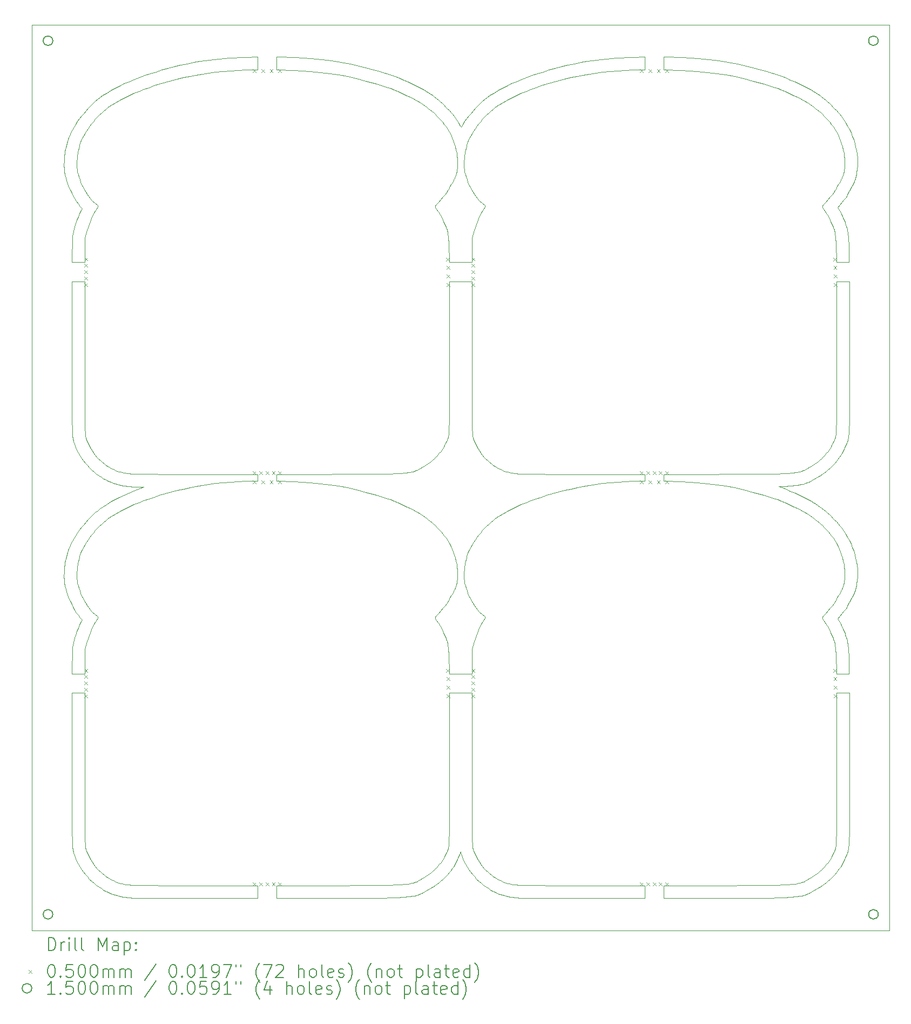
<source format=gbr>
%TF.GenerationSoftware,KiCad,Pcbnew,8.0.3*%
%TF.CreationDate,2024-07-17T13:05:51-05:00*%
%TF.ProjectId,LLTB_Panel,4c4c5442-5f50-4616-9e65-6c2e6b696361,rev?*%
%TF.SameCoordinates,Original*%
%TF.FileFunction,Drillmap*%
%TF.FilePolarity,Positive*%
%FSLAX45Y45*%
G04 Gerber Fmt 4.5, Leading zero omitted, Abs format (unit mm)*
G04 Created by KiCad (PCBNEW 8.0.3) date 2024-07-17 13:05:51*
%MOMM*%
%LPD*%
G01*
G04 APERTURE LIST*
%ADD10C,0.100000*%
%ADD11C,0.200000*%
%ADD12C,0.150000*%
G04 APERTURE END LIST*
D10*
X20853741Y-10761009D02*
X20856309Y-10749552D01*
X9020123Y-5127944D02*
X9004020Y-5174331D01*
X18035222Y-9043235D02*
X18747756Y-9042010D01*
X20705431Y-14954707D02*
X20710370Y-14942769D01*
X15352866Y-3320753D02*
X15319695Y-3348593D01*
X14498066Y-3178154D02*
X14527854Y-3203614D01*
X9366684Y-9168101D02*
X9336323Y-9155058D01*
X21023518Y-4443677D02*
X21017178Y-4459393D01*
X13915321Y-9026245D02*
X13956795Y-9023170D01*
X14448307Y-11284651D02*
X14448555Y-11282644D01*
X20910178Y-14976405D02*
X20903804Y-14996270D01*
X9042006Y-9712538D02*
X9079507Y-9676212D01*
X21003281Y-10934021D02*
X20995776Y-10949181D01*
X13113857Y-2613289D02*
X13260382Y-2646179D01*
X13073487Y-2809204D02*
X12936365Y-2783455D01*
X20917612Y-11699963D02*
X20921483Y-11728470D01*
X15230722Y-11289997D02*
X15226695Y-11298358D01*
X15074465Y-5174331D02*
X15061117Y-5218475D01*
X14532136Y-8686519D02*
X14549861Y-8661909D01*
X20517342Y-9844534D02*
X20492182Y-9820861D01*
X8645524Y-4344413D02*
X8636755Y-4294615D01*
X20888461Y-5133074D02*
X20895519Y-5155221D01*
X20740317Y-4554772D02*
X20745424Y-4543951D01*
X20518711Y-4842975D02*
X20518752Y-4840889D01*
X19889389Y-9251823D02*
X19950166Y-9276179D01*
X8637672Y-4050130D02*
X8641893Y-4017285D01*
X9171597Y-8800063D02*
X9199950Y-8828000D01*
X20725784Y-5334764D02*
X20722961Y-5309106D01*
X20653267Y-15054229D02*
X20668512Y-15027388D01*
X9428952Y-9190730D02*
X9397556Y-9180007D01*
X14654062Y-8451397D02*
X14656570Y-8438252D01*
X14714273Y-15219608D02*
X14692284Y-15250139D01*
X8831391Y-4128253D02*
X8830069Y-4155098D01*
X9442164Y-8982853D02*
X9465885Y-8992001D01*
X18035222Y-9093862D02*
X18035222Y-9093662D01*
X20658821Y-3557495D02*
X20636304Y-3529568D01*
X8844244Y-4017220D02*
X8839950Y-4045205D01*
X14932655Y-4382965D02*
X14946334Y-4423455D01*
X19938743Y-9028946D02*
X19985766Y-9026245D01*
X14549861Y-8661909D02*
X14566754Y-8636559D01*
X14660889Y-14852444D02*
X14662850Y-14835507D01*
X15232421Y-4833622D02*
X15233262Y-4835368D01*
X15050260Y-3663036D02*
X15027157Y-3700739D01*
X20291033Y-9435007D02*
X20342148Y-9463186D01*
X20466536Y-9797856D02*
X20440389Y-9775509D01*
X14126879Y-3167963D02*
X14069690Y-3138818D01*
X14090254Y-2926553D02*
X14158696Y-2959704D01*
X20737201Y-8352291D02*
X20741634Y-8195117D01*
X20453960Y-15525263D02*
X20351580Y-15584268D01*
X19046129Y-15485090D02*
X19298871Y-15484097D01*
X8716510Y-3732966D02*
X8736563Y-3688488D01*
X20123159Y-15657682D02*
X20085308Y-15662303D01*
X9146866Y-11260707D02*
X9153630Y-11267272D01*
X11464456Y-2506133D02*
X11664777Y-2501342D01*
X15533924Y-3201308D02*
X15474897Y-3236289D01*
X13947153Y-2861254D02*
X14018519Y-2893185D01*
X16526891Y-2631545D02*
X16631773Y-2607839D01*
X9620304Y-15472396D02*
X9649762Y-15475932D01*
X9229239Y-15298030D02*
X9259314Y-15322427D01*
X20840947Y-10804571D02*
X20844571Y-10793899D01*
X14882624Y-15062225D02*
X14865247Y-15017499D01*
X8935311Y-9829764D02*
X8969804Y-9789482D01*
X20868302Y-4099534D02*
X20863587Y-4052160D01*
X15560322Y-9000195D02*
X15584768Y-9007486D01*
X9119761Y-9921852D02*
X9089170Y-9957578D01*
X20158366Y-9208445D02*
X20123159Y-9213920D01*
X14343284Y-9753806D02*
X14316097Y-9732737D01*
X9137439Y-15481091D02*
X9099395Y-15450232D01*
X20896673Y-8571853D02*
X20888957Y-8590503D01*
X9346331Y-15379470D02*
X9370797Y-15392941D01*
X18053694Y-2501713D02*
X18315950Y-2511496D01*
X14408079Y-15262674D02*
X14430886Y-15242404D01*
X15101942Y-10031397D02*
X15075254Y-10069018D01*
X14152573Y-15637931D02*
X14121075Y-15645687D01*
X14914689Y-10460982D02*
X14910395Y-10488967D01*
X14901836Y-4128253D02*
X14900513Y-4155098D01*
X20330659Y-9151864D02*
X20307186Y-9163451D01*
X8666748Y-3887249D02*
X8674927Y-3855493D01*
X15286647Y-3378484D02*
X15253919Y-3410187D01*
X8634286Y-4082946D02*
X8637672Y-4050130D01*
X8935695Y-10181890D02*
X8916961Y-10218728D01*
X20935810Y-11951869D02*
X20938393Y-12056998D01*
X20744509Y-14302654D02*
X20744871Y-13237714D01*
X14649383Y-11729801D02*
X14645924Y-11708963D01*
X15169840Y-15450232D02*
X15133365Y-15417519D01*
X8867918Y-10351812D02*
X8861078Y-10378368D01*
X10456446Y-2631545D02*
X10561328Y-2607839D01*
X9728542Y-2854020D02*
X9809634Y-2822677D01*
X8693765Y-3793382D02*
X8704536Y-3763115D01*
X8870171Y-3469383D02*
X8902055Y-3427273D01*
X21570445Y-2000000D02*
X8129555Y-2000000D01*
X20602141Y-4984376D02*
X20589104Y-4961816D01*
X15027157Y-3700739D02*
X15006140Y-3738127D01*
X20242249Y-9636492D02*
X20197324Y-9611725D01*
X15352866Y-9764516D02*
X15319695Y-9792356D01*
X20378624Y-15336723D02*
X20404909Y-15319257D01*
X20640332Y-4693279D02*
X20671163Y-4655820D01*
X8911577Y-11320569D02*
X8883442Y-11288760D01*
X20690343Y-15336494D02*
X20664130Y-15363458D01*
X14478998Y-15461786D02*
X14447991Y-15483948D01*
X12486804Y-2728817D02*
X12234815Y-2711236D01*
X9366684Y-15611863D02*
X9336323Y-15598821D01*
X14152709Y-15425654D02*
X14168202Y-15418006D01*
X20501331Y-15242404D02*
X20523279Y-15221421D01*
X15164114Y-8708269D02*
X15188751Y-8739995D01*
X20731334Y-8408682D02*
X20733295Y-8391745D01*
X20820184Y-3861741D02*
X20803492Y-3814962D01*
X14600718Y-11099582D02*
X14627010Y-11066641D01*
X12648589Y-2744409D02*
X12486804Y-2728817D01*
X21067848Y-4085051D02*
X21070445Y-4141822D01*
X20903804Y-14996270D02*
X20896673Y-15015615D01*
X8666748Y-10331011D02*
X8674927Y-10299255D01*
X14647966Y-14919447D02*
X14651219Y-14907552D01*
X20712566Y-5246232D02*
X20708399Y-5228773D01*
X20739661Y-8836050D02*
X20715527Y-8864843D01*
X14766554Y-4371437D02*
X14770502Y-4360809D01*
X14665462Y-5514532D02*
X14662140Y-5430888D01*
X14585671Y-3256732D02*
X14613707Y-3284389D01*
X8693765Y-10237145D02*
X8704536Y-10206878D01*
X9162818Y-11279130D02*
X9163104Y-11280510D01*
X14450283Y-4852489D02*
X14448828Y-4847460D01*
X20850944Y-4328417D02*
X20853741Y-4317247D01*
X14633406Y-5212463D02*
X14628459Y-5196940D01*
X8759310Y-10087519D02*
X8784214Y-10043215D01*
X14014863Y-15662303D02*
X13973681Y-15666229D01*
X15075851Y-3306589D02*
X15112451Y-3268776D01*
X8831063Y-4230873D02*
X8834894Y-4266572D01*
X14850100Y-12465643D02*
X15026648Y-12465643D01*
X14669216Y-15279812D02*
X14645082Y-15308605D01*
X14714138Y-10212698D02*
X14693068Y-10167636D01*
X20737071Y-4562741D02*
X20740317Y-4554772D01*
X20613379Y-3502379D02*
X20590034Y-3475917D01*
X14615583Y-8550933D02*
X14622891Y-8536652D01*
X14674426Y-6793952D02*
X14672969Y-6275650D01*
X8780173Y-14971738D02*
X8767680Y-14921020D01*
X8969804Y-9789482D02*
X9005406Y-9750352D01*
X14900513Y-4155098D02*
X14900000Y-4181257D01*
X8812179Y-15062225D02*
X8794803Y-15017499D01*
X20803492Y-10258724D02*
X20784583Y-10212698D01*
X20063696Y-15463457D02*
X20095668Y-15459554D01*
X14900000Y-4181257D02*
X14900323Y-4206569D01*
X12503360Y-2529485D02*
X12670147Y-2545560D01*
X20733295Y-8391745D02*
X20737201Y-8352291D01*
X8954943Y-14476306D02*
X8956480Y-14644965D01*
X20913482Y-4661284D02*
X20900974Y-4682892D01*
X9290026Y-8900986D02*
X9321222Y-8921030D01*
X20928516Y-11068907D02*
X20927981Y-11071753D01*
X20627886Y-11476035D02*
X20615199Y-11451866D01*
X9592214Y-15468210D02*
X9620304Y-15472396D01*
X11664777Y-15487145D02*
X11664777Y-15687145D01*
X9183474Y-3410187D02*
X9151262Y-3443468D01*
X9005406Y-3306589D02*
X9042006Y-3268776D01*
X20761291Y-11303816D02*
X20776354Y-11329883D01*
X13755473Y-9033336D02*
X13815193Y-9031301D01*
X8961314Y-8403089D02*
X8962899Y-8426922D01*
X20805618Y-8744485D02*
X20784718Y-8775846D01*
X15253919Y-3410187D02*
X15221706Y-3443468D01*
X14281014Y-15353500D02*
X14308179Y-15336723D01*
X14448438Y-11288921D02*
X14448266Y-11286737D01*
X14998143Y-4544098D02*
X15018303Y-4582631D01*
X20932361Y-11865052D02*
X20935810Y-11951869D01*
X14849900Y-12465643D02*
X14850100Y-12465643D01*
X9196912Y-3134099D02*
X9236988Y-3105983D01*
X14850100Y-5721881D02*
X14849900Y-5721881D01*
X20743414Y-12719412D02*
X20742252Y-12465643D01*
X14979289Y-10948206D02*
X14998143Y-10987861D01*
X9959463Y-9424977D02*
X9879657Y-9453794D01*
X9590347Y-9577783D02*
X9525440Y-9610982D01*
X14182524Y-15628833D02*
X14152573Y-15637931D01*
X9882253Y-9240217D02*
X9742105Y-9239353D01*
X20566255Y-9893931D02*
X20542029Y-9868887D01*
X15082463Y-8574820D02*
X15100040Y-8608758D01*
X15214903Y-4874446D02*
X15200590Y-4895605D01*
X14369944Y-9775509D02*
X14343284Y-9753806D01*
X21053356Y-3969606D02*
X21062095Y-4027250D01*
X14911947Y-10747864D02*
X14921123Y-10786803D01*
X8933030Y-8827492D02*
X8904837Y-8787722D01*
X15812550Y-15683115D02*
X15771233Y-15680860D01*
X20873310Y-5092171D02*
X20881095Y-5112345D01*
X8964638Y-14884403D02*
X8972743Y-14917306D01*
X14987406Y-10218728D02*
X14971152Y-10254780D01*
X20170005Y-15445011D02*
X20189365Y-15439130D01*
X20584020Y-8710394D02*
X20602581Y-8686519D01*
X8947858Y-11026393D02*
X8969112Y-11063382D01*
X20900974Y-11126654D02*
X20889847Y-11143278D01*
X20684152Y-3284389D02*
X20711613Y-3312778D01*
X14580146Y-11522791D02*
X14569369Y-11499919D01*
X15035083Y-14884403D02*
X15043188Y-14917306D01*
X14220588Y-2991245D02*
X14271703Y-3019424D01*
X14628459Y-11640702D02*
X14623095Y-11625607D01*
X20834598Y-3909061D02*
X20820184Y-3861741D01*
X14774126Y-10793899D02*
X14777450Y-10783122D01*
X11664777Y-15687145D02*
X10457451Y-15687525D01*
X15465248Y-8961492D02*
X15488975Y-8972700D01*
X15307433Y-3105983D02*
X15370008Y-3065966D01*
X14792765Y-15087484D02*
X14773192Y-15124017D01*
X21010134Y-3798961D02*
X21027302Y-3855323D01*
X14383515Y-15525263D02*
X14281135Y-15584268D01*
X14665143Y-4568864D02*
X14665770Y-4565522D01*
X13229537Y-15684094D02*
X12976305Y-15685089D01*
X21017178Y-4459393D02*
X21010423Y-4474922D01*
X20579540Y-15438652D02*
X20549443Y-15461786D01*
X8797799Y-4722915D02*
X8772477Y-4678845D01*
X20519000Y-11282644D02*
X20520094Y-11278789D01*
X20858671Y-4293984D02*
X20860853Y-4281768D01*
X20590034Y-9919679D02*
X20566255Y-9893931D01*
X9649762Y-9032169D02*
X9680771Y-9035106D01*
X14903942Y-10544645D02*
X14901836Y-10572016D01*
X13213520Y-9284399D02*
X13073487Y-9252967D01*
X20637199Y-8636559D02*
X20653267Y-8610467D01*
X15799487Y-3070274D02*
X15728656Y-3101707D01*
X20935893Y-4611268D02*
X20929467Y-4623276D01*
X14589382Y-5100164D02*
X14580146Y-5079029D01*
X14919660Y-3989351D02*
X14914689Y-4017220D01*
X20518436Y-15483948D02*
X20486544Y-15505140D01*
X10042282Y-9397023D02*
X9959463Y-9424977D01*
X14972499Y-3427273D02*
X15005756Y-3386001D01*
X20606281Y-11177392D02*
X20640332Y-11137041D01*
X8756878Y-12165643D02*
X8757805Y-11754011D01*
X20880807Y-8608472D02*
X20872300Y-8625959D01*
X20828041Y-10836567D02*
X20832705Y-10825844D01*
X14025223Y-15459554D02*
X14053244Y-15455196D01*
X20005943Y-9518908D02*
X19937431Y-9488254D01*
X16527248Y-15687525D02*
X15812550Y-15683115D01*
X14494174Y-15177302D02*
X14513575Y-15154157D01*
X14053244Y-15455196D02*
X14077845Y-15450358D01*
X15662658Y-9024448D02*
X15690748Y-9028633D01*
X14025223Y-9015791D02*
X14053244Y-9011434D01*
X15189373Y-11237492D02*
X15199733Y-11245606D01*
X9299563Y-3065966D02*
X9364269Y-3027619D01*
X20440389Y-3331746D02*
X20413729Y-3310044D01*
X14052714Y-15657682D02*
X14014863Y-15662303D01*
X20742252Y-6021881D02*
X20942254Y-6021881D01*
X16832024Y-2570644D02*
X17050416Y-2541578D01*
X14669899Y-10123750D02*
X14644687Y-10081251D01*
X21044315Y-10823314D02*
X21039819Y-10839451D01*
X14790408Y-10725531D02*
X14796334Y-10681484D01*
X12796588Y-2762239D02*
X12648589Y-2744409D01*
X15270395Y-15271762D02*
X15299684Y-15298030D01*
X10128127Y-2926167D02*
X10042282Y-2953261D01*
X14752538Y-4403666D02*
X14757596Y-4392805D01*
X9177085Y-15509907D02*
X9137439Y-15481091D01*
X9160277Y-11289997D02*
X9156250Y-11298358D01*
X15108804Y-5080723D02*
X15090568Y-5127944D01*
X20930180Y-5382601D02*
X20932361Y-5421290D01*
X19143932Y-2809204D02*
X19006810Y-2783455D01*
X15154869Y-11210412D02*
X15166603Y-11220382D01*
X9004809Y-3625256D02*
X8979815Y-3663036D01*
X20863210Y-8643722D02*
X20843637Y-8680255D01*
X9306427Y-15584699D02*
X9276904Y-15569555D01*
X9119761Y-3478089D02*
X9089170Y-3513815D01*
X20223018Y-9194169D02*
X20191520Y-9201925D01*
X14925280Y-3961759D02*
X14919660Y-3989351D01*
X9160608Y-11275299D02*
X9161976Y-11277384D01*
X18315950Y-2511496D02*
X18573805Y-2529485D01*
X20834598Y-10352824D02*
X20820184Y-10305503D01*
X10561328Y-2607839D02*
X10657730Y-2588416D01*
X14651219Y-8463790D02*
X14654062Y-8451397D01*
X20253917Y-8965954D02*
X20351459Y-8909738D01*
X20650591Y-5079029D02*
X20639814Y-5056157D01*
X15035083Y-8440641D02*
X15043188Y-8473544D01*
X14628459Y-5196940D02*
X14623095Y-5181845D01*
X21070445Y-10591213D02*
X21069883Y-10644367D01*
X20917612Y-5256201D02*
X20921483Y-5284708D01*
X13761154Y-15677021D02*
X13617632Y-15680286D01*
X15170093Y-11391875D02*
X15149189Y-11433162D01*
X20664130Y-15363458D02*
X20636909Y-15389480D01*
X15233549Y-11280510D02*
X15233073Y-11283500D01*
X14766554Y-10815199D02*
X14770502Y-10804571D01*
X15200590Y-4895605D02*
X15190643Y-4911616D01*
X20544374Y-15199722D02*
X20564619Y-15177302D01*
X9315519Y-3295199D02*
X9282421Y-3320753D01*
X20936923Y-14808741D02*
X20932158Y-14856865D01*
X20738506Y-3341898D02*
X20764839Y-3371747D01*
X14762260Y-4382082D02*
X14766554Y-4371437D01*
X8758659Y-8329153D02*
X8756496Y-8203839D01*
X20863587Y-4052160D02*
X20856358Y-4004482D01*
X15043188Y-8473544D02*
X15053887Y-8507010D01*
X14671807Y-12465643D02*
X14849900Y-12465643D01*
X19831599Y-15677021D02*
X19688077Y-15680286D01*
X20729266Y-14867861D02*
X20731334Y-14852444D01*
X15128552Y-11477834D02*
X15108804Y-11524485D01*
X9249250Y-3348593D02*
X9216203Y-3378484D01*
X15418792Y-3272168D02*
X15385964Y-3295199D01*
X20715527Y-8864843D02*
X20690343Y-8892732D01*
X14288371Y-9712290D02*
X14260092Y-9692454D01*
X20843637Y-15124017D02*
X20825424Y-15156083D01*
X15319695Y-9792356D02*
X15286647Y-9822246D01*
X20714671Y-14931101D02*
X20718411Y-14919447D01*
X17050416Y-2541578D02*
X17286407Y-2520024D01*
X8829878Y-4206569D02*
X8831063Y-4230873D01*
X14617493Y-10040349D02*
X14588376Y-10001258D01*
X8831063Y-10674635D02*
X8834894Y-10710335D01*
X17542875Y-2706000D02*
X17301089Y-2719515D01*
X14518659Y-4961816D02*
X14506034Y-4941149D01*
X9093669Y-8708269D02*
X9118306Y-8739995D01*
X20805910Y-11384867D02*
X20819762Y-11412605D01*
X20223018Y-15637931D02*
X20191520Y-15645687D01*
X15039556Y-11063382D02*
X15061694Y-11098406D01*
X20846676Y-10400475D02*
X20834598Y-10352824D01*
X14416099Y-15505140D02*
X14383515Y-15525263D01*
X20501331Y-8798642D02*
X20523279Y-8777659D01*
X14901836Y-10572016D02*
X14900513Y-10598861D01*
X14359873Y-15301096D02*
X14384409Y-15282237D01*
X13935498Y-9518908D02*
X13866986Y-9488254D01*
X20027240Y-9023170D02*
X20063696Y-9019694D01*
X20636304Y-9973331D02*
X20613379Y-9946142D01*
X20721664Y-8463790D02*
X20724507Y-8451397D01*
X9216203Y-9822246D02*
X9183474Y-9853950D01*
X17735222Y-9093862D02*
X17735222Y-9145162D01*
X20872300Y-8625959D02*
X20863210Y-8643722D01*
X11964777Y-15686997D02*
X11964777Y-15486997D01*
X19839652Y-9234225D02*
X19889389Y-9251823D01*
X20856309Y-4305790D02*
X20858671Y-4293984D01*
X14641168Y-3312778D02*
X14668061Y-3341898D01*
X20832705Y-10825844D02*
X20836999Y-10815199D01*
X14790408Y-4281768D02*
X14796334Y-4237722D01*
X16764802Y-2785056D02*
X16673576Y-2803435D01*
X13524580Y-9368903D02*
X13362029Y-9322661D01*
X15233549Y-4836748D02*
X15233073Y-4839738D01*
X14900000Y-10625019D02*
X14900323Y-10650331D01*
X16112727Y-9397023D02*
X16029907Y-9424977D01*
X13868298Y-15472709D02*
X13915321Y-15470007D01*
X15963957Y-2792389D02*
X16050642Y-2763131D01*
X20752166Y-4530710D02*
X20760316Y-4515482D01*
X9144333Y-15214423D02*
X9171597Y-15243826D01*
X9501801Y-9398430D02*
X9574642Y-9363746D01*
X20846676Y-3956712D02*
X20834598Y-3909061D01*
X14566464Y-15389480D02*
X14538259Y-15414549D01*
X20671163Y-11099582D02*
X20697455Y-11066641D01*
X14633406Y-11656225D02*
X14628459Y-11640702D01*
X14099560Y-15445011D02*
X14118920Y-15439130D01*
X14077845Y-9006596D02*
X14099560Y-9001249D01*
X15026648Y-6021881D02*
X15024769Y-6856043D01*
X8935695Y-3738127D02*
X8916961Y-3774966D01*
X9628412Y-15674804D02*
X9593643Y-15670631D01*
X20826540Y-4781756D02*
X20793974Y-4821325D01*
X14647445Y-4596081D02*
X14655053Y-4585495D01*
X20627499Y-3229806D02*
X20656116Y-3256732D01*
X20819762Y-11412605D02*
X20832720Y-11440105D01*
X19885638Y-15475063D02*
X19938743Y-15472709D01*
X9259314Y-8878665D02*
X9290026Y-8900986D01*
X16029907Y-2981215D02*
X15950102Y-3010032D01*
X14910395Y-4045205D02*
X14906804Y-4073146D01*
X15370008Y-3065966D02*
X15434714Y-3027619D01*
X9742105Y-15683115D02*
X9700789Y-15680860D01*
X14565859Y-3529568D02*
X14542934Y-3502379D01*
X10457420Y-15487525D02*
X11664777Y-15487145D01*
X14639925Y-8499007D02*
X14644226Y-8487339D01*
X10069709Y-2734879D02*
X10162070Y-2707613D01*
X20519000Y-4838882D02*
X20520094Y-4835027D01*
X15347349Y-15569555D02*
X15318062Y-15553430D01*
X14945772Y-3882252D02*
X14938363Y-3908049D01*
X14471584Y-9868887D02*
X14446897Y-9844534D01*
X8902055Y-9871036D02*
X8935311Y-9829764D01*
X15609851Y-15457687D02*
X15635753Y-15463324D01*
X20351580Y-15584268D02*
X20330659Y-15595626D01*
X12486804Y-9172579D02*
X12234815Y-9154999D01*
X16572433Y-2826297D02*
X16474372Y-2849997D01*
X14623095Y-5181845D02*
X14617295Y-5166817D01*
X14709493Y-10924549D02*
X14734765Y-10881453D01*
X20698904Y-5196940D02*
X20693540Y-5181845D01*
X8763736Y-8446153D02*
X8761542Y-8413158D01*
X20732585Y-5430888D02*
X20730578Y-5395295D01*
X20518883Y-4845159D02*
X20518711Y-4842975D01*
X20386542Y-3288975D02*
X20358816Y-3268528D01*
X13973681Y-15666229D02*
X13928452Y-15669583D01*
X20542029Y-3425124D02*
X20517342Y-3400771D01*
X21003281Y-4490259D02*
X20995776Y-4505419D01*
X15188751Y-15183757D02*
X15214778Y-15214423D01*
X14754979Y-15156083D02*
X14735173Y-15188247D01*
X9004809Y-10069018D02*
X8979815Y-10106798D01*
X15406768Y-15598821D02*
X15376872Y-15584699D01*
X14925280Y-10405522D02*
X14919660Y-10433114D01*
X15053887Y-14950772D02*
X15067029Y-14984599D01*
X14527854Y-3203614D02*
X14557054Y-3229806D01*
X14953724Y-10301136D02*
X14945772Y-10326014D01*
X9120198Y-11355379D02*
X9099648Y-11391875D01*
X14260214Y-15595626D02*
X14236741Y-15607213D01*
X15233262Y-4835368D02*
X15233549Y-4836748D01*
X8683919Y-10267948D02*
X8693765Y-10237145D01*
X8641893Y-10461048D02*
X8646926Y-10428252D01*
X15434714Y-3027619D02*
X15502124Y-2990534D01*
X19484794Y-2685848D02*
X19651474Y-2733264D01*
X20727015Y-8438252D02*
X20729266Y-8424099D01*
X14619898Y-15336494D02*
X14593685Y-15363458D01*
X9117839Y-9641542D02*
X9156970Y-9608700D01*
X14665143Y-11012627D02*
X14665770Y-11009284D01*
X14519589Y-3475917D02*
X14495810Y-3450169D01*
X8954324Y-13299805D02*
X8953555Y-13992752D01*
X13928452Y-15669583D02*
X13878464Y-15672454D01*
X14799512Y-4192526D02*
X14800000Y-4146393D01*
X15286647Y-9822246D02*
X15253919Y-9853950D01*
X20790621Y-9846087D02*
X20816924Y-9878709D01*
X8636755Y-10738378D02*
X8631584Y-10690189D01*
X16862095Y-9212167D02*
X16764802Y-9228818D01*
X14629333Y-14967170D02*
X14634986Y-14954707D01*
X20570330Y-11219008D02*
X20606281Y-11177392D01*
X14634986Y-14954707D02*
X14639925Y-14942769D01*
X15214778Y-15214423D02*
X15242042Y-15243826D01*
X15499397Y-15634492D02*
X15468001Y-15623769D01*
X8726589Y-4586893D02*
X8706211Y-4539466D01*
X20725784Y-11778527D02*
X20722961Y-11752868D01*
X8963009Y-8866097D02*
X8933030Y-8827492D01*
X8763736Y-14889915D02*
X8761542Y-14856920D01*
X10403928Y-9293759D02*
X10308938Y-9318301D01*
X15596609Y-15659487D02*
X15563707Y-15652326D01*
X20928516Y-4625144D02*
X20927981Y-4627990D01*
X14448828Y-4847460D02*
X14448438Y-4845159D01*
X14971152Y-3811018D02*
X14962193Y-3833576D01*
X9029595Y-15052520D02*
X9049162Y-15086210D01*
X20902061Y-11622446D02*
X20907946Y-11647104D01*
X20927167Y-8453100D02*
X20924049Y-8472710D01*
X9062921Y-8973757D02*
X9028011Y-8939359D01*
X21058494Y-4312696D02*
X21055191Y-4331190D01*
X20358816Y-9712290D02*
X20330537Y-9692454D01*
X14451505Y-4831256D02*
X14452704Y-4829353D01*
X15108804Y-11524485D02*
X15090568Y-11571706D01*
X20659827Y-5100164D02*
X20650591Y-5079029D01*
X20843637Y-8680255D02*
X20825424Y-8712321D01*
X15024769Y-6856043D02*
X15024000Y-7548990D01*
X8757805Y-5310249D02*
X8798539Y-5162883D01*
X9565309Y-15463324D02*
X9592214Y-15468210D01*
X20526063Y-11269182D02*
X20529627Y-11264949D01*
X9014059Y-4687280D02*
X9037332Y-4717108D01*
X15084504Y-4687280D02*
X15107777Y-4717108D01*
X9501801Y-2954668D02*
X9574642Y-2919984D01*
X15771233Y-15680860D02*
X15734509Y-15678181D01*
X9282421Y-3320753D02*
X9249250Y-3348593D01*
X16140154Y-2734879D02*
X16232514Y-2707613D01*
X14948974Y-15190639D02*
X14924667Y-15148790D01*
X13755473Y-15477098D02*
X13815193Y-15475063D01*
X9029595Y-8608758D02*
X9049162Y-8642447D01*
X19595025Y-9368903D02*
X19432474Y-9322661D01*
X20856358Y-4004482D02*
X20846676Y-3956712D01*
X16673576Y-9247197D02*
X16572433Y-9270059D01*
X8841503Y-4304102D02*
X8850678Y-4343040D01*
X21067848Y-10528813D02*
X21070445Y-10585584D01*
X15690748Y-9028633D02*
X15720207Y-9032169D01*
X21029416Y-4427794D02*
X21023518Y-4443677D01*
X8634286Y-10526708D02*
X8637672Y-10493893D01*
X14850100Y-12165643D02*
X14849900Y-12165643D01*
X14720176Y-3402324D02*
X14746479Y-3434947D01*
X9700789Y-15680860D02*
X9664064Y-15678181D01*
X18740592Y-2545560D02*
X18894006Y-2564043D01*
X9394803Y-8961492D02*
X9418531Y-8972700D01*
X20938393Y-12056998D02*
X20940021Y-12165643D01*
X8687725Y-10935123D02*
X8671303Y-10886514D01*
X9031497Y-10031397D02*
X9004809Y-10069018D01*
X9107823Y-11229282D02*
X9118928Y-11237492D01*
X20223154Y-15425654D02*
X20238647Y-15418006D01*
X20725498Y-4585495D02*
X20731147Y-4577056D01*
X8979815Y-10106798D02*
X8956712Y-10144501D01*
X15164114Y-15152031D02*
X15188751Y-15183757D01*
X12234815Y-2711236D02*
X11978860Y-2701688D01*
X20930180Y-11826363D02*
X20932361Y-11865052D01*
X15024000Y-7548990D02*
X15025387Y-8032544D01*
X19818806Y-2995237D02*
X19777183Y-2980510D01*
X14672969Y-6275650D02*
X14671807Y-6021881D01*
X8878529Y-15190639D02*
X8854222Y-15148790D01*
X16572433Y-9270059D02*
X16474372Y-9293759D01*
X14566754Y-8636559D02*
X14582822Y-8610467D01*
X20920269Y-8492518D02*
X20915673Y-8512551D01*
X8875327Y-10326014D02*
X8867918Y-10351812D01*
X20907946Y-5203342D02*
X20913122Y-5229152D01*
X13414349Y-2685848D02*
X13581029Y-2733264D01*
X20686028Y-14994695D02*
X20693336Y-14980414D01*
X15082463Y-15018582D02*
X15100040Y-15052520D01*
X14448555Y-11282644D02*
X14449649Y-11278789D01*
X20475610Y-9549918D02*
X20507167Y-9573190D01*
X18894006Y-2564043D02*
X19040282Y-2586245D01*
X16287453Y-2899927D02*
X16198571Y-2926167D01*
X10603131Y-9247197D02*
X10501988Y-9270059D01*
X20027240Y-15466932D02*
X20063696Y-15463457D01*
X9078744Y-4989400D02*
X9058107Y-5034072D01*
X14452679Y-11301980D02*
X14450283Y-11296251D01*
X20191520Y-15645687D02*
X20158366Y-15652207D01*
X14369944Y-3331746D02*
X14343284Y-3310044D01*
X20613379Y-9946142D02*
X20590034Y-9919679D01*
X14946334Y-10867218D02*
X14961949Y-10907851D01*
X15006140Y-3738127D02*
X14987406Y-3774966D01*
X20538134Y-9597188D02*
X20568511Y-9621917D01*
X9418531Y-15416462D02*
X9442164Y-15426615D01*
X9156250Y-11298358D02*
X9152793Y-11304664D01*
X11964777Y-9093662D02*
X11964777Y-9043235D01*
X14671807Y-6021881D02*
X14849900Y-6021881D01*
X12648589Y-9188171D02*
X12486804Y-9172579D01*
X19688077Y-15680286D02*
X19512259Y-15682568D01*
X9153630Y-11267272D02*
X9158742Y-11272902D01*
X8754325Y-13299469D02*
X8756203Y-12465643D01*
X8784214Y-3599453D02*
X8811099Y-3555580D01*
X14644687Y-10081251D02*
X14617493Y-10040349D01*
X10457420Y-9043762D02*
X11664777Y-9043383D01*
X9216203Y-3378484D02*
X9183474Y-3410187D01*
X8957744Y-5337603D02*
X8956879Y-5721881D01*
X20987929Y-10964198D02*
X20979202Y-10980121D01*
X15299684Y-8854268D02*
X15329759Y-8878665D01*
X8636755Y-4294615D02*
X8631584Y-4246427D01*
X20895519Y-5155221D02*
X20902061Y-5178683D01*
X14854083Y-3600477D02*
X14854659Y-3599453D01*
X20924817Y-11758765D02*
X20927693Y-11791250D01*
X16287453Y-9343690D02*
X16198571Y-9369929D01*
X15232496Y-11285421D02*
X15230722Y-11289997D01*
X14655053Y-4585495D02*
X14660702Y-4577056D01*
X15418792Y-9715931D02*
X15385964Y-9738962D01*
X20160699Y-2926553D02*
X20229141Y-2959704D01*
X18748100Y-15685772D02*
X18035222Y-15686997D01*
X14660133Y-5395295D02*
X14657873Y-5363374D01*
X11664777Y-2701399D02*
X11472430Y-2706000D01*
X19825918Y-15477098D02*
X19885638Y-15475063D01*
X14582822Y-15054229D02*
X14598067Y-15027388D01*
X9299563Y-9509728D02*
X9364269Y-9471382D01*
X20734673Y-4570965D02*
X20735588Y-4568864D01*
X14652516Y-5309106D02*
X14649383Y-5286038D01*
X19510243Y-15482577D02*
X19684505Y-15480316D01*
X9748174Y-9039386D02*
X10457420Y-9043762D01*
X14849900Y-6021881D02*
X14850100Y-6021881D01*
X15233262Y-11279130D02*
X15233549Y-11280510D01*
X20856309Y-10749552D02*
X20858671Y-10737746D01*
X8849215Y-3989351D02*
X8844244Y-4017220D01*
X20699778Y-8523408D02*
X20705431Y-8510945D01*
X20779938Y-4480787D02*
X20805210Y-4437691D01*
X14924667Y-15148790D02*
X14902496Y-15105981D01*
X14655339Y-11778527D02*
X14652516Y-11752868D01*
X9138676Y-4809652D02*
X9146866Y-4816944D01*
X9070571Y-15119447D02*
X9093669Y-15152031D01*
X20005943Y-3075145D02*
X19937431Y-3044492D01*
X15299684Y-15298030D02*
X15329759Y-15322427D01*
X9038359Y-11524485D02*
X9020123Y-11571706D01*
X9058107Y-5034072D02*
X9038359Y-5080723D01*
X14452704Y-11273116D02*
X14455618Y-11269182D01*
X10694357Y-9228818D02*
X10603131Y-9247197D01*
X20740344Y-10123750D02*
X20715132Y-10081251D01*
X20301692Y-9673217D02*
X20272267Y-9654566D01*
X19046750Y-15685089D02*
X18748100Y-15685772D01*
X14747063Y-10858489D02*
X14752538Y-10847428D01*
X20521950Y-4831256D02*
X20523149Y-4829353D01*
X14734765Y-10881453D02*
X14741146Y-10869811D01*
X20533512Y-4876605D02*
X20528574Y-4868457D01*
X16425862Y-2655963D02*
X16526891Y-2631545D01*
X9493262Y-15652326D02*
X9460859Y-15644009D01*
X14004481Y-3107233D02*
X13935498Y-3075145D01*
X15660792Y-3134021D02*
X15595885Y-3167220D01*
X20528574Y-11312219D02*
X20524687Y-11305154D01*
X17735222Y-2701399D02*
X17542875Y-2706000D01*
X16764802Y-9228818D02*
X16673576Y-9247197D01*
X20836999Y-4371437D02*
X20840947Y-4360809D01*
X15190643Y-11355379D02*
X15170093Y-11391875D01*
X14099560Y-9001249D02*
X14118920Y-8995367D01*
X20598299Y-3203614D02*
X20627499Y-3229806D01*
X14693068Y-3723874D02*
X14669899Y-3679988D01*
X14655053Y-11029258D02*
X14660702Y-11020818D01*
X20044126Y-9222467D02*
X19998897Y-9225820D01*
X9120198Y-4911616D02*
X9099648Y-4948113D01*
X20943764Y-4597113D02*
X20935893Y-4611268D01*
X16527865Y-15487525D02*
X17735222Y-15487145D01*
X20863210Y-15087484D02*
X20843637Y-15124017D01*
X14662140Y-5430888D02*
X14660133Y-5395295D01*
X9539406Y-9013925D02*
X9565309Y-9019562D01*
X8861078Y-3934605D02*
X8854835Y-3961759D01*
X8671303Y-4442751D02*
X8657152Y-4393759D01*
X18867033Y-9206001D02*
X18719034Y-9188171D01*
X13362029Y-2878899D02*
X13213520Y-2840636D01*
X8813752Y-5112569D02*
X8832312Y-5059103D01*
X18305260Y-2711236D02*
X18049305Y-2701688D01*
X14421737Y-9820861D02*
X14396091Y-9797856D01*
X14671189Y-14638880D02*
X14674064Y-14302654D01*
X20866779Y-10681484D02*
X20869957Y-10636289D01*
X20847895Y-10783122D02*
X20850944Y-10772179D01*
X9729043Y-3070274D02*
X9658211Y-3101707D01*
X20088964Y-9336947D02*
X20160699Y-9370315D01*
X15720207Y-15475932D02*
X15751216Y-15478869D01*
X9236988Y-9549746D02*
X9299563Y-9509728D01*
X20358816Y-3268528D02*
X20330537Y-3248692D01*
X14446897Y-9844534D02*
X14421737Y-9820861D01*
X15229187Y-4829139D02*
X15231053Y-4831537D01*
X13878464Y-15672454D02*
X13823028Y-15674912D01*
X20873310Y-11535933D02*
X20881095Y-11556107D01*
X19283965Y-2840636D02*
X19143932Y-2809204D01*
X20967771Y-10132295D02*
X20990278Y-10187076D01*
X8898689Y-4902263D02*
X8911577Y-4876806D01*
X15159614Y-9957578D02*
X15130127Y-9994172D01*
X15090568Y-5127944D02*
X15074465Y-5174331D01*
X9465885Y-15435763D02*
X9489877Y-15443957D01*
X14797857Y-4099534D02*
X14793142Y-4052160D01*
X20229141Y-2959704D02*
X20291033Y-2991245D01*
X8954943Y-8032544D02*
X8956480Y-8201202D01*
X19950166Y-9276179D02*
X20017598Y-9305017D01*
X21023518Y-10887439D02*
X21017178Y-10903156D01*
X20805910Y-4941105D02*
X20819762Y-4968843D01*
X20708399Y-5228773D02*
X20703851Y-5212463D01*
X15100040Y-8608758D02*
X15119607Y-8642447D01*
X15028189Y-5337603D02*
X15027324Y-5721881D01*
X15728656Y-9545469D02*
X15660792Y-9577783D01*
X20825424Y-8712321D02*
X20805618Y-8744485D01*
X20927167Y-14896862D02*
X20924049Y-14916472D01*
X20889847Y-4699515D02*
X20878642Y-4715105D01*
X19595025Y-2925141D02*
X19432474Y-2878899D01*
X20589104Y-4961816D02*
X20576479Y-4941149D01*
X15214778Y-8770661D02*
X15242042Y-8800063D01*
X14463067Y-4876605D02*
X14458129Y-4868457D01*
X20739661Y-15279812D02*
X20715527Y-15308605D01*
X20832720Y-4996343D02*
X20843708Y-5021486D01*
X9138676Y-11253415D02*
X9146866Y-11260707D01*
X20539544Y-4885990D02*
X20533512Y-4876605D01*
X19651474Y-2733264D02*
X19839652Y-2790463D01*
X14452679Y-4858218D02*
X14450283Y-4852489D01*
X21069883Y-4200605D02*
X21065841Y-4258091D01*
X14384409Y-15282237D02*
X14408079Y-15262674D01*
X20693336Y-14980414D02*
X20699778Y-14967170D01*
X9129288Y-4801844D02*
X9138676Y-4809652D01*
X9442164Y-15426615D02*
X9465885Y-15435763D01*
X8641893Y-4017285D02*
X8646926Y-3984489D01*
X20085308Y-9218541D02*
X20044126Y-9222467D01*
X9526164Y-15659487D02*
X9493262Y-15652326D01*
X8916961Y-10218728D02*
X8900707Y-10254780D01*
X19184302Y-2613289D02*
X19330827Y-2646179D01*
X11978860Y-2701688D02*
X11964777Y-2701595D01*
X20927693Y-11791250D02*
X20930180Y-11826363D01*
X11002269Y-2740374D02*
X10791650Y-2768405D01*
X20819762Y-4968843D02*
X20832720Y-4996343D01*
X20712566Y-11689995D02*
X20708399Y-11672535D01*
X16474372Y-2849997D02*
X16379383Y-2874539D01*
X8767680Y-14921020D02*
X8763736Y-14889915D01*
X20735907Y-11958294D02*
X20732585Y-11874650D01*
X8757805Y-11754011D02*
X8798539Y-11606645D01*
X20944509Y-14303543D02*
X20941610Y-14642554D01*
X14582822Y-8610467D02*
X14598067Y-8583626D01*
X14538259Y-15414549D02*
X14509095Y-15438652D01*
X9620304Y-9028633D02*
X9649762Y-9032169D01*
X9183474Y-9853950D02*
X9151262Y-9887230D01*
X8756878Y-5721881D02*
X8757805Y-5310249D01*
X8836359Y-10516908D02*
X8833497Y-10544645D01*
X14674064Y-14302654D02*
X14674426Y-13237714D01*
X20735588Y-4568864D02*
X20736215Y-4565522D01*
X20745424Y-10987713D02*
X20752166Y-10974473D01*
X9060857Y-4743705D02*
X9084425Y-4766649D01*
X20952912Y-11024953D02*
X20943764Y-11040876D01*
X9680771Y-15478869D02*
X9713514Y-15481257D01*
X8736563Y-10132251D02*
X8759310Y-10087519D01*
X21570445Y-16187525D02*
X21570445Y-2000000D01*
X15027324Y-12165643D02*
X14850100Y-12165643D01*
X20900974Y-4682892D02*
X20889847Y-4699515D01*
X20921483Y-5284708D02*
X20924817Y-5315003D01*
X14900323Y-10650331D02*
X14901508Y-10674635D01*
X14666756Y-14796053D02*
X14671189Y-14638880D01*
X15232421Y-11277384D02*
X15233262Y-11279130D01*
X14499885Y-4775246D02*
X14535836Y-4733630D01*
X9590347Y-3134021D02*
X9525440Y-3167220D01*
X8129555Y-2000000D02*
X8129555Y-16187525D01*
X14669872Y-10998534D02*
X14674979Y-10987713D01*
X20728318Y-11807136D02*
X20725784Y-11778527D01*
X20708399Y-11672535D02*
X20703851Y-11656225D01*
X20738429Y-12060953D02*
X20735907Y-11958294D01*
X8875889Y-4423455D02*
X8891504Y-4464089D01*
X20943764Y-11040876D02*
X20935893Y-11055030D01*
X9148831Y-4867580D02*
X9144458Y-4874446D01*
X20533512Y-11320367D02*
X20528574Y-11312219D01*
X20935810Y-5508106D02*
X20938393Y-5613235D01*
X13935498Y-3075145D02*
X13866986Y-3044492D01*
X9216655Y-15535331D02*
X9177085Y-15509907D01*
X20486544Y-9061378D02*
X20453960Y-9081501D01*
X15067029Y-8540837D02*
X15082463Y-8574820D01*
X11964777Y-15486997D02*
X12677311Y-15485772D01*
X14658821Y-8424099D02*
X14660889Y-8408682D01*
X9493262Y-9208564D02*
X9460859Y-9200246D01*
X14833359Y-14996270D02*
X14826228Y-15015615D01*
X20342148Y-3019424D02*
X20377399Y-3040650D01*
X21058494Y-10756458D02*
X21055191Y-10774952D01*
X8956480Y-14644965D02*
X8958599Y-14767759D01*
X8645524Y-10788176D02*
X8636755Y-10738378D01*
X15188284Y-3197779D02*
X15227414Y-3164938D01*
X14660702Y-4577056D02*
X14664228Y-4570965D01*
X8629555Y-4179295D02*
X8630165Y-4148213D01*
X20620306Y-15105671D02*
X20637199Y-15080322D01*
X8834894Y-4266572D02*
X8841503Y-4304102D01*
X20523124Y-11301980D02*
X20520728Y-11296251D01*
X20731334Y-14852444D02*
X20733295Y-14835507D01*
X20728318Y-5363374D02*
X20725784Y-5334764D01*
X20584020Y-15154157D02*
X20602581Y-15130281D01*
X20913122Y-5229152D02*
X20917612Y-5256201D01*
X8916961Y-3774966D02*
X8900707Y-3811018D01*
X14448828Y-11291222D02*
X14448438Y-11288921D01*
X20724507Y-14895159D02*
X20727015Y-14882014D01*
X20640332Y-11137041D02*
X20671163Y-11099582D01*
X9096158Y-4776620D02*
X9107823Y-4785520D01*
X20589104Y-11405578D02*
X20576479Y-11384911D01*
X10603131Y-2803435D02*
X10501988Y-2826297D01*
X20687938Y-3596587D02*
X20658821Y-3557495D01*
X8798539Y-11606645D02*
X8813752Y-11556331D01*
X8850678Y-4343040D02*
X8862211Y-4382965D01*
X9336323Y-15598821D02*
X9306427Y-15584699D01*
X15751216Y-15478869D02*
X15783959Y-15481257D01*
X15230722Y-4846235D02*
X15226695Y-4854596D01*
X20529627Y-4821187D02*
X20570330Y-4775246D01*
X14569369Y-11499919D02*
X14557441Y-11476035D01*
X8830069Y-4155098D02*
X8829555Y-4181257D01*
X20740344Y-3679988D02*
X20715132Y-3637488D01*
X18719034Y-2744409D02*
X18557249Y-2728817D01*
X9489877Y-9000195D02*
X9514323Y-9007486D01*
X20729266Y-8424099D02*
X20731334Y-8408682D01*
X20734673Y-11014727D02*
X20735588Y-11012627D01*
X20518752Y-11284651D02*
X20519000Y-11282644D01*
X8969804Y-3345720D02*
X9005406Y-3306589D01*
X20602581Y-8686519D02*
X20620306Y-8661909D01*
X15188751Y-8739995D02*
X15214778Y-8770661D01*
X15031759Y-14846851D02*
X15033344Y-14870685D01*
X20888957Y-15034265D02*
X20880807Y-15052234D01*
X20932158Y-8413103D02*
X20929798Y-8433481D01*
X9216655Y-9091569D02*
X9177085Y-9066144D01*
X20608704Y-15414549D02*
X20579540Y-15438652D01*
X14900513Y-10598861D02*
X14900000Y-10625019D01*
X8829555Y-4181257D02*
X8829878Y-4206569D01*
X20242249Y-3192729D02*
X20197324Y-3167963D01*
X14118920Y-8995367D02*
X14136459Y-8988924D01*
X20523279Y-15221421D02*
X20544374Y-15199722D01*
X20990278Y-3743313D02*
X21010134Y-3798961D01*
X20744509Y-7858892D02*
X20744871Y-6793952D01*
X8631769Y-4115659D02*
X8634286Y-4082946D01*
X14699204Y-10942459D02*
X14709493Y-10924549D01*
X8652751Y-10395590D02*
X8659359Y-10363149D01*
X13868298Y-9028946D02*
X13915321Y-9026245D01*
X20924049Y-8472710D02*
X20920269Y-8492518D01*
X14674064Y-7858892D02*
X14674426Y-6793952D01*
X8629555Y-10623057D02*
X8630165Y-10591975D01*
X15231053Y-11275299D02*
X15232421Y-11277384D01*
X9137439Y-9037329D02*
X9099395Y-9006470D01*
X20763513Y-10167636D02*
X20740344Y-10123750D01*
X14962193Y-3833576D02*
X14953724Y-3857374D01*
X14459182Y-4821187D02*
X14499885Y-4775246D01*
X17301089Y-2719515D02*
X17072714Y-2740374D01*
X20519273Y-11291222D02*
X20518883Y-11288921D01*
X14971152Y-10254780D02*
X14962193Y-10277338D01*
X8631584Y-4246427D02*
X8629940Y-4212717D01*
X8994692Y-15347189D02*
X8963009Y-15309859D01*
X14801855Y-15069721D02*
X14792765Y-15087484D01*
X9742105Y-9239353D02*
X9700789Y-9237098D01*
X15024000Y-13992752D02*
X15025387Y-14476306D01*
X20523124Y-4858218D02*
X20520728Y-4852489D01*
X20869957Y-4192526D02*
X20870445Y-4146393D01*
X14793142Y-10495923D02*
X14785913Y-10448245D01*
X14693068Y-10167636D02*
X14669899Y-10123750D01*
X20453960Y-9081501D02*
X20351580Y-9140505D01*
X9649762Y-15475932D02*
X9680771Y-15478869D01*
X13803192Y-9460972D02*
X13748361Y-9438999D01*
X20710370Y-8499007D02*
X20714671Y-8487339D01*
X21027302Y-10299086D02*
X21041731Y-10356014D01*
X14260092Y-3248692D02*
X14231247Y-3229454D01*
X15502124Y-2990534D02*
X15572245Y-2954668D01*
X20816924Y-3434947D02*
X20851527Y-3481403D01*
X15219276Y-4867580D02*
X15214903Y-4874446D01*
X15028189Y-11781365D02*
X15027324Y-12165643D01*
X14931523Y-10378368D02*
X14925280Y-10405522D01*
X20189365Y-8995367D02*
X20206904Y-8988924D01*
X13213520Y-2840636D02*
X13073487Y-2809204D01*
X8832312Y-5059103D02*
X8852938Y-5005695D01*
X9014059Y-11131043D02*
X9037332Y-11160870D01*
X20884524Y-9974795D02*
X20914889Y-10025982D01*
X8761542Y-14856920D02*
X8758659Y-14772915D01*
X20803492Y-3814962D02*
X20784583Y-3768936D01*
X20627499Y-9673569D02*
X20656116Y-9700494D01*
X15112451Y-3268776D02*
X15149952Y-3232449D01*
X14544754Y-5008104D02*
X14531696Y-4984376D01*
X20764839Y-3371747D02*
X20790621Y-3402324D01*
X9525440Y-9610982D02*
X9463479Y-9645070D01*
X20711613Y-3312778D02*
X20738506Y-3341898D01*
X8958599Y-8323997D02*
X8961314Y-8403089D01*
X17542875Y-9149762D02*
X17301089Y-9163277D01*
X21034854Y-10855545D02*
X21029416Y-10871557D01*
X20697455Y-4622878D02*
X20717890Y-4596081D01*
X8716510Y-10176728D02*
X8736563Y-10132251D01*
X20281163Y-15618475D02*
X20252969Y-15628833D01*
X9079507Y-9676212D02*
X9117839Y-9641542D01*
X20656116Y-9700494D02*
X20684152Y-9728151D01*
X8853142Y-4806165D02*
X8824664Y-4765419D01*
X9404452Y-3236289D02*
X9348347Y-3272168D01*
X20148290Y-9006596D02*
X20170005Y-9001249D01*
X14672969Y-12719412D02*
X14671807Y-12465643D01*
X8836359Y-4073146D02*
X8833497Y-4100882D01*
X14945772Y-10326014D02*
X14938363Y-10351812D01*
X20760316Y-4515482D02*
X20769649Y-4498696D01*
X20739999Y-5721881D02*
X20738429Y-5617190D01*
X8891504Y-10907851D02*
X8908844Y-10948206D01*
X9276904Y-9125793D02*
X9247618Y-9109668D01*
X14053244Y-9011434D02*
X14077845Y-9006596D01*
X9465885Y-8992001D02*
X9489877Y-9000195D01*
X9099648Y-11391875D02*
X9078744Y-11433162D01*
X19948909Y-15672454D02*
X19893473Y-15674912D01*
X14455618Y-11269182D02*
X14459182Y-11264949D01*
X20404909Y-8875494D02*
X20430318Y-8857334D01*
X20095668Y-9015791D02*
X20123689Y-9011434D01*
X15130127Y-3550409D02*
X15101942Y-3587635D01*
X9059683Y-3550409D02*
X9031497Y-3587635D01*
X20486544Y-15505140D02*
X20453960Y-15525263D01*
X10761579Y-2570644D02*
X10979972Y-2541578D01*
X19298871Y-9040335D02*
X19510243Y-9038815D01*
X19512259Y-15682568D02*
X19299982Y-15684094D01*
X20944509Y-7859781D02*
X20941610Y-8198792D01*
X20523149Y-4829353D02*
X20526063Y-4825420D01*
X20564619Y-15177302D02*
X20584020Y-15154157D01*
X9144458Y-11318208D02*
X9130145Y-11339367D01*
X14800000Y-4146393D02*
X14797857Y-4099534D01*
X20123689Y-15455196D02*
X20148290Y-15450358D01*
X15253919Y-9853950D02*
X15221706Y-9887230D01*
X9058107Y-11477834D02*
X9038359Y-11524485D01*
X16379383Y-9318301D02*
X16287453Y-9343690D01*
X20793974Y-4821325D02*
X20761291Y-4860054D01*
X20929798Y-14877243D02*
X20927167Y-14896862D01*
X20443463Y-3083606D02*
X20475610Y-3106156D01*
X20731147Y-11020818D02*
X20734673Y-11014727D01*
X14814079Y-3531032D02*
X14844444Y-3582220D01*
X20478524Y-8818912D02*
X20501331Y-8798642D01*
X9038359Y-5080723D02*
X9020123Y-5127944D01*
X8883280Y-3857374D02*
X8875327Y-3882252D01*
X20784583Y-10212698D02*
X20763513Y-10167636D01*
X9526164Y-9215724D02*
X9493262Y-9208564D01*
X14674979Y-10987713D02*
X14681721Y-10974473D01*
X9042006Y-3268776D02*
X9079507Y-3232449D01*
X9089170Y-3513815D02*
X9059683Y-3550409D01*
X8956879Y-12165643D02*
X8756878Y-12165643D01*
X15635753Y-9019562D02*
X15662658Y-9024448D01*
X14776231Y-10400475D02*
X14764153Y-10352824D01*
X15783959Y-15481257D02*
X15818619Y-15483149D01*
X20878642Y-4715105D02*
X20855150Y-4745912D01*
X9592214Y-9024448D02*
X9620304Y-9028633D01*
X9259314Y-15322427D02*
X9290026Y-15344748D01*
X8883442Y-4844998D02*
X8853142Y-4806165D01*
X8904837Y-8787722D02*
X8878529Y-8746877D01*
X9336323Y-9155058D02*
X9306427Y-9140937D01*
X15166603Y-11220382D02*
X15178268Y-11229282D01*
X9394803Y-15405254D02*
X9418531Y-15416462D01*
X20620306Y-8661909D02*
X20637199Y-8636559D01*
X15360471Y-15344748D02*
X15391667Y-15364792D01*
X20722961Y-11752868D02*
X20719828Y-11729801D01*
X20942254Y-12465643D02*
X20943413Y-12718673D01*
X17072714Y-2740374D02*
X16862095Y-2768405D01*
X9431680Y-2990534D02*
X9501801Y-2954668D01*
X20738506Y-9785660D02*
X20764839Y-9815509D01*
X15630045Y-15665559D02*
X15596609Y-15659487D01*
X14901508Y-10674635D02*
X14905339Y-10710335D01*
X19432474Y-9322661D02*
X19283965Y-9284399D01*
X15873299Y-9483479D02*
X15799487Y-9514036D01*
X20844571Y-4350137D02*
X20847895Y-4339360D01*
X20791367Y-11357165D02*
X20805910Y-11384867D01*
X13769207Y-2790463D02*
X13818944Y-2808061D01*
X15061117Y-5218475D02*
X15028189Y-5337603D01*
X18035222Y-15686997D02*
X18035222Y-15486997D01*
X20478524Y-15262674D02*
X20501331Y-15242404D01*
X15214903Y-11318208D02*
X15200590Y-11339367D01*
X17735222Y-2501342D02*
X17735222Y-2701399D01*
X20944871Y-6793705D02*
X20944509Y-7859781D01*
X14494209Y-11366864D02*
X14469099Y-11329752D01*
X11983249Y-2501713D02*
X12245505Y-2511496D01*
X20653267Y-8610467D02*
X20668512Y-8583626D01*
X9879657Y-3010032D02*
X9802854Y-3039717D01*
X18035222Y-9093662D02*
X18035222Y-9043235D01*
X20602581Y-15130281D02*
X20620306Y-15105671D01*
X20860853Y-10725531D02*
X20866779Y-10681484D01*
X14467689Y-3153426D02*
X14498066Y-3178154D01*
X14448555Y-4838882D02*
X14449649Y-4835027D01*
X15189373Y-4793730D02*
X15199733Y-4801844D01*
X19777183Y-9424273D02*
X19595025Y-9368903D01*
X9346331Y-8935708D02*
X9370797Y-8949178D01*
X15720207Y-9032169D02*
X15751216Y-9035106D01*
X20776354Y-4886121D02*
X20791367Y-4913403D01*
X13362029Y-9322661D02*
X13213520Y-9284399D01*
X9593643Y-15670631D02*
X9559600Y-15665559D01*
X8761542Y-8413158D02*
X8758659Y-8329153D01*
X14615583Y-14994695D02*
X14622891Y-14980414D01*
X14448266Y-11286737D02*
X14448307Y-11284651D01*
X20088964Y-2893185D02*
X20160699Y-2926553D01*
X20659827Y-11543926D02*
X20650591Y-11522791D01*
X14623095Y-11625607D02*
X14617295Y-11610579D01*
X14900323Y-4206569D02*
X14901508Y-4230873D01*
X14919660Y-10433114D02*
X14914689Y-10460982D01*
X14469099Y-11329752D02*
X14463067Y-11320367D01*
X15209121Y-11253415D02*
X15217311Y-11260707D01*
X20743414Y-6275650D02*
X20742252Y-6021881D01*
X14183472Y-8965954D02*
X14281014Y-8909738D01*
X20140135Y-9582581D02*
X20074926Y-9550996D01*
X9079507Y-3232449D02*
X9117839Y-3197779D01*
X9364269Y-3027619D02*
X9431680Y-2990534D01*
X15563707Y-15652326D02*
X15531304Y-15644009D01*
X10694357Y-2785056D02*
X10603131Y-2803435D01*
X20526063Y-4825420D02*
X20529627Y-4821187D01*
X14785864Y-10749552D02*
X14788226Y-10737746D01*
X14785864Y-4305790D02*
X14788226Y-4293984D01*
X14669554Y-5721881D02*
X14667984Y-5617190D01*
X16379383Y-2874539D02*
X16287453Y-2899927D01*
X14901508Y-4230873D02*
X14905339Y-4266572D01*
X8962899Y-8426922D02*
X8964638Y-8440641D01*
X9199950Y-15271762D02*
X9229239Y-15298030D01*
X8961314Y-14846851D02*
X8962899Y-14870685D01*
X14733047Y-3814962D02*
X14714138Y-3768936D01*
X14796334Y-10681484D02*
X14799512Y-10636289D01*
X14770502Y-4360809D02*
X14774126Y-4350137D01*
X20811591Y-10869811D02*
X20817508Y-10858489D01*
X15609851Y-9013925D02*
X15635753Y-9019562D01*
X14642121Y-11689995D02*
X14637954Y-11672535D01*
X9151262Y-9887230D02*
X9119761Y-9921852D01*
X20784718Y-8775846D02*
X20762729Y-8806376D01*
X15084504Y-11131043D02*
X15107777Y-11160870D01*
X20769649Y-4498696D02*
X20779938Y-4480787D01*
X20853741Y-4317247D02*
X20856309Y-4305790D01*
X15376872Y-15584699D02*
X15347349Y-15569555D01*
X15224075Y-11267272D02*
X15229187Y-11272902D01*
X8844244Y-10460982D02*
X8839950Y-10488967D01*
X14850618Y-14971738D02*
X14845995Y-14952970D01*
X9321222Y-15364792D02*
X9346331Y-15379470D01*
X9658211Y-3101707D02*
X9590347Y-3134021D01*
X14452834Y-8777659D02*
X14473929Y-8755960D01*
X20576479Y-11384911D02*
X20564654Y-11366864D01*
X8883280Y-10301136D02*
X8875327Y-10326014D01*
X9802854Y-9483479D02*
X9729043Y-9514036D01*
X20736215Y-4565522D02*
X20737071Y-4562741D01*
X14316097Y-3288975D02*
X14288371Y-3268528D01*
X20252969Y-15628833D02*
X20223018Y-15637931D01*
X18035222Y-2701595D02*
X18035222Y-2501591D01*
X14542934Y-9946142D02*
X14519589Y-9919679D01*
X14405165Y-3106156D02*
X14436722Y-3129427D01*
X9809634Y-2822677D02*
X9893512Y-2792389D01*
X15584768Y-9007486D02*
X15609851Y-9013925D01*
X20944871Y-13237467D02*
X20944509Y-14303543D01*
X20538134Y-3153426D02*
X20568511Y-3178154D01*
X20330537Y-3248692D02*
X20301692Y-3229454D01*
X20197324Y-9611725D02*
X20140135Y-9582581D01*
X8657152Y-4393759D02*
X8645524Y-4344413D01*
X20693540Y-11625607D02*
X20687740Y-11610579D01*
X20716369Y-5265201D02*
X20712566Y-5246232D01*
X14662850Y-8391745D02*
X14666756Y-8352291D01*
X20888461Y-11576836D02*
X20895519Y-11598983D01*
X20307186Y-15607213D02*
X20281163Y-15618475D01*
X20281163Y-9174712D02*
X20252969Y-9185070D01*
X14473929Y-15199722D02*
X14494174Y-15177302D01*
X14121075Y-15645687D02*
X14087921Y-15652207D01*
X18049305Y-9145450D02*
X18035222Y-9145357D01*
X18049305Y-2701688D02*
X18035222Y-2701595D01*
X9809634Y-9266440D02*
X9882253Y-9240217D01*
X9163104Y-11280510D02*
X9162628Y-11283500D01*
X20413729Y-3310044D02*
X20386542Y-3288975D01*
X19283965Y-9284399D02*
X19143932Y-9252967D01*
X20189365Y-15439130D02*
X20206904Y-15432686D01*
X20252969Y-9185070D02*
X20223018Y-9194169D01*
X14674979Y-4543951D02*
X14681721Y-4530710D01*
X20715527Y-15308605D02*
X20690343Y-15336494D01*
X15098456Y-15383121D02*
X15065136Y-15347189D01*
X9020123Y-11571706D02*
X9004020Y-11618093D01*
X14911947Y-4304102D02*
X14921123Y-4343040D01*
X15003475Y-15271254D02*
X14975282Y-15231484D01*
X20730578Y-5395295D02*
X20728318Y-5363374D01*
X8129555Y-16187525D02*
X21570445Y-16187525D01*
X20017598Y-9305017D02*
X20088964Y-9336947D01*
X15006140Y-10181890D02*
X14987406Y-10218728D01*
X9152793Y-4860902D02*
X9148831Y-4867580D01*
X11664777Y-9145162D02*
X11472430Y-9149762D01*
X15200590Y-11339367D02*
X15190643Y-11355379D01*
X20637199Y-15080322D02*
X20653267Y-15054229D01*
X20942638Y-10078541D02*
X20967771Y-10132295D01*
X20929467Y-11067039D02*
X20928516Y-11068907D01*
X18867033Y-2762239D02*
X18719034Y-2744409D01*
X8972743Y-14917306D02*
X8983442Y-14950772D01*
X8706211Y-10983229D02*
X8687725Y-10935123D01*
X21053356Y-10413369D02*
X21062095Y-10471012D01*
X9070571Y-8675685D02*
X9093669Y-8708269D01*
X15798987Y-2854020D02*
X15880079Y-2822677D01*
X14903942Y-4100882D02*
X14901836Y-4128253D01*
X20851527Y-9925166D02*
X20884524Y-9974795D01*
X8958599Y-14767759D02*
X8961314Y-14846851D01*
X14449649Y-11278789D02*
X14451505Y-11275018D01*
X15033344Y-8426922D02*
X15035083Y-8440641D01*
X8969112Y-4619620D02*
X8991249Y-4654644D01*
X8657152Y-10837521D02*
X8645524Y-10788176D01*
X14660702Y-11020818D02*
X14664228Y-11014727D01*
X20518436Y-9040186D02*
X20486544Y-9061378D01*
X19299982Y-15684094D02*
X19046750Y-15685089D01*
X11002269Y-9184137D02*
X10791650Y-9212167D01*
X9129288Y-11245606D02*
X9138676Y-11253415D01*
X13993251Y-9019694D02*
X14025223Y-9015791D01*
X15728656Y-3101707D02*
X15660792Y-3134021D01*
X20719828Y-5286038D02*
X20716369Y-5265201D01*
X14979289Y-4504444D02*
X14998143Y-4544098D01*
X9099395Y-15450232D02*
X9062921Y-15417519D01*
X14666756Y-8352291D02*
X14671189Y-8195117D01*
X8630165Y-10591975D02*
X8631769Y-10559422D01*
X13866986Y-9488254D02*
X13803192Y-9460972D01*
X20855150Y-11189674D02*
X20826540Y-11225519D01*
X20699778Y-14967170D02*
X20705431Y-14954707D01*
X8839803Y-9955954D02*
X8870171Y-9913146D01*
X20650591Y-11522791D02*
X20639814Y-11499919D01*
X14689871Y-4515482D02*
X14699204Y-4498696D01*
X14617493Y-3596587D02*
X14588376Y-3557495D01*
X9514323Y-15451249D02*
X9539406Y-15457687D01*
X20817508Y-10858489D02*
X20822983Y-10847428D01*
X20668512Y-8583626D02*
X20686028Y-8550933D01*
X9348347Y-3272168D02*
X9315519Y-3295199D01*
X20705431Y-8510945D02*
X20710370Y-8499007D01*
X20731147Y-4577056D02*
X20734673Y-4570965D01*
X14793142Y-4052160D02*
X14785913Y-4004482D01*
X10217008Y-2899927D02*
X10128127Y-2926167D01*
X8794803Y-15017499D02*
X8780173Y-14971738D01*
X20639814Y-11499919D02*
X20627886Y-11476035D01*
X11964777Y-9043235D02*
X12677311Y-9042010D01*
X14531696Y-11428139D02*
X14518659Y-11405578D01*
X15465248Y-15405254D02*
X15488975Y-15416462D01*
X15074465Y-11618093D02*
X15061117Y-11662237D01*
X20518752Y-4840889D02*
X20519000Y-4838882D01*
X8908844Y-4504444D02*
X8927699Y-4544098D01*
X20017598Y-2861254D02*
X20088964Y-2893185D01*
X20123689Y-9011434D02*
X20148290Y-9006596D01*
X20454854Y-15282237D02*
X20478524Y-15262674D01*
X14565859Y-9973331D02*
X14542934Y-9946142D01*
X9418531Y-8972700D02*
X9442164Y-8982853D01*
X13439798Y-9038815D02*
X13614060Y-9036554D01*
X14152709Y-8981892D02*
X14168202Y-8974244D01*
X14645082Y-15308605D02*
X14619898Y-15336494D01*
X21041731Y-10356014D02*
X21053356Y-10413369D01*
X19873637Y-9460972D02*
X19818806Y-9438999D01*
X20870445Y-10590156D02*
X20868302Y-10543297D01*
X14656570Y-8438252D02*
X14658821Y-8424099D01*
X14826228Y-15015615D02*
X14818512Y-15034265D01*
X19998897Y-9225820D02*
X19948909Y-9228692D01*
X9306427Y-9140937D02*
X9276904Y-9125793D01*
X19937431Y-9488254D02*
X19873637Y-9460972D01*
X15242042Y-15243826D02*
X15270395Y-15271762D01*
X14306954Y-3040650D02*
X14340281Y-3061773D01*
X20564654Y-11366864D02*
X20539544Y-11329752D01*
X14018519Y-2893185D02*
X14090254Y-2926553D01*
X15226695Y-11298358D02*
X15223238Y-11304664D01*
X15026925Y-14644965D02*
X15029044Y-14767759D01*
X20784583Y-3768936D02*
X20763513Y-3723874D01*
X20518883Y-11288921D02*
X20518711Y-11286737D01*
X14669554Y-12165643D02*
X14667984Y-12060953D01*
X20880807Y-15052234D02*
X20872300Y-15069721D01*
X9321222Y-8921030D02*
X9346331Y-8935708D01*
X20430318Y-8857334D02*
X20454854Y-8838474D01*
X14629333Y-8523408D02*
X14634986Y-8510945D01*
X8833497Y-10544645D02*
X8831391Y-10572016D01*
X16527896Y-15687525D02*
X16527248Y-15687525D01*
X8854222Y-8705027D02*
X8832052Y-8662218D01*
X20615199Y-5008104D02*
X20602141Y-4984376D01*
X15287100Y-15535331D02*
X15247530Y-15509907D01*
X20987929Y-4520436D02*
X20979202Y-4536359D01*
X14087921Y-15652207D02*
X14052714Y-15657682D01*
X15131302Y-4743705D02*
X15154869Y-4766649D01*
X8629940Y-10656479D02*
X8629555Y-10626294D01*
X15584768Y-15451249D02*
X15609851Y-15457687D01*
X20739999Y-12165643D02*
X20738429Y-12060953D01*
X13524580Y-2925141D02*
X13362029Y-2878899D01*
X15880079Y-2822677D02*
X15963957Y-2792389D01*
X15818619Y-15483149D02*
X16527865Y-15487525D01*
X9005406Y-9750352D02*
X9042006Y-9712538D01*
X20941610Y-8198792D02*
X20936923Y-8364978D01*
X20752166Y-10974473D02*
X20760316Y-10959244D01*
X14844444Y-3582220D02*
X14854083Y-3600477D01*
X14569369Y-5056157D02*
X14557441Y-5032273D01*
X20576479Y-4941149D02*
X20564654Y-4923101D01*
X14622891Y-8536652D02*
X14629333Y-8523408D01*
X21065841Y-4258091D02*
X21058494Y-4312696D01*
X19950166Y-2832416D02*
X20017598Y-2861254D01*
X20889847Y-11143278D02*
X20878642Y-11158868D01*
X20764839Y-9815509D02*
X20790621Y-9846087D01*
X20836999Y-10815199D02*
X20840947Y-10804571D01*
X10042282Y-2953261D02*
X9959463Y-2981215D01*
X14589382Y-11543926D02*
X14580146Y-11522791D01*
X8862211Y-10826728D02*
X8875889Y-10867218D01*
X8956480Y-8201202D02*
X8958599Y-8323997D01*
X19432474Y-2878899D02*
X19283965Y-2840636D01*
X20238647Y-8974244D02*
X20253917Y-8965954D01*
X9012019Y-15018582D02*
X9029595Y-15052520D01*
X8824664Y-4765419D02*
X8797799Y-4722915D01*
X20598299Y-9647376D02*
X20627499Y-9673569D01*
X8704536Y-3763115D02*
X8716510Y-3732966D01*
X14645924Y-5265201D02*
X14642121Y-5246232D01*
X8674927Y-3855493D02*
X8683919Y-3824186D01*
X17301089Y-9163277D02*
X17072714Y-9184137D01*
X15029044Y-8323997D02*
X15031759Y-8403089D01*
X19777183Y-2980510D02*
X19595025Y-2925141D01*
X15318062Y-15553430D02*
X15287100Y-15535331D01*
X15595885Y-9610982D02*
X15533924Y-9645070D01*
X8956203Y-12465643D02*
X8954324Y-13299805D01*
X14796334Y-4237722D02*
X14799512Y-4192526D01*
X10308938Y-2874539D02*
X10217008Y-2899927D01*
X21010134Y-10242724D02*
X21027302Y-10299086D01*
X20888957Y-8590503D02*
X20880807Y-8608472D01*
X10308938Y-9318301D02*
X10217008Y-9343690D01*
X15209121Y-4809652D02*
X15217311Y-4816944D01*
X15512609Y-8982853D02*
X15536330Y-8992001D01*
X10162070Y-2707613D02*
X10257299Y-2681313D01*
X15061694Y-4654644D02*
X15084504Y-4687280D01*
X20740317Y-10998534D02*
X20745424Y-10987713D01*
X14669899Y-3679988D02*
X14644687Y-3637488D01*
X14652516Y-11752868D02*
X14649383Y-11729801D01*
X14580146Y-5079029D02*
X14569369Y-5056157D01*
X13614060Y-9036554D02*
X13755473Y-9033336D01*
X20716369Y-11708963D02*
X20712566Y-11689995D01*
X14674426Y-13237714D02*
X14672969Y-12719412D01*
X14762260Y-10825844D02*
X14766554Y-10815199D01*
X8996584Y-8540837D02*
X9012019Y-8574820D01*
X20881095Y-5112345D02*
X20888461Y-5133074D01*
X12677655Y-15685772D02*
X11964777Y-15686997D01*
X15217311Y-4816944D02*
X15224075Y-4823510D01*
X15221706Y-3443468D02*
X15190206Y-3478089D01*
X15441242Y-8949178D02*
X15465248Y-8961492D01*
X20816924Y-9878709D02*
X20851527Y-9925166D01*
X20735907Y-5514532D02*
X20732585Y-5430888D01*
X9247618Y-9109668D02*
X9216655Y-9091569D01*
X9574642Y-9363746D02*
X9650217Y-9330208D01*
X20868302Y-10543297D02*
X20863587Y-10495923D01*
X20881095Y-11556107D02*
X20888461Y-11576836D01*
X21048356Y-4363411D02*
X21044315Y-4379552D01*
X14471584Y-3425124D02*
X14446897Y-3400771D01*
X15067029Y-14984599D02*
X15082463Y-15018582D01*
X14734765Y-4437691D02*
X14741146Y-4426048D01*
X14699204Y-4498696D02*
X14709493Y-4480787D01*
X13956795Y-15466932D02*
X13993251Y-15463457D01*
X14506034Y-4941149D02*
X14494209Y-4923101D01*
X20564619Y-8733540D02*
X20584020Y-8710394D01*
X20760316Y-10959244D02*
X20769649Y-10942459D01*
X14231247Y-3229454D02*
X14201822Y-3210804D01*
X20943413Y-6274911D02*
X20944871Y-6793705D01*
X12677311Y-15485772D02*
X12975684Y-15485090D01*
X10501988Y-9270059D02*
X10403928Y-9293759D01*
X14171804Y-9636492D02*
X14126879Y-9611725D01*
X8953555Y-7548990D02*
X8954943Y-8032544D01*
X9160277Y-4846235D02*
X9156250Y-4854596D01*
X20507167Y-3129427D02*
X20538134Y-3153426D01*
X8972743Y-8473544D02*
X8983442Y-8507010D01*
X20074926Y-3107233D02*
X20005943Y-3075145D01*
X16474372Y-9293759D02*
X16379383Y-9318301D01*
X11664777Y-9043383D02*
X11664777Y-9093662D01*
X14622891Y-14980414D02*
X14629333Y-14967170D01*
X20860853Y-4281768D02*
X20866779Y-4237722D01*
X8841503Y-10747864D02*
X8850678Y-10786803D01*
X20811591Y-4426048D02*
X20817508Y-4414727D01*
X14260092Y-9692454D02*
X14231247Y-9673217D01*
X20564654Y-4923101D02*
X20539544Y-4885990D01*
X20410726Y-9505535D02*
X20443463Y-9527368D01*
X20822983Y-4403666D02*
X20828041Y-4392805D01*
X15107777Y-4717108D02*
X15131302Y-4743705D01*
X20779938Y-10924549D02*
X20805210Y-10881453D01*
X20858671Y-10737746D02*
X20860853Y-10725531D01*
X14953724Y-3857374D02*
X14945772Y-3882252D01*
X16029907Y-9424977D02*
X15950102Y-9453794D01*
X14004481Y-9550996D02*
X13935498Y-9518908D01*
X18035222Y-15486997D02*
X18747756Y-15485772D01*
X9093669Y-15152031D02*
X9118306Y-15183757D01*
X14681721Y-4530710D02*
X14689871Y-4515482D01*
X16631773Y-2607839D02*
X16728175Y-2588416D01*
X14566754Y-15080322D02*
X14582822Y-15054229D01*
X20602141Y-11428139D02*
X20589104Y-11405578D01*
X20822983Y-10847428D02*
X20828041Y-10836567D01*
X8813752Y-11556331D02*
X8832312Y-11502865D01*
X8839950Y-4045205D02*
X8836359Y-4073146D01*
X8875889Y-10867218D02*
X8891504Y-10907851D01*
X14998143Y-10987861D02*
X15018303Y-11026393D01*
X15698856Y-15674804D02*
X15664088Y-15670631D01*
X14839733Y-14976405D02*
X14833359Y-14996270D01*
X20123159Y-9213920D02*
X20085308Y-9218541D01*
X15199733Y-4801844D02*
X15209121Y-4809652D01*
X8748716Y-4633428D02*
X8726589Y-4586893D01*
X19985766Y-9026245D02*
X20027240Y-9023170D01*
X20932158Y-14856865D02*
X20929798Y-14877243D01*
X15223238Y-4860902D02*
X15219276Y-4867580D01*
X9171597Y-15243826D02*
X9199950Y-15271762D01*
X9107823Y-4785520D02*
X9118928Y-4793730D01*
X13866986Y-3044492D02*
X13803192Y-3017210D01*
X20703851Y-11656225D02*
X20698904Y-11640702D01*
X15662658Y-15468210D02*
X15690748Y-15472396D01*
X14660889Y-8408682D02*
X14662850Y-8391745D01*
X15131302Y-11187467D02*
X15154869Y-11210412D01*
X20936923Y-8364978D02*
X20932158Y-8413103D01*
X20579540Y-8994890D02*
X20549443Y-9018024D01*
X20942638Y-3634779D02*
X20967771Y-3688533D01*
X20850944Y-10772179D02*
X20853741Y-10761009D01*
X8811099Y-9999342D02*
X8839803Y-9955954D01*
X14458129Y-11312219D02*
X14454242Y-11305154D01*
X21039819Y-4395688D02*
X21034854Y-4411783D01*
X8704536Y-10206878D02*
X8716510Y-10176728D01*
X21039819Y-10839451D02*
X21034854Y-10855545D01*
X12234815Y-9154999D02*
X11978860Y-9145450D01*
X8753555Y-13992928D02*
X8754325Y-13299469D01*
X8933030Y-15271254D02*
X8904837Y-15231484D01*
X9802854Y-3039717D02*
X9729043Y-3070274D01*
X15018303Y-4582631D02*
X15039556Y-4619620D01*
X15005756Y-3386001D02*
X15040248Y-3345720D01*
X18035222Y-9145357D02*
X18035222Y-9093862D01*
X20793974Y-11265087D02*
X20761291Y-11303816D01*
X9463479Y-9645070D02*
X9404452Y-9680052D01*
X20568511Y-3178154D02*
X20598299Y-3203614D01*
X15119607Y-8642447D02*
X15141015Y-8675685D01*
X8659359Y-10363149D02*
X8666748Y-10331011D01*
X14430886Y-8798642D02*
X14452834Y-8777659D01*
X15664088Y-15670631D02*
X15630045Y-15665559D01*
X14931523Y-3934605D02*
X14925280Y-3961759D01*
X20715132Y-10081251D02*
X20687938Y-10040349D01*
X14334464Y-8875494D02*
X14359873Y-8857334D01*
X15560322Y-15443957D02*
X15584768Y-15451249D01*
X8875327Y-3882252D02*
X8867918Y-3908049D01*
X9348347Y-9715931D02*
X9315519Y-9738962D01*
X20932361Y-5421290D02*
X20935810Y-5508106D01*
X8756496Y-14647602D02*
X8754945Y-14477505D01*
X20044126Y-15666229D02*
X19998897Y-15669583D01*
X20524687Y-11305154D02*
X20523124Y-11301980D01*
X9096158Y-11220382D02*
X9107823Y-11229282D01*
X14655339Y-5334764D02*
X14652516Y-5309106D01*
X9700789Y-9237098D02*
X9664064Y-9234419D01*
X21051969Y-4347289D02*
X21048356Y-4363411D01*
X14201822Y-3210804D02*
X14171804Y-3192729D01*
X14709493Y-4480787D02*
X14734765Y-4437691D01*
X15226695Y-4854596D02*
X15223238Y-4860902D01*
X20223154Y-8981892D02*
X20238647Y-8974244D01*
X14671189Y-8195117D02*
X14674064Y-7858892D01*
X9118928Y-4793730D02*
X9129288Y-4801844D01*
X20737201Y-14796053D02*
X20741634Y-14638880D01*
X8767680Y-8477258D02*
X8763736Y-8446153D01*
X8629555Y-4182532D02*
X8629555Y-4179295D01*
X9049162Y-8642447D02*
X9070571Y-8675685D01*
X8756203Y-6021881D02*
X8956203Y-6021881D01*
X8904837Y-15231484D02*
X8878529Y-15190639D01*
X20714671Y-8487339D02*
X20718411Y-8475685D01*
X20703851Y-5212463D02*
X20698904Y-5196940D01*
X15050260Y-10106798D02*
X15027157Y-10144501D01*
X8748716Y-11077191D02*
X8726589Y-11030655D01*
X20913482Y-11105047D02*
X20900974Y-11126654D01*
X15149189Y-4989400D02*
X15128552Y-5034072D01*
X14126879Y-9611725D02*
X14069690Y-9582581D01*
X18305260Y-9154999D02*
X18049305Y-9145450D01*
X21010423Y-4474922D02*
X21003281Y-4490259D01*
X16673576Y-2803435D02*
X16572433Y-2826297D01*
X15873299Y-3039717D02*
X15799487Y-3070274D01*
X20869957Y-10636289D02*
X20870445Y-10590156D01*
X14359873Y-8857334D02*
X14384409Y-8838474D01*
X20518711Y-11286737D02*
X20518752Y-11284651D01*
X8646926Y-3984489D02*
X8652751Y-3951828D01*
X15645087Y-2919984D02*
X15720662Y-2886445D01*
X8629940Y-4212717D02*
X8629555Y-4182532D01*
X15043188Y-14917306D02*
X15053887Y-14950772D01*
X8756496Y-8203839D02*
X8754945Y-8033742D01*
X20697455Y-11066641D02*
X20717890Y-11039844D01*
X8852938Y-5005695D02*
X8875189Y-4953131D01*
X8862211Y-4382965D02*
X8875889Y-4423455D01*
X14961949Y-10907851D02*
X14979289Y-10948206D01*
X13439798Y-15482577D02*
X13614060Y-15480316D01*
X14780499Y-4328417D02*
X14783296Y-4317247D01*
X20915673Y-14956313D02*
X20910178Y-14976405D01*
X14535836Y-4733630D02*
X14569887Y-4693279D01*
X20664130Y-8919696D02*
X20636909Y-8945718D01*
X20826540Y-11225519D02*
X20793974Y-11265087D01*
X19889389Y-2808061D02*
X19950166Y-2832416D01*
X20762729Y-15250139D02*
X20739661Y-15279812D01*
X20148290Y-15450358D02*
X20170005Y-15445011D01*
X9397556Y-9180007D02*
X9366684Y-9168101D01*
X15391667Y-15364792D02*
X15416776Y-15379470D01*
X8908844Y-10948206D02*
X8927699Y-10987861D01*
X14810362Y-15052234D02*
X14801855Y-15069721D01*
X9229239Y-8854268D02*
X9259314Y-8878665D01*
X9162628Y-11283500D02*
X9162051Y-11285421D01*
X20719828Y-11729801D02*
X20716369Y-11708963D01*
X20902061Y-5178683D02*
X20907946Y-5203342D01*
X8983442Y-14950772D02*
X8996584Y-14984599D01*
X16050642Y-2763131D02*
X16140154Y-2734879D01*
X8927699Y-4544098D02*
X8947858Y-4582631D01*
X14637954Y-11672535D02*
X14633406Y-11656225D01*
X18035222Y-2501591D02*
X18053694Y-2501713D01*
X20856358Y-10448245D02*
X20846676Y-10400475D01*
X15385964Y-9738962D02*
X15352866Y-9764516D01*
X16198571Y-9369929D02*
X16112727Y-9397023D01*
X8784214Y-10043215D02*
X8811099Y-9999342D01*
X14158696Y-2959704D02*
X14220588Y-2991245D01*
X9431680Y-9434296D02*
X9501801Y-9398430D01*
X15053887Y-8507010D02*
X15067029Y-8540837D01*
X11230644Y-9163277D02*
X11002269Y-9184137D01*
X20920269Y-14936281D02*
X20915673Y-14956313D01*
X20590034Y-3475917D02*
X20566255Y-3450169D01*
X15075254Y-10069018D02*
X15050260Y-10106798D01*
X20430318Y-15301096D02*
X20454854Y-15282237D01*
X18719034Y-9188171D02*
X18557249Y-9172579D01*
X13441814Y-15682568D02*
X13229537Y-15684094D01*
X20776354Y-11329883D02*
X20791367Y-11357165D01*
X14532136Y-15130281D02*
X14549861Y-15105671D01*
X8674927Y-10299255D02*
X8683919Y-10267948D01*
X8652751Y-3951828D02*
X8659359Y-3919387D01*
X19885638Y-9031301D02*
X19938743Y-9028946D01*
X20636304Y-3529568D02*
X20613379Y-3502379D01*
X20466536Y-3354094D02*
X20440389Y-3331746D01*
X20924817Y-5315003D02*
X20927693Y-5347488D01*
X14450283Y-11296251D02*
X14448828Y-11291222D01*
X8891748Y-10277338D02*
X8883280Y-10301136D01*
X20840947Y-4360809D02*
X20844571Y-4350137D01*
X21044315Y-4379552D02*
X21039819Y-4395688D01*
X9370797Y-15392941D02*
X9394803Y-15405254D01*
X9004020Y-11618093D02*
X8990672Y-11662237D01*
X14373018Y-3083606D02*
X14405165Y-3106156D01*
X20443463Y-9527368D02*
X20475610Y-9549918D01*
X14588376Y-3557495D02*
X14565859Y-3529568D01*
X8956879Y-5721881D02*
X8756878Y-5721881D01*
X15025387Y-8032544D02*
X15026925Y-8201202D01*
X9463479Y-3201308D02*
X9404452Y-3236289D01*
X20523149Y-11273116D02*
X20526063Y-11269182D01*
X20745424Y-4543951D02*
X20752166Y-4530710D01*
X14665770Y-11009284D02*
X14666626Y-11006503D01*
X12245505Y-2511496D02*
X12503360Y-2529485D01*
X15075254Y-3625256D02*
X15050260Y-3663036D01*
X20519273Y-4847460D02*
X20518883Y-4845159D01*
X9099395Y-9006470D02*
X9062921Y-8973757D01*
X8829878Y-10650331D02*
X8831063Y-10674635D01*
X15660792Y-9577783D02*
X15595885Y-9610982D01*
X14752538Y-10847428D02*
X14757596Y-10836567D01*
X14780499Y-10772179D02*
X14783296Y-10761009D01*
X19937431Y-3044492D02*
X19873637Y-3017210D01*
X9559600Y-9221796D02*
X9526164Y-9215724D01*
X16232514Y-2707613D02*
X16327743Y-2681313D01*
X9144333Y-8770661D02*
X9171597Y-8800063D01*
X9130145Y-11339367D02*
X9120198Y-11355379D01*
X9028011Y-15383121D02*
X8994692Y-15347189D01*
X14549861Y-15105671D02*
X14566754Y-15080322D01*
X8683919Y-3824186D02*
X8693765Y-3793382D01*
X14617295Y-5166817D02*
X14589382Y-5100164D01*
X8956712Y-10144501D02*
X8935695Y-10181890D01*
X14757596Y-4392805D02*
X14762260Y-4382082D01*
X14818512Y-15034265D02*
X14810362Y-15052234D01*
X15385964Y-3295199D02*
X15352866Y-3320753D01*
X15267357Y-3134099D02*
X15307433Y-3105983D01*
X8833497Y-4100882D02*
X8831391Y-4128253D01*
X16862095Y-2768405D02*
X16764802Y-2785056D01*
X9158742Y-4829139D02*
X9160608Y-4831537D01*
X9370797Y-8949178D02*
X9394803Y-8961492D01*
X14463067Y-11320367D02*
X14458129Y-11312219D01*
X19998897Y-15669583D02*
X19948909Y-15672454D01*
X20844571Y-10793899D02*
X20847895Y-10783122D01*
X14881544Y-3555580D02*
X14910248Y-3512192D01*
X14473929Y-8755960D02*
X14494174Y-8733540D01*
X14656570Y-14882014D02*
X14658821Y-14867861D01*
X14569887Y-4693279D02*
X14600718Y-4655820D01*
X15441242Y-15392941D02*
X15465248Y-15405254D01*
X14735173Y-15188247D02*
X14714273Y-15219608D01*
X8935311Y-3386001D02*
X8969804Y-3345720D01*
X15950102Y-9453794D02*
X15873299Y-9483479D01*
X21010423Y-10918684D02*
X21003281Y-10934021D01*
X8991249Y-4654644D02*
X9014059Y-4687280D01*
X14637954Y-5228773D02*
X14633406Y-5212463D01*
X15229187Y-11272902D02*
X15231053Y-11275299D01*
X8947858Y-4582631D02*
X8969112Y-4619620D01*
X14448307Y-4840889D02*
X14448555Y-4838882D01*
X13706738Y-9424273D02*
X13524580Y-9368903D01*
X8979815Y-3663036D02*
X8956712Y-3700739D01*
X9364269Y-9471382D02*
X9431680Y-9434296D01*
X20549443Y-9018024D02*
X20518436Y-9040186D01*
X14770502Y-10804571D02*
X14774126Y-10793899D01*
X15233073Y-11283500D02*
X15232496Y-11285421D01*
X15224075Y-4823510D02*
X15229187Y-4829139D01*
X14910248Y-3512192D02*
X14940616Y-3469383D01*
X9156970Y-3164938D02*
X9196912Y-3134099D01*
X8898689Y-11346025D02*
X8911577Y-11320569D01*
X15217311Y-11260707D02*
X15224075Y-11267272D01*
X15219276Y-11311342D02*
X15214903Y-11318208D01*
X20744871Y-13237714D02*
X20743414Y-12719412D01*
X20690343Y-8892732D02*
X20664130Y-8919696D01*
X14747063Y-4414727D02*
X14752538Y-4403666D01*
X9628412Y-9231042D02*
X9593643Y-9226869D01*
X15247530Y-15509907D02*
X15207884Y-15481091D01*
X14946334Y-4423455D02*
X14961949Y-4464089D01*
X8902055Y-3427273D02*
X8935311Y-3386001D01*
X21069883Y-10644367D02*
X21065841Y-10701854D01*
X8891748Y-3833576D02*
X8883280Y-3857374D01*
X10217008Y-9343690D02*
X10128127Y-9369929D01*
X14865247Y-15017499D02*
X14850618Y-14971738D01*
X20229141Y-9403466D02*
X20291033Y-9435007D01*
X14645924Y-11708963D02*
X14642121Y-11689995D01*
X13706738Y-2980510D02*
X13524580Y-2925141D01*
X8832312Y-11502865D02*
X8852938Y-11449457D01*
X9559600Y-15665559D02*
X9526164Y-15659487D01*
X12975684Y-9041328D02*
X13228426Y-9040335D01*
X14975282Y-15231484D02*
X14948974Y-15190639D01*
X20158366Y-15652207D02*
X20123159Y-15657682D01*
X20475610Y-3106156D02*
X20507167Y-3129427D01*
X20940021Y-5721881D02*
X20739999Y-5721881D01*
X20730578Y-11839057D02*
X20728318Y-11807136D01*
X20668512Y-15027388D02*
X20686028Y-14994695D01*
X8891504Y-4464089D02*
X8908844Y-4504444D01*
X9593643Y-9226869D02*
X9559600Y-9221796D01*
X14757596Y-10836567D02*
X14762260Y-10825844D01*
X20967771Y-3688533D02*
X20990278Y-3743313D01*
X20995776Y-10949181D02*
X20987929Y-10964198D01*
X20684152Y-9728151D02*
X20711613Y-9756540D01*
X15536330Y-15435763D02*
X15560322Y-15443957D01*
X8736563Y-3688488D02*
X8759310Y-3643757D01*
X20253917Y-15409716D02*
X20351459Y-15353500D01*
X15950102Y-3010032D02*
X15873299Y-3039717D01*
X14665462Y-11958294D02*
X14662140Y-11874650D01*
X14519589Y-9919679D02*
X14495810Y-9893931D01*
X19893473Y-15674912D02*
X19831599Y-15677021D01*
X9118306Y-8739995D02*
X9144333Y-8770661D01*
X20717890Y-4596081D02*
X20725498Y-4585495D01*
X14069690Y-3138818D02*
X14004481Y-3107233D01*
X20342148Y-9463186D02*
X20377399Y-9484412D01*
X14454242Y-11305154D02*
X14452679Y-11301980D01*
X20206904Y-8988924D02*
X20223154Y-8981892D01*
X8870171Y-9913146D02*
X8902055Y-9871036D01*
X19298871Y-15484097D02*
X19510243Y-15482577D01*
X15024769Y-13299805D02*
X15024000Y-13992752D01*
X8753555Y-7549166D02*
X8754325Y-6855706D01*
X17735222Y-9093662D02*
X17735222Y-9093862D01*
X14669872Y-4554772D02*
X14674979Y-4543951D01*
X14777450Y-10783122D02*
X14780499Y-10772179D01*
X20206904Y-15432686D02*
X20223154Y-15425654D01*
X14668061Y-3341898D02*
X14694394Y-3371747D01*
X14557441Y-11476035D02*
X14544754Y-11451866D01*
X15233073Y-4839738D02*
X15232496Y-4841658D01*
X14664228Y-4570965D02*
X14665143Y-4568864D01*
X14183472Y-15409716D02*
X14281014Y-15353500D01*
X20523279Y-8777659D02*
X20544374Y-8755960D01*
X20549443Y-15461786D02*
X20518436Y-15483948D01*
X15488975Y-8972700D02*
X15512609Y-8982853D01*
X8631584Y-10690189D02*
X8629940Y-10656479D01*
X9713514Y-15481257D02*
X9748174Y-15483149D01*
X14535836Y-11177392D02*
X14569887Y-11137041D01*
X8754945Y-8033742D02*
X8753555Y-7549166D01*
X20995776Y-4505419D02*
X20987929Y-4520436D01*
X20872300Y-15069721D02*
X20863210Y-15087484D01*
X14449649Y-4835027D02*
X14451505Y-4831256D01*
X20693336Y-8536652D02*
X20699778Y-8523408D01*
X8850678Y-10786803D02*
X8862211Y-10826728D01*
X21027302Y-3855323D02*
X21041731Y-3912252D01*
X21029416Y-10871557D02*
X21023518Y-10887439D01*
X15065136Y-15347189D02*
X15033454Y-15309859D01*
X17286407Y-2520024D02*
X17534901Y-2506133D01*
X9130145Y-4895605D02*
X9120198Y-4911616D01*
X13614060Y-15480316D02*
X13755473Y-15477098D01*
X14902496Y-15105981D02*
X14882624Y-15062225D01*
X20733295Y-14835507D02*
X20737201Y-14796053D01*
X14136459Y-8988924D02*
X14152709Y-8981892D01*
X17735222Y-15687145D02*
X16527896Y-15687525D01*
X9980197Y-2763131D02*
X10069709Y-2734879D01*
X21048356Y-10807173D02*
X21044315Y-10823314D01*
X9059683Y-9994172D02*
X9031497Y-10031397D01*
X8794803Y-8573737D02*
X8780173Y-8527976D01*
X20658821Y-10001258D02*
X20636304Y-9973331D01*
X11964777Y-2501591D02*
X11983249Y-2501713D01*
X14662140Y-11874650D02*
X14660133Y-11839057D01*
X17534901Y-2506133D02*
X17735222Y-2501342D01*
X14452834Y-15221421D02*
X14473929Y-15199722D01*
X8797799Y-11166677D02*
X8772477Y-11122608D01*
X15416776Y-8935708D02*
X15441242Y-8949178D01*
X20197324Y-3167963D02*
X20140135Y-3138818D01*
X19006810Y-9227217D02*
X18867033Y-9206001D01*
X14657873Y-11807136D02*
X14655339Y-11778527D01*
X19825918Y-9033336D02*
X19885638Y-9031301D01*
X9158742Y-11272902D02*
X9160608Y-11275299D01*
X20492182Y-9820861D02*
X20466536Y-9797856D01*
X14660133Y-11839057D02*
X14657873Y-11807136D01*
X20063696Y-9019694D02*
X20095668Y-9015791D01*
X14987406Y-3774966D02*
X14971152Y-3811018D01*
X9574642Y-2919984D02*
X9650217Y-2886445D01*
X20762729Y-8806376D02*
X20739661Y-8836050D01*
X15751216Y-9035106D02*
X15783959Y-9037495D01*
X8875189Y-11396893D02*
X8898689Y-11346025D01*
X20539544Y-11329752D02*
X20533512Y-11320367D01*
X20914889Y-3582220D02*
X20942638Y-3634779D01*
X15027157Y-10144501D02*
X15006140Y-10181890D01*
X11964777Y-9093862D02*
X11964777Y-9093662D01*
X16112727Y-2953261D02*
X16029907Y-2981215D01*
X14694394Y-3371747D02*
X14720176Y-3402324D01*
X15474897Y-3236289D02*
X15418792Y-3272168D01*
X19143932Y-9252967D02*
X19006810Y-9227217D01*
X14788226Y-10737746D02*
X14790408Y-10725531D01*
X14932655Y-10826728D02*
X14946334Y-10867218D01*
X12796588Y-9206001D02*
X12648589Y-9188171D01*
X9152793Y-11304664D02*
X9148831Y-11311342D01*
X11215962Y-2520024D02*
X11464456Y-2506133D01*
X20724507Y-8451397D02*
X20727015Y-8438252D01*
X13915321Y-15470007D02*
X13956795Y-15466932D01*
X15100040Y-15052520D02*
X15119607Y-15086210D01*
X20710370Y-14942769D02*
X20714671Y-14931101D01*
X8963009Y-15309859D02*
X8933030Y-15271254D01*
X20817508Y-4414727D02*
X20822983Y-4403666D01*
X17735222Y-9043383D02*
X17735222Y-9093662D01*
X9196912Y-9577861D02*
X9236988Y-9549746D01*
X9664064Y-15678181D02*
X9628412Y-15674804D01*
X8852938Y-11449457D02*
X8875189Y-11396893D01*
X14495810Y-3450169D02*
X14471584Y-3425124D01*
X8853142Y-11249927D02*
X8824664Y-11209181D01*
X14447991Y-15483948D02*
X14416099Y-15505140D01*
X14168202Y-8974244D02*
X14183472Y-8965954D01*
X21070445Y-4141822D02*
X21070445Y-4147451D01*
X14396091Y-9797856D02*
X14369944Y-9775509D01*
X14914689Y-4017220D02*
X14910395Y-4045205D01*
X9893512Y-2792389D02*
X9980197Y-2763131D01*
X14657873Y-5363374D02*
X14655339Y-5334764D01*
X8994692Y-8903426D02*
X8963009Y-8866097D01*
X14785913Y-4004482D02*
X14776231Y-3956712D01*
X14513575Y-15154157D02*
X14532136Y-15130281D01*
X14797857Y-10543297D02*
X14793142Y-10495923D01*
X14288371Y-3268528D02*
X14260092Y-3248692D01*
X15468001Y-15623769D02*
X15437128Y-15611863D01*
X20744871Y-6793952D02*
X20743414Y-6275650D01*
X21062095Y-4027250D02*
X21067848Y-4085051D01*
X9162051Y-4841658D02*
X9160277Y-4846235D01*
X8990672Y-11662237D02*
X8957744Y-11781365D01*
X19893473Y-9231150D02*
X19835980Y-9233109D01*
X21065841Y-10701854D02*
X21058494Y-10756458D01*
X9084425Y-11210412D02*
X9096158Y-11220382D01*
X9236988Y-3105983D02*
X9299563Y-3065966D01*
X8957744Y-11781365D02*
X8956879Y-12165643D01*
X20738429Y-5617190D02*
X20735907Y-5514532D01*
X14781082Y-3481403D02*
X14814079Y-3531032D01*
X9089170Y-9957578D02*
X9059683Y-9994172D01*
X20524687Y-4861392D02*
X20523124Y-4858218D01*
X8900707Y-3811018D02*
X8891748Y-3833576D01*
X8832052Y-8662218D02*
X8812179Y-8618463D01*
X14513575Y-8710394D02*
X14532136Y-8686519D01*
X18573805Y-2529485D02*
X18740592Y-2545560D01*
X9049162Y-15086210D02*
X9070571Y-15119447D01*
X20528574Y-4868457D02*
X20524687Y-4861392D01*
X20769649Y-10942459D02*
X20779938Y-10924549D01*
X8954324Y-6856043D02*
X8953555Y-7548990D01*
X11978860Y-9145450D02*
X11964777Y-9145357D01*
X13956795Y-9023170D02*
X13993251Y-9019694D01*
X9650217Y-9330208D02*
X9728542Y-9297782D01*
X9879657Y-9453794D02*
X9802854Y-9483479D01*
X20763513Y-3723874D02*
X20740344Y-3679988D01*
X9290026Y-15344748D02*
X9321222Y-15364792D01*
X8671303Y-10886514D02*
X8657152Y-10837521D01*
X8969112Y-11063382D02*
X8991249Y-11098406D01*
X20520094Y-11278789D02*
X20521950Y-11275018D01*
X18747756Y-15485772D02*
X19046129Y-15485090D01*
X14783296Y-4317247D02*
X14785864Y-4305790D01*
X9514323Y-9007486D02*
X9539406Y-9013925D01*
X14430886Y-15242404D02*
X14452834Y-15221421D01*
X20942254Y-6021881D02*
X20943413Y-6274911D01*
X15025387Y-14476306D02*
X15026925Y-14644965D01*
X15242042Y-8800063D02*
X15270395Y-8828000D01*
X8812179Y-8618463D02*
X8794803Y-8573737D01*
X20238647Y-15418006D02*
X20253917Y-15409716D01*
X20608704Y-8970787D02*
X20579540Y-8994890D01*
X20272267Y-9654566D02*
X20242249Y-9636492D01*
X21070445Y-4147451D02*
X21069883Y-4200605D01*
X14785913Y-10448245D02*
X14776231Y-10400475D01*
X13815193Y-9031301D02*
X13868298Y-9028946D01*
X20952912Y-4581190D02*
X20943764Y-4597113D01*
X19948909Y-9228692D02*
X19893473Y-9231150D01*
X20639814Y-5056157D02*
X20627886Y-5032273D01*
X14593685Y-15363458D02*
X14566464Y-15389480D01*
X20671163Y-4655820D02*
X20697455Y-4622878D01*
X20656116Y-3256732D02*
X20684152Y-3284389D01*
X12670147Y-2545560D02*
X12823561Y-2564043D01*
X15207884Y-15481091D02*
X15169840Y-15450232D01*
X12969837Y-2586245D02*
X13113857Y-2613289D01*
X14455618Y-4825420D02*
X14459182Y-4821187D01*
X14906804Y-10516908D02*
X14903942Y-10544645D01*
X13617632Y-15680286D02*
X13441814Y-15682568D01*
X9146866Y-4816944D02*
X9153630Y-4823510D01*
X14764153Y-10352824D02*
X14749739Y-10305503D01*
X14271703Y-3019424D02*
X14306954Y-3040650D01*
X20520728Y-4852489D02*
X20519273Y-4847460D01*
X8830069Y-10598861D02*
X8829555Y-10625019D01*
X9144458Y-4874446D02*
X9130145Y-4895605D01*
X20927981Y-11071753D02*
X20913482Y-11105047D01*
X20529627Y-11264949D02*
X20570330Y-11219008D01*
X14231247Y-9673217D02*
X14201822Y-9654566D01*
X14962193Y-10277338D02*
X14953724Y-10301136D01*
X13879721Y-2832416D02*
X13947153Y-2861254D01*
X8772477Y-11122608D02*
X8748716Y-11077191D01*
X13581029Y-2733264D02*
X13769207Y-2790463D01*
X9161976Y-4833622D02*
X9162818Y-4835368D01*
X15227414Y-3164938D02*
X15267357Y-3134099D01*
X15734509Y-15678181D02*
X15698856Y-15674804D01*
X14634986Y-8510945D02*
X14639925Y-8499007D01*
X20895519Y-11598983D02*
X20902061Y-11622446D01*
X8706211Y-4539466D02*
X8687725Y-4491360D01*
X17072714Y-9184137D02*
X16862095Y-9212167D01*
X9460859Y-15644009D02*
X9428952Y-15634492D01*
X12677311Y-9042010D02*
X12975684Y-9041328D01*
X15190206Y-9921852D02*
X15159614Y-9957578D01*
X14905339Y-4266572D02*
X14911947Y-4304102D01*
X14171804Y-3192729D02*
X14126879Y-3167963D01*
X21017178Y-10903156D02*
X21010423Y-10918684D01*
X21034854Y-4411783D02*
X21029416Y-4427794D01*
X20521950Y-11275018D02*
X20523149Y-11273116D01*
X10257299Y-2681313D02*
X10355417Y-2655963D01*
X20910178Y-8532643D02*
X20903804Y-8552508D01*
X14542934Y-3502379D02*
X14519589Y-3475917D01*
X9428952Y-15634492D02*
X9397556Y-15623769D01*
X21055191Y-4331190D02*
X21051969Y-4347289D01*
X20291033Y-2991245D02*
X20342148Y-3019424D01*
X11964777Y-2701595D02*
X11964777Y-2501591D01*
X14651219Y-14907552D02*
X14654062Y-14895159D01*
X14569887Y-11137041D02*
X14600718Y-11099582D01*
X14518659Y-11405578D02*
X14506034Y-11384911D01*
X20351459Y-15353500D02*
X20378624Y-15336723D01*
X15199733Y-11245606D02*
X15209121Y-11253415D01*
X15329759Y-8878665D02*
X15360471Y-8900986D01*
X13073487Y-9252967D02*
X12936365Y-9227217D01*
X20791367Y-4913403D02*
X20805910Y-4941105D01*
X8811099Y-3555580D02*
X8839803Y-3512192D01*
X11230644Y-2719515D02*
X11002269Y-2740374D01*
X15130127Y-9994172D02*
X15101942Y-10031397D01*
X9078744Y-11433162D02*
X9058107Y-11477834D01*
X8756203Y-12465643D02*
X8956203Y-12465643D01*
X14681721Y-10974473D02*
X14689871Y-10959244D01*
X9489877Y-15443957D02*
X9514323Y-15451249D01*
X14642121Y-5246232D02*
X14637954Y-5228773D01*
X10791650Y-2768405D02*
X10694357Y-2785056D01*
X8798539Y-5162883D02*
X8813752Y-5112569D01*
X14845995Y-14952970D02*
X14845228Y-14956313D01*
X14343284Y-3310044D02*
X14316097Y-3288975D01*
X8831391Y-10572016D02*
X8830069Y-10598861D01*
X15119607Y-15086210D02*
X15141015Y-15119447D01*
X15818619Y-9039386D02*
X16527865Y-9043762D01*
X9118928Y-11237492D02*
X9129288Y-11245606D01*
X14627010Y-11066641D02*
X14647445Y-11039844D01*
X14961949Y-4464089D02*
X14979289Y-4504444D01*
X15027324Y-5721881D02*
X14850100Y-5721881D01*
X14647445Y-11039844D02*
X14655053Y-11029258D01*
X14849900Y-12165643D02*
X14669554Y-12165643D01*
X20520094Y-4835027D02*
X20521950Y-4831256D01*
X15595885Y-3167220D02*
X15533924Y-3201308D01*
X9177085Y-9066144D02*
X9137439Y-9037329D01*
X9276904Y-15569555D02*
X9247618Y-15553430D01*
X15572245Y-2954668D02*
X15645087Y-2919984D01*
X20272267Y-3210804D02*
X20242249Y-3192729D01*
X9729043Y-9514036D02*
X9658211Y-9545469D01*
X19510243Y-9038815D02*
X19684505Y-9036554D01*
X9037332Y-4717108D02*
X9060857Y-4743705D01*
X9117839Y-3197779D02*
X9156970Y-3164938D01*
X14236741Y-15607213D02*
X14210718Y-15618475D01*
X20074926Y-9550996D02*
X20005943Y-9518908D01*
X9084425Y-4766649D02*
X9096158Y-4776620D01*
X8637672Y-10493893D02*
X8641893Y-10461048D01*
X15133365Y-15417519D02*
X15098456Y-15383121D01*
X14649383Y-5286038D02*
X14645924Y-5265201D01*
X10501988Y-2826297D02*
X10403928Y-2849997D01*
X20884524Y-3531032D02*
X20914889Y-3582220D01*
X20307186Y-9163451D02*
X20281163Y-9174712D01*
X14118920Y-15439130D02*
X14136459Y-15432686D01*
X9004020Y-5174331D02*
X8990672Y-5218475D01*
X20736215Y-11009284D02*
X20737071Y-11006503D01*
X8726589Y-11030655D02*
X8706211Y-10983229D01*
X21041731Y-3912252D02*
X21053356Y-3969606D01*
X20732585Y-11874650D02*
X20730578Y-11839057D01*
X14627010Y-4622878D02*
X14647445Y-4596081D01*
X20568511Y-9621917D02*
X20598299Y-9647376D01*
X9162818Y-4835368D02*
X9163104Y-4836748D01*
X15391667Y-8921030D02*
X15416776Y-8935708D01*
X20741634Y-14638880D02*
X20744509Y-14302654D01*
X14910395Y-10488967D02*
X14906804Y-10516908D01*
X15128552Y-5034072D02*
X15108804Y-5080723D01*
X8953555Y-13992752D02*
X8954943Y-14476306D01*
X13228426Y-9040335D02*
X13439798Y-9038815D01*
X8991249Y-11098406D02*
X9014059Y-11131043D01*
X20940021Y-12165643D02*
X20739999Y-12165643D01*
X14499885Y-11219008D02*
X14535836Y-11177392D01*
X15061117Y-11662237D02*
X15028189Y-11781365D01*
X20715132Y-3637488D02*
X20687938Y-3596587D01*
X8758659Y-14772915D02*
X8756496Y-14647602D01*
X14077845Y-15450358D02*
X14099560Y-15445011D01*
X20929798Y-8433481D02*
X20927167Y-8453100D01*
X14210718Y-15618475D02*
X14182524Y-15628833D01*
X20687740Y-11610579D02*
X20659827Y-11543926D01*
X14733047Y-10258724D02*
X14714138Y-10212698D01*
X14617295Y-11610579D02*
X14589382Y-11543926D01*
X14340281Y-3061773D02*
X14373018Y-3083606D01*
X14940616Y-3469383D02*
X14972499Y-3427273D01*
X16527865Y-9043762D02*
X17735222Y-9043383D01*
X20544374Y-8755960D02*
X20564619Y-8733540D01*
X14741146Y-10869811D02*
X14747063Y-10858489D01*
X14281135Y-15584268D02*
X14260214Y-15595626D01*
X10456803Y-15687525D02*
X9742105Y-15683115D01*
X12936365Y-9227217D02*
X12796588Y-9206001D01*
X19684505Y-9036554D02*
X19825918Y-9033336D01*
X14774126Y-4350137D02*
X14777450Y-4339360D01*
X11472430Y-9149762D02*
X11230644Y-9163277D01*
X20386542Y-9732737D02*
X20358816Y-9712290D01*
X15170093Y-4948113D02*
X15149189Y-4989400D01*
X14689871Y-10959244D02*
X14699204Y-10942459D01*
X14800000Y-10590156D02*
X14797857Y-10543297D01*
X8849215Y-10433114D02*
X8844244Y-10460982D01*
X8878529Y-8746877D02*
X8854222Y-8705027D01*
X13815193Y-15475063D02*
X13868298Y-15472709D01*
X8964638Y-8440641D02*
X8972743Y-8473544D01*
X20847895Y-4339360D02*
X20850944Y-4328417D01*
X19330827Y-2646179D02*
X19484794Y-2685848D01*
X20742252Y-12465643D02*
X20942254Y-12465643D01*
X14644226Y-14931101D02*
X14647966Y-14919447D01*
X14598067Y-8583626D02*
X14615583Y-8550933D01*
X20843708Y-11465248D02*
X20873310Y-11535933D01*
X20718411Y-14919447D02*
X20721664Y-14907552D01*
X14749739Y-3861741D02*
X14733047Y-3814962D01*
X20832705Y-4382082D02*
X20836999Y-4371437D01*
X9525440Y-3167220D02*
X9463479Y-3201308D01*
X14788226Y-4293984D02*
X14790408Y-4281768D01*
X20924049Y-14916472D02*
X20920269Y-14936281D01*
X20851527Y-3481403D02*
X20884524Y-3531032D01*
X20717890Y-11039844D02*
X20725498Y-11029258D01*
X14664228Y-11014727D02*
X14665143Y-11012627D01*
X9658211Y-9545469D02*
X9590347Y-9577783D01*
X14746479Y-3434947D02*
X14781082Y-3481403D01*
X15018303Y-11026393D02*
X15039556Y-11063382D01*
X20140135Y-3138818D02*
X20074926Y-3107233D01*
X20843708Y-5021486D02*
X20873310Y-5092171D01*
X20727015Y-14882014D02*
X20729266Y-14867861D01*
X14506034Y-11384911D02*
X14494209Y-11366864D01*
X20606281Y-4733630D02*
X20640332Y-4693279D01*
X14384409Y-8838474D02*
X14408079Y-8818912D01*
X15329759Y-15322427D02*
X15360471Y-15344748D01*
X14850100Y-6021881D02*
X15026648Y-6021881D01*
X9028011Y-8939359D02*
X8994692Y-8903426D01*
X20686028Y-8550933D02*
X20693336Y-8536652D01*
X8759310Y-3643757D02*
X8784214Y-3599453D01*
X20741634Y-8195117D02*
X20744509Y-7858892D01*
X15159614Y-3513815D02*
X15130127Y-3550409D01*
X18747756Y-9042010D02*
X19046129Y-9041328D01*
X9012019Y-8574820D02*
X9029595Y-8608758D01*
X14938363Y-3908049D02*
X14931523Y-3934605D01*
X15531304Y-15644009D02*
X15499397Y-15634492D01*
X14613707Y-3284389D02*
X14641168Y-3312778D01*
X14494209Y-4923101D02*
X14469099Y-4885990D01*
X15033454Y-15309859D02*
X15003475Y-15271254D01*
X10457451Y-15687525D02*
X10456803Y-15687525D01*
X14921123Y-4343040D02*
X14932655Y-4382965D01*
X20520728Y-11296251D02*
X20519273Y-11291222D01*
X20943413Y-12718673D02*
X20944871Y-13237467D01*
X15154869Y-4766649D02*
X15166603Y-4776620D01*
X20711613Y-9756540D02*
X20738506Y-9785660D01*
X20805618Y-15188247D02*
X20784718Y-15219608D01*
X20615199Y-11451866D02*
X20602141Y-11428139D01*
X15040248Y-3345720D02*
X15075851Y-3306589D01*
X8956712Y-3700739D02*
X8935695Y-3738127D01*
X15416776Y-15379470D02*
X15441242Y-15392941D01*
X19985766Y-15470007D02*
X20027240Y-15466932D01*
X10979972Y-2541578D02*
X11215962Y-2520024D01*
X10791650Y-9212167D02*
X10694357Y-9228818D01*
X15149952Y-3232449D02*
X15188284Y-3197779D01*
X8824664Y-11209181D02*
X8797799Y-11166677D01*
X8832052Y-15105981D02*
X8812179Y-15062225D01*
X15190206Y-3478089D02*
X15159614Y-3513815D01*
X14644226Y-8487339D02*
X14647966Y-8475685D01*
X14647966Y-8475685D02*
X14651219Y-8463790D01*
X9315519Y-9738962D02*
X9282421Y-9764516D01*
X20698904Y-11640702D02*
X20693540Y-11625607D01*
X14421737Y-3377098D02*
X14396091Y-3354094D01*
X15026648Y-12465643D02*
X15024769Y-13299805D01*
X10128127Y-9369929D02*
X10042282Y-9397023D01*
X20913122Y-11672915D02*
X20917612Y-11699963D01*
X14509095Y-15438652D02*
X14478998Y-15461786D01*
X9162628Y-4839738D02*
X9162051Y-4841658D01*
X15360471Y-8900986D02*
X15391667Y-8921030D01*
X14408079Y-8818912D02*
X14430886Y-8798642D01*
X14448438Y-4845159D02*
X14448266Y-4842975D01*
X20903804Y-8552508D02*
X20896673Y-8571853D01*
X20941610Y-14642554D02*
X20936923Y-14808741D01*
X9460859Y-9200246D02*
X9428952Y-9190730D01*
X20907946Y-11647104D02*
X20913122Y-11672915D01*
X9282421Y-9764516D02*
X9249250Y-9792356D01*
X15090568Y-11571706D02*
X15074465Y-11618093D01*
X14854659Y-3599453D02*
X14881544Y-3555580D01*
X20927693Y-5347488D02*
X20930180Y-5382601D01*
X15488975Y-15416462D02*
X15512609Y-15426615D01*
X19938743Y-15472709D02*
X19985766Y-15470007D01*
X8990672Y-5218475D02*
X8957744Y-5337603D01*
X20377399Y-9484412D02*
X20410726Y-9505535D01*
X20351459Y-8909738D02*
X20378624Y-8892961D01*
X14921123Y-10786803D02*
X14932655Y-10826728D01*
X15270395Y-8828000D02*
X15299684Y-8854268D01*
X8630165Y-4148213D02*
X8631769Y-4115659D01*
X20820184Y-10305503D02*
X20803492Y-10258724D01*
X20687740Y-5166817D02*
X20659827Y-5100164D01*
X15232496Y-4841658D02*
X15230722Y-4846235D01*
X20725498Y-11029258D02*
X20731147Y-11020818D01*
X14783296Y-10761009D02*
X14785864Y-10749552D01*
X8854222Y-15148790D02*
X8832052Y-15105981D01*
X13803192Y-3017210D02*
X13748361Y-2995237D01*
X15101942Y-3587635D02*
X15075254Y-3625256D01*
X14905339Y-10710335D02*
X14911947Y-10747864D01*
X20927981Y-4627990D02*
X20913482Y-4661284D01*
X15783959Y-9037495D02*
X15818619Y-9039386D01*
X8854835Y-3961759D02*
X8849215Y-3989351D01*
X15029044Y-14767759D02*
X15031759Y-14846851D01*
X15166603Y-4776620D02*
X15178268Y-4785520D01*
X9680771Y-9035106D02*
X9713514Y-9037495D01*
X20404909Y-15319257D02*
X20430318Y-15301096D01*
X9748174Y-15483149D02*
X10457420Y-15487525D01*
X15026925Y-8201202D02*
X15029044Y-8323997D01*
X20410726Y-3061773D02*
X20443463Y-3083606D01*
X14644687Y-3637488D02*
X14617493Y-3596587D01*
X20914889Y-10025982D02*
X20942638Y-10078541D01*
X15437128Y-15611863D02*
X15406768Y-15598821D01*
X9156970Y-9608700D02*
X9196912Y-9577861D01*
X8839950Y-10488967D02*
X8836359Y-10516908D01*
X9148831Y-11311342D02*
X9144458Y-11318208D01*
X8659359Y-3919387D02*
X8666748Y-3887249D01*
X14495810Y-9893931D02*
X14471584Y-9868887D01*
X14451505Y-11275018D02*
X14452704Y-11273116D01*
X20784718Y-15219608D02*
X20762729Y-15250139D01*
X15141015Y-8675685D02*
X15164114Y-8708269D01*
X11664777Y-2501342D02*
X11664777Y-2701399D01*
X8834894Y-10710335D02*
X8841503Y-10747864D01*
X14448266Y-4842975D02*
X14448307Y-4840889D01*
X13818944Y-2808061D02*
X13879721Y-2832416D01*
X20737071Y-11006503D02*
X20740317Y-10998534D01*
X19040282Y-2586245D02*
X19184302Y-2613289D01*
X20921483Y-11728470D02*
X20924817Y-11758765D01*
X14557054Y-3229806D02*
X14585671Y-3256732D01*
X14201822Y-9654566D02*
X14171804Y-9636492D01*
X14544754Y-11451866D02*
X14531696Y-11428139D01*
X15536330Y-8992001D02*
X15560322Y-9000195D01*
X20979202Y-10980121D02*
X20952912Y-11024953D01*
X15533924Y-9645070D02*
X15474897Y-9680052D01*
X20832720Y-11440105D02*
X20843708Y-11465248D01*
X20507167Y-9573190D02*
X20538134Y-9597188D01*
X14168202Y-15418006D02*
X14183472Y-15409716D01*
X19873637Y-3017210D02*
X19818806Y-2995237D01*
X20095668Y-15459554D02*
X20123689Y-15455196D01*
X19006810Y-2783455D02*
X18867033Y-2762239D01*
X8927699Y-10987861D02*
X8947858Y-11026393D01*
X8867918Y-3908049D02*
X8861078Y-3934605D01*
X14452704Y-4829353D02*
X14455618Y-4825420D01*
X16327743Y-2681313D02*
X16425862Y-2655963D01*
X21062095Y-10471012D02*
X21067848Y-10528813D01*
X9163104Y-4836748D02*
X9162628Y-4839738D01*
X14281014Y-8909738D02*
X14308179Y-8892961D01*
X8772477Y-4678845D02*
X8748716Y-4633428D01*
X9099648Y-4948113D02*
X9078744Y-4989400D01*
X19839652Y-2790463D02*
X19889389Y-2808061D01*
X15149189Y-11433162D02*
X15128552Y-11477834D01*
X8839803Y-3512192D02*
X8870171Y-3469383D01*
X19046129Y-9041328D02*
X19298871Y-9040335D01*
X20718411Y-8475685D02*
X20721664Y-8463790D01*
X10355417Y-2655963D02*
X10456446Y-2631545D01*
X14454242Y-4861392D02*
X14452679Y-4858218D01*
X14749739Y-10305503D02*
X14733047Y-10258724D01*
X14714138Y-3768936D02*
X14693068Y-3723874D01*
X9161976Y-11277384D02*
X9162818Y-11279130D01*
X14906804Y-4073146D02*
X14903942Y-4100882D01*
X14773192Y-15124017D02*
X14754979Y-15156083D01*
X16198571Y-2926167D02*
X16112727Y-2953261D01*
X8687725Y-4491360D02*
X8671303Y-4442751D01*
X20935893Y-11055030D02*
X20929467Y-11067039D01*
X20805210Y-10881453D02*
X20811591Y-10869811D01*
X8900707Y-10254780D02*
X8891748Y-10277338D01*
X9060857Y-11187467D02*
X9084425Y-11210412D01*
X8996584Y-14984599D02*
X9012019Y-15018582D01*
X18557249Y-2728817D02*
X18305260Y-2711236D01*
X9062921Y-15417519D02*
X9028011Y-15383121D01*
X15178268Y-4785520D02*
X15189373Y-4793730D01*
X9397556Y-15623769D02*
X9366684Y-15611863D01*
X20454854Y-8838474D02*
X20478524Y-8818912D01*
X20517342Y-3400771D02*
X20492182Y-3377098D01*
X14667984Y-12060953D02*
X14665462Y-11958294D01*
X8956203Y-6021881D02*
X8954324Y-6856043D01*
X9249250Y-9792356D02*
X9216203Y-9822246D01*
X20866779Y-4237722D02*
X20869957Y-4192526D01*
X9151262Y-3443468D02*
X9119761Y-3478089D01*
X14776231Y-3956712D02*
X14764153Y-3909061D01*
X20790621Y-3402324D02*
X20816924Y-3434947D01*
X14665770Y-4565522D02*
X14666626Y-4562741D01*
X14777450Y-4339360D02*
X14780499Y-4328417D01*
X13260382Y-2646179D02*
X13414349Y-2685848D01*
X20542029Y-9868887D02*
X20517342Y-9844534D01*
X15799487Y-9514036D02*
X15728656Y-9545469D01*
X9565309Y-9019562D02*
X9592214Y-9024448D01*
X20693540Y-5181845D02*
X20687740Y-5166817D01*
X20301692Y-3229454D02*
X20272267Y-3210804D01*
X11472430Y-2706000D02*
X11230644Y-2719515D01*
X14639925Y-14942769D02*
X14644226Y-14931101D01*
X15061694Y-11098406D02*
X15084504Y-11131043D01*
X14469099Y-4885990D02*
X14463067Y-4876605D01*
X14588376Y-10001258D02*
X14565859Y-9973331D01*
X21070445Y-10585584D02*
X21070445Y-10591213D01*
X20896673Y-15015615D02*
X20888957Y-15034265D01*
X20915673Y-8512551D02*
X20910178Y-8532643D01*
X20990278Y-10187076D02*
X21010134Y-10242724D01*
X15031759Y-8403089D02*
X15033344Y-8426922D01*
X20170005Y-9001249D02*
X20189365Y-8995367D01*
X15635753Y-15463324D02*
X15662658Y-15468210D01*
X20938393Y-5613235D02*
X20940021Y-5721881D01*
X20330659Y-15595626D02*
X20307186Y-15607213D01*
X11664777Y-9093662D02*
X11664777Y-9093862D01*
X15223238Y-11304664D02*
X15219276Y-11311342D01*
X15033344Y-14870685D02*
X15035083Y-14884403D01*
X9156250Y-4854596D02*
X9152793Y-4860902D01*
X14308179Y-15336723D02*
X14334464Y-15319257D01*
X15190643Y-4911616D02*
X15170093Y-4948113D01*
X19818806Y-9438999D02*
X19777183Y-9424273D01*
X20627886Y-5032273D02*
X20615199Y-5008104D01*
X8629555Y-10626294D02*
X8629555Y-10623057D01*
X10403928Y-2849997D02*
X10308938Y-2874539D01*
X9650217Y-2886445D02*
X9728542Y-2854020D01*
X21055191Y-10774952D02*
X21051969Y-10791051D01*
X20929467Y-4623276D02*
X20928516Y-4625144D01*
X20870445Y-4146393D02*
X20868302Y-4099534D01*
X16728175Y-2588416D02*
X16832024Y-2570644D01*
X21051969Y-10791051D02*
X21048356Y-10807173D01*
X12936365Y-2783455D02*
X12796588Y-2762239D01*
X9118306Y-15183757D02*
X9144333Y-15214423D01*
X20722961Y-5309106D02*
X20719828Y-5286038D01*
X14069690Y-9582581D02*
X14004481Y-9550996D01*
X8911577Y-4876806D02*
X8883442Y-4844998D01*
X9664064Y-9234419D02*
X9628412Y-9231042D01*
X14849900Y-5721881D02*
X14669554Y-5721881D01*
X15039556Y-4619620D02*
X15061694Y-4654644D01*
X14654062Y-14895159D02*
X14656570Y-14882014D01*
X8962899Y-14870685D02*
X8964638Y-14884403D01*
X15474897Y-9680052D02*
X15418792Y-9715931D01*
X12976305Y-15685089D02*
X12677655Y-15685772D01*
X9162051Y-11285421D02*
X9160277Y-11289997D01*
X14458129Y-4868457D02*
X14454242Y-4861392D01*
X9153630Y-4823510D02*
X9158742Y-4829139D01*
X14334464Y-15319257D02*
X14359873Y-15301096D01*
X13993251Y-15463457D02*
X14025223Y-15459554D01*
X15231053Y-4831537D02*
X15232421Y-4833622D01*
X11664777Y-9093862D02*
X11664777Y-9145162D01*
X14666626Y-4562741D02*
X14669872Y-4554772D01*
X14396091Y-3354094D02*
X14369944Y-3331746D01*
X14136459Y-15432686D02*
X14152709Y-15425654D01*
X8983442Y-8507010D02*
X8996584Y-8540837D01*
X14845228Y-14956313D02*
X14839733Y-14976405D01*
X8631769Y-10559422D02*
X8634286Y-10526708D01*
X12823561Y-2564043D02*
X12969837Y-2586245D01*
X14308179Y-8892961D02*
X14334464Y-8875494D01*
X14658821Y-14867861D02*
X14660889Y-14852444D01*
X9037332Y-11160870D02*
X9060857Y-11187467D01*
X20687938Y-10040349D02*
X20658821Y-10001258D01*
X9199950Y-8828000D02*
X9229239Y-8854268D01*
X13823028Y-15674912D02*
X13761154Y-15677021D01*
X20878642Y-11158868D02*
X20855150Y-11189674D01*
X8854835Y-10405522D02*
X8849215Y-10433114D01*
X14666626Y-11006503D02*
X14669872Y-10998534D01*
X20085308Y-15662303D02*
X20044126Y-15666229D01*
X20413729Y-9753806D02*
X20386542Y-9732737D01*
X20570330Y-4775246D02*
X20606281Y-4733630D01*
X20378624Y-8892961D02*
X20404909Y-8875494D01*
X8754945Y-14477505D02*
X8753555Y-13992928D01*
X14316097Y-9732737D02*
X14288371Y-9712290D01*
X18557249Y-9172579D02*
X18305260Y-9154999D01*
X20855150Y-4745912D02*
X20826540Y-4781756D01*
X20825424Y-15156083D02*
X20805618Y-15188247D01*
X15221706Y-9887230D02*
X15190206Y-9921852D01*
X20863587Y-10495923D02*
X20856358Y-10448245D01*
X20377399Y-3040650D02*
X20410726Y-3061773D01*
X20805210Y-4437691D02*
X20811591Y-4426048D01*
X20566255Y-3450169D02*
X20542029Y-3425124D01*
X14764153Y-3909061D02*
X14749739Y-3861741D01*
X13228426Y-15484097D02*
X13439798Y-15482577D01*
X8861078Y-10378368D02*
X8854835Y-10405522D01*
X12975684Y-15485090D02*
X13228426Y-15484097D01*
X19835980Y-9233109D02*
X19839652Y-9234225D01*
X15690748Y-15472396D02*
X15720207Y-15475932D01*
X9539406Y-15457687D02*
X9565309Y-15463324D01*
X14662850Y-14835507D02*
X14666756Y-14796053D01*
X8883442Y-11288760D02*
X8853142Y-11249927D01*
X14741146Y-4426048D02*
X14747063Y-4414727D01*
X8754325Y-6855706D02*
X8756203Y-6021881D01*
X8875189Y-4953131D02*
X8898689Y-4902263D01*
X17735222Y-15487145D02*
X17735222Y-15687145D01*
X15141015Y-15119447D02*
X15164114Y-15152031D01*
X20636909Y-8945718D02*
X20608704Y-8970787D01*
X14667984Y-5617190D02*
X14665462Y-5514532D01*
X8829555Y-10625019D02*
X8829878Y-10650331D01*
X15107777Y-11160870D02*
X15131302Y-11187467D01*
X10657730Y-2588416D02*
X10761579Y-2570644D01*
X15178268Y-11229282D02*
X15189373Y-11237492D01*
X14799512Y-10636289D02*
X14800000Y-10590156D01*
X13748361Y-2995237D02*
X13706738Y-2980510D01*
X15512609Y-15426615D02*
X15536330Y-15435763D01*
X14446897Y-3400771D02*
X14421737Y-3377098D01*
X20330537Y-9692454D02*
X20301692Y-9673217D01*
X20761291Y-4860054D02*
X20776354Y-4886121D01*
X14692284Y-15250139D02*
X14669216Y-15279812D01*
X14531696Y-4984376D02*
X14518659Y-4961816D01*
X9247618Y-15553430D02*
X9216655Y-15535331D01*
X20636909Y-15389480D02*
X20608704Y-15414549D01*
X9728542Y-9297782D02*
X9809634Y-9266440D01*
X9959463Y-2981215D02*
X9879657Y-3010032D01*
X14494174Y-8733540D02*
X14513575Y-8710394D01*
X8646926Y-10428252D02*
X8652751Y-10395590D01*
X9031497Y-3587635D02*
X9004809Y-3625256D01*
X14459182Y-11264949D02*
X14499885Y-11219008D01*
X19684505Y-15480316D02*
X19825918Y-15477098D01*
X14598067Y-15027388D02*
X14615583Y-14994695D01*
X11964777Y-9145357D02*
X11964777Y-9093862D01*
X20160699Y-9370315D02*
X20229141Y-9403466D01*
X20440389Y-9775509D02*
X20413729Y-9753806D01*
X14436722Y-3129427D02*
X14467689Y-3153426D01*
X14938363Y-10351812D02*
X14931523Y-10378368D01*
X20735588Y-11012627D02*
X20736215Y-11009284D01*
X20492182Y-3377098D02*
X20466536Y-3354094D01*
X20721664Y-14907552D02*
X20724507Y-14895159D01*
X20191520Y-9201925D02*
X20158366Y-9208445D01*
X9160608Y-4831537D02*
X9161976Y-4833622D01*
X20351580Y-9140505D02*
X20330659Y-9151864D01*
X8780173Y-8527976D02*
X8767680Y-8477258D01*
X9713514Y-9037495D02*
X9748174Y-9039386D01*
X15319695Y-3348593D02*
X15286647Y-3378484D01*
X20828041Y-4392805D02*
X20832705Y-4382082D01*
X14557441Y-5032273D02*
X14544754Y-5008104D01*
X13748361Y-9438999D02*
X13706738Y-9424273D01*
X15720662Y-2886445D02*
X15798987Y-2854020D01*
X20979202Y-4536359D02*
X20952912Y-4581190D01*
X14600718Y-4655820D02*
X14627010Y-4622878D01*
X9404452Y-9680052D02*
X9348347Y-9715931D01*
X17735222Y-9145162D02*
X17542875Y-9149762D01*
D11*
D10*
X8951091Y-6046926D02*
X9001091Y-6096926D01*
X9001091Y-6046926D02*
X8951091Y-6096926D01*
X8951091Y-12490688D02*
X9001091Y-12540688D01*
X9001091Y-12490688D02*
X8951091Y-12540688D01*
X8951316Y-5946926D02*
X9001316Y-5996926D01*
X9001316Y-5946926D02*
X8951316Y-5996926D01*
X8951316Y-12390688D02*
X9001316Y-12440688D01*
X9001316Y-12390688D02*
X8951316Y-12440688D01*
X8951541Y-5846926D02*
X9001541Y-5896926D01*
X9001541Y-5846926D02*
X8951541Y-5896926D01*
X8951541Y-12290688D02*
X9001541Y-12340688D01*
X9001541Y-12290688D02*
X8951541Y-12340688D01*
X8951766Y-5746926D02*
X9001766Y-5796926D01*
X9001766Y-5746926D02*
X8951766Y-5796926D01*
X8951766Y-12190688D02*
X9001766Y-12240688D01*
X9001766Y-12190688D02*
X8951766Y-12240688D01*
X8951991Y-5646926D02*
X9001991Y-5696926D01*
X9001991Y-5646926D02*
X8951991Y-5696926D01*
X8951991Y-12090689D02*
X9001991Y-12140689D01*
X9001991Y-12090689D02*
X8951991Y-12140689D01*
X11589768Y-8998407D02*
X11639768Y-9048407D01*
X11639768Y-8998407D02*
X11589768Y-9048407D01*
X11589768Y-15442169D02*
X11639768Y-15492169D01*
X11639768Y-15442169D02*
X11589768Y-15492169D01*
X11590270Y-2697589D02*
X11640270Y-2747589D01*
X11640270Y-2697589D02*
X11590270Y-2747589D01*
X11590270Y-9141351D02*
X11640270Y-9191351D01*
X11640270Y-9141351D02*
X11590270Y-9191351D01*
X11689768Y-8998358D02*
X11739768Y-9048358D01*
X11739768Y-8998358D02*
X11689768Y-9048358D01*
X11689768Y-15442120D02*
X11739768Y-15492120D01*
X11739768Y-15442120D02*
X11689768Y-15492120D01*
X11723376Y-2695166D02*
X11773376Y-2745166D01*
X11773376Y-2695166D02*
X11723376Y-2745166D01*
X11723376Y-9138928D02*
X11773376Y-9188928D01*
X11773376Y-9138928D02*
X11723376Y-9188928D01*
X11789768Y-8998309D02*
X11839768Y-9048309D01*
X11839768Y-8998309D02*
X11789768Y-9048309D01*
X11789768Y-15442071D02*
X11839768Y-15492071D01*
X11839768Y-15442071D02*
X11789768Y-15492071D01*
X11856510Y-2696046D02*
X11906510Y-2746046D01*
X11906510Y-2696046D02*
X11856510Y-2746046D01*
X11856510Y-9139808D02*
X11906510Y-9189808D01*
X11906510Y-9139808D02*
X11856510Y-9189808D01*
X11889768Y-8998259D02*
X11939768Y-9048259D01*
X11939768Y-8998259D02*
X11889768Y-9048259D01*
X11889768Y-15442021D02*
X11939768Y-15492021D01*
X11939768Y-15442021D02*
X11889768Y-15492021D01*
X11989644Y-2696925D02*
X12039644Y-2746925D01*
X12039644Y-2696925D02*
X11989644Y-2746925D01*
X11989644Y-9140687D02*
X12039644Y-9190687D01*
X12039644Y-9140687D02*
X11989644Y-9190687D01*
X11989768Y-8998210D02*
X12039768Y-9048210D01*
X12039768Y-8998210D02*
X11989768Y-9048210D01*
X11989768Y-15441972D02*
X12039768Y-15491972D01*
X12039768Y-15441972D02*
X11989768Y-15491972D01*
X14623807Y-5647187D02*
X14673807Y-5697187D01*
X14673807Y-5647187D02*
X14623807Y-5697187D01*
X14623807Y-12090949D02*
X14673807Y-12140949D01*
X14673807Y-12090949D02*
X14623807Y-12140949D01*
X14625429Y-5780443D02*
X14675429Y-5830443D01*
X14675429Y-5780443D02*
X14625429Y-5830443D01*
X14625429Y-12224205D02*
X14675429Y-12274205D01*
X14675429Y-12224205D02*
X14625429Y-12274205D01*
X14626426Y-5913706D02*
X14676426Y-5963706D01*
X14676426Y-5913706D02*
X14626426Y-5963706D01*
X14626426Y-12357469D02*
X14676426Y-12407469D01*
X14676426Y-12357469D02*
X14626426Y-12407469D01*
X14627036Y-6046972D02*
X14677036Y-6096972D01*
X14677036Y-6046972D02*
X14627036Y-6096972D01*
X14627036Y-12490734D02*
X14677036Y-12540734D01*
X14677036Y-12490734D02*
X14627036Y-12540734D01*
X15021535Y-6046926D02*
X15071535Y-6096926D01*
X15071535Y-6046926D02*
X15021535Y-6096926D01*
X15021535Y-12490688D02*
X15071535Y-12540688D01*
X15071535Y-12490688D02*
X15021535Y-12540688D01*
X15021760Y-5946926D02*
X15071760Y-5996926D01*
X15071760Y-5946926D02*
X15021760Y-5996926D01*
X15021760Y-12390688D02*
X15071760Y-12440688D01*
X15071760Y-12390688D02*
X15021760Y-12440688D01*
X15021986Y-5846926D02*
X15071986Y-5896926D01*
X15071986Y-5846926D02*
X15021986Y-5896926D01*
X15021986Y-12290688D02*
X15071986Y-12340688D01*
X15071986Y-12290688D02*
X15021986Y-12340688D01*
X15022211Y-5746926D02*
X15072211Y-5796926D01*
X15072211Y-5746926D02*
X15022211Y-5796926D01*
X15022211Y-12190688D02*
X15072211Y-12240688D01*
X15072211Y-12190688D02*
X15022211Y-12240688D01*
X15022436Y-5646926D02*
X15072436Y-5696926D01*
X15072436Y-5646926D02*
X15022436Y-5696926D01*
X15022436Y-12090689D02*
X15072436Y-12140689D01*
X15072436Y-12090689D02*
X15022436Y-12140689D01*
X17660213Y-8998407D02*
X17710213Y-9048407D01*
X17710213Y-8998407D02*
X17660213Y-9048407D01*
X17660213Y-15442169D02*
X17710213Y-15492169D01*
X17710213Y-15442169D02*
X17660213Y-15492169D01*
X17660715Y-2697589D02*
X17710715Y-2747589D01*
X17710715Y-2697589D02*
X17660715Y-2747589D01*
X17660715Y-9141351D02*
X17710715Y-9191351D01*
X17710715Y-9141351D02*
X17660715Y-9191351D01*
X17760213Y-8998358D02*
X17810213Y-9048358D01*
X17810213Y-8998358D02*
X17760213Y-9048358D01*
X17760213Y-15442120D02*
X17810213Y-15492120D01*
X17810213Y-15442120D02*
X17760213Y-15492120D01*
X17793821Y-2695166D02*
X17843821Y-2745166D01*
X17843821Y-2695166D02*
X17793821Y-2745166D01*
X17793821Y-9138928D02*
X17843821Y-9188928D01*
X17843821Y-9138928D02*
X17793821Y-9188928D01*
X17860213Y-8998309D02*
X17910213Y-9048309D01*
X17910213Y-8998309D02*
X17860213Y-9048309D01*
X17860213Y-15442071D02*
X17910213Y-15492071D01*
X17910213Y-15442071D02*
X17860213Y-15492071D01*
X17926955Y-2696046D02*
X17976955Y-2746046D01*
X17976955Y-2696046D02*
X17926955Y-2746046D01*
X17926955Y-9139808D02*
X17976955Y-9189808D01*
X17976955Y-9139808D02*
X17926955Y-9189808D01*
X17960213Y-8998259D02*
X18010213Y-9048259D01*
X18010213Y-8998259D02*
X17960213Y-9048259D01*
X17960213Y-15442021D02*
X18010213Y-15492021D01*
X18010213Y-15442021D02*
X17960213Y-15492021D01*
X18060089Y-2696925D02*
X18110089Y-2746925D01*
X18110089Y-2696925D02*
X18060089Y-2746925D01*
X18060089Y-9140687D02*
X18110089Y-9190687D01*
X18110089Y-9140687D02*
X18060089Y-9190687D01*
X18060213Y-8998210D02*
X18110213Y-9048210D01*
X18110213Y-8998210D02*
X18060213Y-9048210D01*
X18060213Y-15441972D02*
X18110213Y-15491972D01*
X18110213Y-15441972D02*
X18060213Y-15491972D01*
X20694252Y-5647187D02*
X20744252Y-5697187D01*
X20744252Y-5647187D02*
X20694252Y-5697187D01*
X20694252Y-12090949D02*
X20744252Y-12140949D01*
X20744252Y-12090949D02*
X20694252Y-12140949D01*
X20695874Y-5780443D02*
X20745874Y-5830443D01*
X20745874Y-5780443D02*
X20695874Y-5830443D01*
X20695874Y-12224205D02*
X20745874Y-12274205D01*
X20745874Y-12224205D02*
X20695874Y-12274205D01*
X20696871Y-5913706D02*
X20746871Y-5963706D01*
X20746871Y-5913706D02*
X20696871Y-5963706D01*
X20696871Y-12357469D02*
X20746871Y-12407469D01*
X20746871Y-12357469D02*
X20696871Y-12407469D01*
X20697481Y-6046972D02*
X20747481Y-6096972D01*
X20747481Y-6046972D02*
X20697481Y-6096972D01*
X20697481Y-12490734D02*
X20747481Y-12540734D01*
X20747481Y-12490734D02*
X20697481Y-12540734D01*
D12*
X8454555Y-2250000D02*
G75*
G02*
X8304555Y-2250000I-75000J0D01*
G01*
X8304555Y-2250000D02*
G75*
G02*
X8454555Y-2250000I75000J0D01*
G01*
X8454555Y-15937525D02*
G75*
G02*
X8304555Y-15937525I-75000J0D01*
G01*
X8304555Y-15937525D02*
G75*
G02*
X8454555Y-15937525I75000J0D01*
G01*
X21395445Y-2250000D02*
G75*
G02*
X21245445Y-2250000I-75000J0D01*
G01*
X21245445Y-2250000D02*
G75*
G02*
X21395445Y-2250000I75000J0D01*
G01*
X21395445Y-15937525D02*
G75*
G02*
X21245445Y-15937525I-75000J0D01*
G01*
X21245445Y-15937525D02*
G75*
G02*
X21395445Y-15937525I75000J0D01*
G01*
D11*
X8385332Y-16504008D02*
X8385332Y-16304008D01*
X8385332Y-16304008D02*
X8432951Y-16304008D01*
X8432951Y-16304008D02*
X8461522Y-16313532D01*
X8461522Y-16313532D02*
X8480570Y-16332580D01*
X8480570Y-16332580D02*
X8490094Y-16351627D01*
X8490094Y-16351627D02*
X8499618Y-16389723D01*
X8499618Y-16389723D02*
X8499618Y-16418294D01*
X8499618Y-16418294D02*
X8490094Y-16456389D01*
X8490094Y-16456389D02*
X8480570Y-16475437D01*
X8480570Y-16475437D02*
X8461522Y-16494485D01*
X8461522Y-16494485D02*
X8432951Y-16504008D01*
X8432951Y-16504008D02*
X8385332Y-16504008D01*
X8585332Y-16504008D02*
X8585332Y-16370675D01*
X8585332Y-16408770D02*
X8594856Y-16389723D01*
X8594856Y-16389723D02*
X8604380Y-16380199D01*
X8604380Y-16380199D02*
X8623427Y-16370675D01*
X8623427Y-16370675D02*
X8642475Y-16370675D01*
X8709141Y-16504008D02*
X8709141Y-16370675D01*
X8709141Y-16304008D02*
X8699618Y-16313532D01*
X8699618Y-16313532D02*
X8709141Y-16323056D01*
X8709141Y-16323056D02*
X8718665Y-16313532D01*
X8718665Y-16313532D02*
X8709141Y-16304008D01*
X8709141Y-16304008D02*
X8709141Y-16323056D01*
X8832951Y-16504008D02*
X8813903Y-16494485D01*
X8813903Y-16494485D02*
X8804380Y-16475437D01*
X8804380Y-16475437D02*
X8804380Y-16304008D01*
X8937713Y-16504008D02*
X8918665Y-16494485D01*
X8918665Y-16494485D02*
X8909141Y-16475437D01*
X8909141Y-16475437D02*
X8909141Y-16304008D01*
X9166284Y-16504008D02*
X9166284Y-16304008D01*
X9166284Y-16304008D02*
X9232951Y-16446865D01*
X9232951Y-16446865D02*
X9299618Y-16304008D01*
X9299618Y-16304008D02*
X9299618Y-16504008D01*
X9480570Y-16504008D02*
X9480570Y-16399246D01*
X9480570Y-16399246D02*
X9471046Y-16380199D01*
X9471046Y-16380199D02*
X9451999Y-16370675D01*
X9451999Y-16370675D02*
X9413903Y-16370675D01*
X9413903Y-16370675D02*
X9394856Y-16380199D01*
X9480570Y-16494485D02*
X9461522Y-16504008D01*
X9461522Y-16504008D02*
X9413903Y-16504008D01*
X9413903Y-16504008D02*
X9394856Y-16494485D01*
X9394856Y-16494485D02*
X9385332Y-16475437D01*
X9385332Y-16475437D02*
X9385332Y-16456389D01*
X9385332Y-16456389D02*
X9394856Y-16437342D01*
X9394856Y-16437342D02*
X9413903Y-16427818D01*
X9413903Y-16427818D02*
X9461522Y-16427818D01*
X9461522Y-16427818D02*
X9480570Y-16418294D01*
X9575808Y-16370675D02*
X9575808Y-16570675D01*
X9575808Y-16380199D02*
X9594856Y-16370675D01*
X9594856Y-16370675D02*
X9632951Y-16370675D01*
X9632951Y-16370675D02*
X9651999Y-16380199D01*
X9651999Y-16380199D02*
X9661522Y-16389723D01*
X9661522Y-16389723D02*
X9671046Y-16408770D01*
X9671046Y-16408770D02*
X9671046Y-16465913D01*
X9671046Y-16465913D02*
X9661522Y-16484961D01*
X9661522Y-16484961D02*
X9651999Y-16494485D01*
X9651999Y-16494485D02*
X9632951Y-16504008D01*
X9632951Y-16504008D02*
X9594856Y-16504008D01*
X9594856Y-16504008D02*
X9575808Y-16494485D01*
X9756761Y-16484961D02*
X9766284Y-16494485D01*
X9766284Y-16494485D02*
X9756761Y-16504008D01*
X9756761Y-16504008D02*
X9747237Y-16494485D01*
X9747237Y-16494485D02*
X9756761Y-16484961D01*
X9756761Y-16484961D02*
X9756761Y-16504008D01*
X9756761Y-16380199D02*
X9766284Y-16389723D01*
X9766284Y-16389723D02*
X9756761Y-16399246D01*
X9756761Y-16399246D02*
X9747237Y-16389723D01*
X9747237Y-16389723D02*
X9756761Y-16380199D01*
X9756761Y-16380199D02*
X9756761Y-16399246D01*
D10*
X8074555Y-16807525D02*
X8124555Y-16857525D01*
X8124555Y-16807525D02*
X8074555Y-16857525D01*
D11*
X8423427Y-16724008D02*
X8442475Y-16724008D01*
X8442475Y-16724008D02*
X8461522Y-16733532D01*
X8461522Y-16733532D02*
X8471046Y-16743056D01*
X8471046Y-16743056D02*
X8480570Y-16762104D01*
X8480570Y-16762104D02*
X8490094Y-16800199D01*
X8490094Y-16800199D02*
X8490094Y-16847818D01*
X8490094Y-16847818D02*
X8480570Y-16885913D01*
X8480570Y-16885913D02*
X8471046Y-16904961D01*
X8471046Y-16904961D02*
X8461522Y-16914485D01*
X8461522Y-16914485D02*
X8442475Y-16924008D01*
X8442475Y-16924008D02*
X8423427Y-16924008D01*
X8423427Y-16924008D02*
X8404380Y-16914485D01*
X8404380Y-16914485D02*
X8394856Y-16904961D01*
X8394856Y-16904961D02*
X8385332Y-16885913D01*
X8385332Y-16885913D02*
X8375808Y-16847818D01*
X8375808Y-16847818D02*
X8375808Y-16800199D01*
X8375808Y-16800199D02*
X8385332Y-16762104D01*
X8385332Y-16762104D02*
X8394856Y-16743056D01*
X8394856Y-16743056D02*
X8404380Y-16733532D01*
X8404380Y-16733532D02*
X8423427Y-16724008D01*
X8575808Y-16904961D02*
X8585332Y-16914485D01*
X8585332Y-16914485D02*
X8575808Y-16924008D01*
X8575808Y-16924008D02*
X8566284Y-16914485D01*
X8566284Y-16914485D02*
X8575808Y-16904961D01*
X8575808Y-16904961D02*
X8575808Y-16924008D01*
X8766284Y-16724008D02*
X8671046Y-16724008D01*
X8671046Y-16724008D02*
X8661522Y-16819247D01*
X8661522Y-16819247D02*
X8671046Y-16809723D01*
X8671046Y-16809723D02*
X8690094Y-16800199D01*
X8690094Y-16800199D02*
X8737713Y-16800199D01*
X8737713Y-16800199D02*
X8756761Y-16809723D01*
X8756761Y-16809723D02*
X8766284Y-16819247D01*
X8766284Y-16819247D02*
X8775808Y-16838294D01*
X8775808Y-16838294D02*
X8775808Y-16885913D01*
X8775808Y-16885913D02*
X8766284Y-16904961D01*
X8766284Y-16904961D02*
X8756761Y-16914485D01*
X8756761Y-16914485D02*
X8737713Y-16924008D01*
X8737713Y-16924008D02*
X8690094Y-16924008D01*
X8690094Y-16924008D02*
X8671046Y-16914485D01*
X8671046Y-16914485D02*
X8661522Y-16904961D01*
X8899618Y-16724008D02*
X8918665Y-16724008D01*
X8918665Y-16724008D02*
X8937713Y-16733532D01*
X8937713Y-16733532D02*
X8947237Y-16743056D01*
X8947237Y-16743056D02*
X8956761Y-16762104D01*
X8956761Y-16762104D02*
X8966284Y-16800199D01*
X8966284Y-16800199D02*
X8966284Y-16847818D01*
X8966284Y-16847818D02*
X8956761Y-16885913D01*
X8956761Y-16885913D02*
X8947237Y-16904961D01*
X8947237Y-16904961D02*
X8937713Y-16914485D01*
X8937713Y-16914485D02*
X8918665Y-16924008D01*
X8918665Y-16924008D02*
X8899618Y-16924008D01*
X8899618Y-16924008D02*
X8880570Y-16914485D01*
X8880570Y-16914485D02*
X8871046Y-16904961D01*
X8871046Y-16904961D02*
X8861522Y-16885913D01*
X8861522Y-16885913D02*
X8851999Y-16847818D01*
X8851999Y-16847818D02*
X8851999Y-16800199D01*
X8851999Y-16800199D02*
X8861522Y-16762104D01*
X8861522Y-16762104D02*
X8871046Y-16743056D01*
X8871046Y-16743056D02*
X8880570Y-16733532D01*
X8880570Y-16733532D02*
X8899618Y-16724008D01*
X9090094Y-16724008D02*
X9109142Y-16724008D01*
X9109142Y-16724008D02*
X9128189Y-16733532D01*
X9128189Y-16733532D02*
X9137713Y-16743056D01*
X9137713Y-16743056D02*
X9147237Y-16762104D01*
X9147237Y-16762104D02*
X9156761Y-16800199D01*
X9156761Y-16800199D02*
X9156761Y-16847818D01*
X9156761Y-16847818D02*
X9147237Y-16885913D01*
X9147237Y-16885913D02*
X9137713Y-16904961D01*
X9137713Y-16904961D02*
X9128189Y-16914485D01*
X9128189Y-16914485D02*
X9109142Y-16924008D01*
X9109142Y-16924008D02*
X9090094Y-16924008D01*
X9090094Y-16924008D02*
X9071046Y-16914485D01*
X9071046Y-16914485D02*
X9061522Y-16904961D01*
X9061522Y-16904961D02*
X9051999Y-16885913D01*
X9051999Y-16885913D02*
X9042475Y-16847818D01*
X9042475Y-16847818D02*
X9042475Y-16800199D01*
X9042475Y-16800199D02*
X9051999Y-16762104D01*
X9051999Y-16762104D02*
X9061522Y-16743056D01*
X9061522Y-16743056D02*
X9071046Y-16733532D01*
X9071046Y-16733532D02*
X9090094Y-16724008D01*
X9242475Y-16924008D02*
X9242475Y-16790675D01*
X9242475Y-16809723D02*
X9251999Y-16800199D01*
X9251999Y-16800199D02*
X9271046Y-16790675D01*
X9271046Y-16790675D02*
X9299618Y-16790675D01*
X9299618Y-16790675D02*
X9318665Y-16800199D01*
X9318665Y-16800199D02*
X9328189Y-16819247D01*
X9328189Y-16819247D02*
X9328189Y-16924008D01*
X9328189Y-16819247D02*
X9337713Y-16800199D01*
X9337713Y-16800199D02*
X9356761Y-16790675D01*
X9356761Y-16790675D02*
X9385332Y-16790675D01*
X9385332Y-16790675D02*
X9404380Y-16800199D01*
X9404380Y-16800199D02*
X9413903Y-16819247D01*
X9413903Y-16819247D02*
X9413903Y-16924008D01*
X9509142Y-16924008D02*
X9509142Y-16790675D01*
X9509142Y-16809723D02*
X9518665Y-16800199D01*
X9518665Y-16800199D02*
X9537713Y-16790675D01*
X9537713Y-16790675D02*
X9566284Y-16790675D01*
X9566284Y-16790675D02*
X9585332Y-16800199D01*
X9585332Y-16800199D02*
X9594856Y-16819247D01*
X9594856Y-16819247D02*
X9594856Y-16924008D01*
X9594856Y-16819247D02*
X9604380Y-16800199D01*
X9604380Y-16800199D02*
X9623427Y-16790675D01*
X9623427Y-16790675D02*
X9651999Y-16790675D01*
X9651999Y-16790675D02*
X9671046Y-16800199D01*
X9671046Y-16800199D02*
X9680570Y-16819247D01*
X9680570Y-16819247D02*
X9680570Y-16924008D01*
X10071046Y-16714485D02*
X9899618Y-16971627D01*
X10328189Y-16724008D02*
X10347237Y-16724008D01*
X10347237Y-16724008D02*
X10366285Y-16733532D01*
X10366285Y-16733532D02*
X10375808Y-16743056D01*
X10375808Y-16743056D02*
X10385332Y-16762104D01*
X10385332Y-16762104D02*
X10394856Y-16800199D01*
X10394856Y-16800199D02*
X10394856Y-16847818D01*
X10394856Y-16847818D02*
X10385332Y-16885913D01*
X10385332Y-16885913D02*
X10375808Y-16904961D01*
X10375808Y-16904961D02*
X10366285Y-16914485D01*
X10366285Y-16914485D02*
X10347237Y-16924008D01*
X10347237Y-16924008D02*
X10328189Y-16924008D01*
X10328189Y-16924008D02*
X10309142Y-16914485D01*
X10309142Y-16914485D02*
X10299618Y-16904961D01*
X10299618Y-16904961D02*
X10290094Y-16885913D01*
X10290094Y-16885913D02*
X10280570Y-16847818D01*
X10280570Y-16847818D02*
X10280570Y-16800199D01*
X10280570Y-16800199D02*
X10290094Y-16762104D01*
X10290094Y-16762104D02*
X10299618Y-16743056D01*
X10299618Y-16743056D02*
X10309142Y-16733532D01*
X10309142Y-16733532D02*
X10328189Y-16724008D01*
X10480570Y-16904961D02*
X10490094Y-16914485D01*
X10490094Y-16914485D02*
X10480570Y-16924008D01*
X10480570Y-16924008D02*
X10471046Y-16914485D01*
X10471046Y-16914485D02*
X10480570Y-16904961D01*
X10480570Y-16904961D02*
X10480570Y-16924008D01*
X10613904Y-16724008D02*
X10632951Y-16724008D01*
X10632951Y-16724008D02*
X10651999Y-16733532D01*
X10651999Y-16733532D02*
X10661523Y-16743056D01*
X10661523Y-16743056D02*
X10671046Y-16762104D01*
X10671046Y-16762104D02*
X10680570Y-16800199D01*
X10680570Y-16800199D02*
X10680570Y-16847818D01*
X10680570Y-16847818D02*
X10671046Y-16885913D01*
X10671046Y-16885913D02*
X10661523Y-16904961D01*
X10661523Y-16904961D02*
X10651999Y-16914485D01*
X10651999Y-16914485D02*
X10632951Y-16924008D01*
X10632951Y-16924008D02*
X10613904Y-16924008D01*
X10613904Y-16924008D02*
X10594856Y-16914485D01*
X10594856Y-16914485D02*
X10585332Y-16904961D01*
X10585332Y-16904961D02*
X10575808Y-16885913D01*
X10575808Y-16885913D02*
X10566285Y-16847818D01*
X10566285Y-16847818D02*
X10566285Y-16800199D01*
X10566285Y-16800199D02*
X10575808Y-16762104D01*
X10575808Y-16762104D02*
X10585332Y-16743056D01*
X10585332Y-16743056D02*
X10594856Y-16733532D01*
X10594856Y-16733532D02*
X10613904Y-16724008D01*
X10871046Y-16924008D02*
X10756761Y-16924008D01*
X10813904Y-16924008D02*
X10813904Y-16724008D01*
X10813904Y-16724008D02*
X10794856Y-16752580D01*
X10794856Y-16752580D02*
X10775808Y-16771627D01*
X10775808Y-16771627D02*
X10756761Y-16781151D01*
X10966285Y-16924008D02*
X11004380Y-16924008D01*
X11004380Y-16924008D02*
X11023427Y-16914485D01*
X11023427Y-16914485D02*
X11032951Y-16904961D01*
X11032951Y-16904961D02*
X11051999Y-16876389D01*
X11051999Y-16876389D02*
X11061523Y-16838294D01*
X11061523Y-16838294D02*
X11061523Y-16762104D01*
X11061523Y-16762104D02*
X11051999Y-16743056D01*
X11051999Y-16743056D02*
X11042475Y-16733532D01*
X11042475Y-16733532D02*
X11023427Y-16724008D01*
X11023427Y-16724008D02*
X10985332Y-16724008D01*
X10985332Y-16724008D02*
X10966285Y-16733532D01*
X10966285Y-16733532D02*
X10956761Y-16743056D01*
X10956761Y-16743056D02*
X10947237Y-16762104D01*
X10947237Y-16762104D02*
X10947237Y-16809723D01*
X10947237Y-16809723D02*
X10956761Y-16828770D01*
X10956761Y-16828770D02*
X10966285Y-16838294D01*
X10966285Y-16838294D02*
X10985332Y-16847818D01*
X10985332Y-16847818D02*
X11023427Y-16847818D01*
X11023427Y-16847818D02*
X11042475Y-16838294D01*
X11042475Y-16838294D02*
X11051999Y-16828770D01*
X11051999Y-16828770D02*
X11061523Y-16809723D01*
X11128189Y-16724008D02*
X11261523Y-16724008D01*
X11261523Y-16724008D02*
X11175808Y-16924008D01*
X11328189Y-16724008D02*
X11328189Y-16762104D01*
X11404380Y-16724008D02*
X11404380Y-16762104D01*
X11699618Y-17000199D02*
X11690094Y-16990675D01*
X11690094Y-16990675D02*
X11671046Y-16962104D01*
X11671046Y-16962104D02*
X11661523Y-16943056D01*
X11661523Y-16943056D02*
X11651999Y-16914485D01*
X11651999Y-16914485D02*
X11642475Y-16866866D01*
X11642475Y-16866866D02*
X11642475Y-16828770D01*
X11642475Y-16828770D02*
X11651999Y-16781151D01*
X11651999Y-16781151D02*
X11661523Y-16752580D01*
X11661523Y-16752580D02*
X11671046Y-16733532D01*
X11671046Y-16733532D02*
X11690094Y-16704961D01*
X11690094Y-16704961D02*
X11699618Y-16695437D01*
X11756761Y-16724008D02*
X11890094Y-16724008D01*
X11890094Y-16724008D02*
X11804380Y-16924008D01*
X11956761Y-16743056D02*
X11966285Y-16733532D01*
X11966285Y-16733532D02*
X11985332Y-16724008D01*
X11985332Y-16724008D02*
X12032951Y-16724008D01*
X12032951Y-16724008D02*
X12051999Y-16733532D01*
X12051999Y-16733532D02*
X12061523Y-16743056D01*
X12061523Y-16743056D02*
X12071046Y-16762104D01*
X12071046Y-16762104D02*
X12071046Y-16781151D01*
X12071046Y-16781151D02*
X12061523Y-16809723D01*
X12061523Y-16809723D02*
X11947237Y-16924008D01*
X11947237Y-16924008D02*
X12071046Y-16924008D01*
X12309142Y-16924008D02*
X12309142Y-16724008D01*
X12394856Y-16924008D02*
X12394856Y-16819247D01*
X12394856Y-16819247D02*
X12385332Y-16800199D01*
X12385332Y-16800199D02*
X12366285Y-16790675D01*
X12366285Y-16790675D02*
X12337713Y-16790675D01*
X12337713Y-16790675D02*
X12318666Y-16800199D01*
X12318666Y-16800199D02*
X12309142Y-16809723D01*
X12518666Y-16924008D02*
X12499618Y-16914485D01*
X12499618Y-16914485D02*
X12490094Y-16904961D01*
X12490094Y-16904961D02*
X12480570Y-16885913D01*
X12480570Y-16885913D02*
X12480570Y-16828770D01*
X12480570Y-16828770D02*
X12490094Y-16809723D01*
X12490094Y-16809723D02*
X12499618Y-16800199D01*
X12499618Y-16800199D02*
X12518666Y-16790675D01*
X12518666Y-16790675D02*
X12547237Y-16790675D01*
X12547237Y-16790675D02*
X12566285Y-16800199D01*
X12566285Y-16800199D02*
X12575808Y-16809723D01*
X12575808Y-16809723D02*
X12585332Y-16828770D01*
X12585332Y-16828770D02*
X12585332Y-16885913D01*
X12585332Y-16885913D02*
X12575808Y-16904961D01*
X12575808Y-16904961D02*
X12566285Y-16914485D01*
X12566285Y-16914485D02*
X12547237Y-16924008D01*
X12547237Y-16924008D02*
X12518666Y-16924008D01*
X12699618Y-16924008D02*
X12680570Y-16914485D01*
X12680570Y-16914485D02*
X12671047Y-16895437D01*
X12671047Y-16895437D02*
X12671047Y-16724008D01*
X12851999Y-16914485D02*
X12832951Y-16924008D01*
X12832951Y-16924008D02*
X12794856Y-16924008D01*
X12794856Y-16924008D02*
X12775808Y-16914485D01*
X12775808Y-16914485D02*
X12766285Y-16895437D01*
X12766285Y-16895437D02*
X12766285Y-16819247D01*
X12766285Y-16819247D02*
X12775808Y-16800199D01*
X12775808Y-16800199D02*
X12794856Y-16790675D01*
X12794856Y-16790675D02*
X12832951Y-16790675D01*
X12832951Y-16790675D02*
X12851999Y-16800199D01*
X12851999Y-16800199D02*
X12861523Y-16819247D01*
X12861523Y-16819247D02*
X12861523Y-16838294D01*
X12861523Y-16838294D02*
X12766285Y-16857342D01*
X12937713Y-16914485D02*
X12956761Y-16924008D01*
X12956761Y-16924008D02*
X12994856Y-16924008D01*
X12994856Y-16924008D02*
X13013904Y-16914485D01*
X13013904Y-16914485D02*
X13023428Y-16895437D01*
X13023428Y-16895437D02*
X13023428Y-16885913D01*
X13023428Y-16885913D02*
X13013904Y-16866866D01*
X13013904Y-16866866D02*
X12994856Y-16857342D01*
X12994856Y-16857342D02*
X12966285Y-16857342D01*
X12966285Y-16857342D02*
X12947237Y-16847818D01*
X12947237Y-16847818D02*
X12937713Y-16828770D01*
X12937713Y-16828770D02*
X12937713Y-16819247D01*
X12937713Y-16819247D02*
X12947237Y-16800199D01*
X12947237Y-16800199D02*
X12966285Y-16790675D01*
X12966285Y-16790675D02*
X12994856Y-16790675D01*
X12994856Y-16790675D02*
X13013904Y-16800199D01*
X13090094Y-17000199D02*
X13099618Y-16990675D01*
X13099618Y-16990675D02*
X13118666Y-16962104D01*
X13118666Y-16962104D02*
X13128189Y-16943056D01*
X13128189Y-16943056D02*
X13137713Y-16914485D01*
X13137713Y-16914485D02*
X13147237Y-16866866D01*
X13147237Y-16866866D02*
X13147237Y-16828770D01*
X13147237Y-16828770D02*
X13137713Y-16781151D01*
X13137713Y-16781151D02*
X13128189Y-16752580D01*
X13128189Y-16752580D02*
X13118666Y-16733532D01*
X13118666Y-16733532D02*
X13099618Y-16704961D01*
X13099618Y-16704961D02*
X13090094Y-16695437D01*
X13451999Y-17000199D02*
X13442475Y-16990675D01*
X13442475Y-16990675D02*
X13423428Y-16962104D01*
X13423428Y-16962104D02*
X13413904Y-16943056D01*
X13413904Y-16943056D02*
X13404380Y-16914485D01*
X13404380Y-16914485D02*
X13394856Y-16866866D01*
X13394856Y-16866866D02*
X13394856Y-16828770D01*
X13394856Y-16828770D02*
X13404380Y-16781151D01*
X13404380Y-16781151D02*
X13413904Y-16752580D01*
X13413904Y-16752580D02*
X13423428Y-16733532D01*
X13423428Y-16733532D02*
X13442475Y-16704961D01*
X13442475Y-16704961D02*
X13451999Y-16695437D01*
X13528189Y-16790675D02*
X13528189Y-16924008D01*
X13528189Y-16809723D02*
X13537713Y-16800199D01*
X13537713Y-16800199D02*
X13556761Y-16790675D01*
X13556761Y-16790675D02*
X13585332Y-16790675D01*
X13585332Y-16790675D02*
X13604380Y-16800199D01*
X13604380Y-16800199D02*
X13613904Y-16819247D01*
X13613904Y-16819247D02*
X13613904Y-16924008D01*
X13737713Y-16924008D02*
X13718666Y-16914485D01*
X13718666Y-16914485D02*
X13709142Y-16904961D01*
X13709142Y-16904961D02*
X13699618Y-16885913D01*
X13699618Y-16885913D02*
X13699618Y-16828770D01*
X13699618Y-16828770D02*
X13709142Y-16809723D01*
X13709142Y-16809723D02*
X13718666Y-16800199D01*
X13718666Y-16800199D02*
X13737713Y-16790675D01*
X13737713Y-16790675D02*
X13766285Y-16790675D01*
X13766285Y-16790675D02*
X13785332Y-16800199D01*
X13785332Y-16800199D02*
X13794856Y-16809723D01*
X13794856Y-16809723D02*
X13804380Y-16828770D01*
X13804380Y-16828770D02*
X13804380Y-16885913D01*
X13804380Y-16885913D02*
X13794856Y-16904961D01*
X13794856Y-16904961D02*
X13785332Y-16914485D01*
X13785332Y-16914485D02*
X13766285Y-16924008D01*
X13766285Y-16924008D02*
X13737713Y-16924008D01*
X13861523Y-16790675D02*
X13937713Y-16790675D01*
X13890094Y-16724008D02*
X13890094Y-16895437D01*
X13890094Y-16895437D02*
X13899618Y-16914485D01*
X13899618Y-16914485D02*
X13918666Y-16924008D01*
X13918666Y-16924008D02*
X13937713Y-16924008D01*
X14156761Y-16790675D02*
X14156761Y-16990675D01*
X14156761Y-16800199D02*
X14175809Y-16790675D01*
X14175809Y-16790675D02*
X14213904Y-16790675D01*
X14213904Y-16790675D02*
X14232951Y-16800199D01*
X14232951Y-16800199D02*
X14242475Y-16809723D01*
X14242475Y-16809723D02*
X14251999Y-16828770D01*
X14251999Y-16828770D02*
X14251999Y-16885913D01*
X14251999Y-16885913D02*
X14242475Y-16904961D01*
X14242475Y-16904961D02*
X14232951Y-16914485D01*
X14232951Y-16914485D02*
X14213904Y-16924008D01*
X14213904Y-16924008D02*
X14175809Y-16924008D01*
X14175809Y-16924008D02*
X14156761Y-16914485D01*
X14366285Y-16924008D02*
X14347237Y-16914485D01*
X14347237Y-16914485D02*
X14337713Y-16895437D01*
X14337713Y-16895437D02*
X14337713Y-16724008D01*
X14528190Y-16924008D02*
X14528190Y-16819247D01*
X14528190Y-16819247D02*
X14518666Y-16800199D01*
X14518666Y-16800199D02*
X14499618Y-16790675D01*
X14499618Y-16790675D02*
X14461523Y-16790675D01*
X14461523Y-16790675D02*
X14442475Y-16800199D01*
X14528190Y-16914485D02*
X14509142Y-16924008D01*
X14509142Y-16924008D02*
X14461523Y-16924008D01*
X14461523Y-16924008D02*
X14442475Y-16914485D01*
X14442475Y-16914485D02*
X14432951Y-16895437D01*
X14432951Y-16895437D02*
X14432951Y-16876389D01*
X14432951Y-16876389D02*
X14442475Y-16857342D01*
X14442475Y-16857342D02*
X14461523Y-16847818D01*
X14461523Y-16847818D02*
X14509142Y-16847818D01*
X14509142Y-16847818D02*
X14528190Y-16838294D01*
X14594856Y-16790675D02*
X14671047Y-16790675D01*
X14623428Y-16724008D02*
X14623428Y-16895437D01*
X14623428Y-16895437D02*
X14632951Y-16914485D01*
X14632951Y-16914485D02*
X14651999Y-16924008D01*
X14651999Y-16924008D02*
X14671047Y-16924008D01*
X14813904Y-16914485D02*
X14794856Y-16924008D01*
X14794856Y-16924008D02*
X14756761Y-16924008D01*
X14756761Y-16924008D02*
X14737713Y-16914485D01*
X14737713Y-16914485D02*
X14728190Y-16895437D01*
X14728190Y-16895437D02*
X14728190Y-16819247D01*
X14728190Y-16819247D02*
X14737713Y-16800199D01*
X14737713Y-16800199D02*
X14756761Y-16790675D01*
X14756761Y-16790675D02*
X14794856Y-16790675D01*
X14794856Y-16790675D02*
X14813904Y-16800199D01*
X14813904Y-16800199D02*
X14823428Y-16819247D01*
X14823428Y-16819247D02*
X14823428Y-16838294D01*
X14823428Y-16838294D02*
X14728190Y-16857342D01*
X14994856Y-16924008D02*
X14994856Y-16724008D01*
X14994856Y-16914485D02*
X14975809Y-16924008D01*
X14975809Y-16924008D02*
X14937713Y-16924008D01*
X14937713Y-16924008D02*
X14918666Y-16914485D01*
X14918666Y-16914485D02*
X14909142Y-16904961D01*
X14909142Y-16904961D02*
X14899618Y-16885913D01*
X14899618Y-16885913D02*
X14899618Y-16828770D01*
X14899618Y-16828770D02*
X14909142Y-16809723D01*
X14909142Y-16809723D02*
X14918666Y-16800199D01*
X14918666Y-16800199D02*
X14937713Y-16790675D01*
X14937713Y-16790675D02*
X14975809Y-16790675D01*
X14975809Y-16790675D02*
X14994856Y-16800199D01*
X15071047Y-17000199D02*
X15080571Y-16990675D01*
X15080571Y-16990675D02*
X15099618Y-16962104D01*
X15099618Y-16962104D02*
X15109142Y-16943056D01*
X15109142Y-16943056D02*
X15118666Y-16914485D01*
X15118666Y-16914485D02*
X15128190Y-16866866D01*
X15128190Y-16866866D02*
X15128190Y-16828770D01*
X15128190Y-16828770D02*
X15118666Y-16781151D01*
X15118666Y-16781151D02*
X15109142Y-16752580D01*
X15109142Y-16752580D02*
X15099618Y-16733532D01*
X15099618Y-16733532D02*
X15080571Y-16704961D01*
X15080571Y-16704961D02*
X15071047Y-16695437D01*
D12*
X8124555Y-17096525D02*
G75*
G02*
X7974555Y-17096525I-75000J0D01*
G01*
X7974555Y-17096525D02*
G75*
G02*
X8124555Y-17096525I75000J0D01*
G01*
D11*
X8490094Y-17188008D02*
X8375808Y-17188008D01*
X8432951Y-17188008D02*
X8432951Y-16988008D01*
X8432951Y-16988008D02*
X8413903Y-17016580D01*
X8413903Y-17016580D02*
X8394856Y-17035627D01*
X8394856Y-17035627D02*
X8375808Y-17045151D01*
X8575808Y-17168961D02*
X8585332Y-17178485D01*
X8585332Y-17178485D02*
X8575808Y-17188008D01*
X8575808Y-17188008D02*
X8566284Y-17178485D01*
X8566284Y-17178485D02*
X8575808Y-17168961D01*
X8575808Y-17168961D02*
X8575808Y-17188008D01*
X8766284Y-16988008D02*
X8671046Y-16988008D01*
X8671046Y-16988008D02*
X8661522Y-17083247D01*
X8661522Y-17083247D02*
X8671046Y-17073723D01*
X8671046Y-17073723D02*
X8690094Y-17064199D01*
X8690094Y-17064199D02*
X8737713Y-17064199D01*
X8737713Y-17064199D02*
X8756761Y-17073723D01*
X8756761Y-17073723D02*
X8766284Y-17083247D01*
X8766284Y-17083247D02*
X8775808Y-17102294D01*
X8775808Y-17102294D02*
X8775808Y-17149913D01*
X8775808Y-17149913D02*
X8766284Y-17168961D01*
X8766284Y-17168961D02*
X8756761Y-17178485D01*
X8756761Y-17178485D02*
X8737713Y-17188008D01*
X8737713Y-17188008D02*
X8690094Y-17188008D01*
X8690094Y-17188008D02*
X8671046Y-17178485D01*
X8671046Y-17178485D02*
X8661522Y-17168961D01*
X8899618Y-16988008D02*
X8918665Y-16988008D01*
X8918665Y-16988008D02*
X8937713Y-16997532D01*
X8937713Y-16997532D02*
X8947237Y-17007056D01*
X8947237Y-17007056D02*
X8956761Y-17026104D01*
X8956761Y-17026104D02*
X8966284Y-17064199D01*
X8966284Y-17064199D02*
X8966284Y-17111818D01*
X8966284Y-17111818D02*
X8956761Y-17149913D01*
X8956761Y-17149913D02*
X8947237Y-17168961D01*
X8947237Y-17168961D02*
X8937713Y-17178485D01*
X8937713Y-17178485D02*
X8918665Y-17188008D01*
X8918665Y-17188008D02*
X8899618Y-17188008D01*
X8899618Y-17188008D02*
X8880570Y-17178485D01*
X8880570Y-17178485D02*
X8871046Y-17168961D01*
X8871046Y-17168961D02*
X8861522Y-17149913D01*
X8861522Y-17149913D02*
X8851999Y-17111818D01*
X8851999Y-17111818D02*
X8851999Y-17064199D01*
X8851999Y-17064199D02*
X8861522Y-17026104D01*
X8861522Y-17026104D02*
X8871046Y-17007056D01*
X8871046Y-17007056D02*
X8880570Y-16997532D01*
X8880570Y-16997532D02*
X8899618Y-16988008D01*
X9090094Y-16988008D02*
X9109142Y-16988008D01*
X9109142Y-16988008D02*
X9128189Y-16997532D01*
X9128189Y-16997532D02*
X9137713Y-17007056D01*
X9137713Y-17007056D02*
X9147237Y-17026104D01*
X9147237Y-17026104D02*
X9156761Y-17064199D01*
X9156761Y-17064199D02*
X9156761Y-17111818D01*
X9156761Y-17111818D02*
X9147237Y-17149913D01*
X9147237Y-17149913D02*
X9137713Y-17168961D01*
X9137713Y-17168961D02*
X9128189Y-17178485D01*
X9128189Y-17178485D02*
X9109142Y-17188008D01*
X9109142Y-17188008D02*
X9090094Y-17188008D01*
X9090094Y-17188008D02*
X9071046Y-17178485D01*
X9071046Y-17178485D02*
X9061522Y-17168961D01*
X9061522Y-17168961D02*
X9051999Y-17149913D01*
X9051999Y-17149913D02*
X9042475Y-17111818D01*
X9042475Y-17111818D02*
X9042475Y-17064199D01*
X9042475Y-17064199D02*
X9051999Y-17026104D01*
X9051999Y-17026104D02*
X9061522Y-17007056D01*
X9061522Y-17007056D02*
X9071046Y-16997532D01*
X9071046Y-16997532D02*
X9090094Y-16988008D01*
X9242475Y-17188008D02*
X9242475Y-17054675D01*
X9242475Y-17073723D02*
X9251999Y-17064199D01*
X9251999Y-17064199D02*
X9271046Y-17054675D01*
X9271046Y-17054675D02*
X9299618Y-17054675D01*
X9299618Y-17054675D02*
X9318665Y-17064199D01*
X9318665Y-17064199D02*
X9328189Y-17083247D01*
X9328189Y-17083247D02*
X9328189Y-17188008D01*
X9328189Y-17083247D02*
X9337713Y-17064199D01*
X9337713Y-17064199D02*
X9356761Y-17054675D01*
X9356761Y-17054675D02*
X9385332Y-17054675D01*
X9385332Y-17054675D02*
X9404380Y-17064199D01*
X9404380Y-17064199D02*
X9413903Y-17083247D01*
X9413903Y-17083247D02*
X9413903Y-17188008D01*
X9509142Y-17188008D02*
X9509142Y-17054675D01*
X9509142Y-17073723D02*
X9518665Y-17064199D01*
X9518665Y-17064199D02*
X9537713Y-17054675D01*
X9537713Y-17054675D02*
X9566284Y-17054675D01*
X9566284Y-17054675D02*
X9585332Y-17064199D01*
X9585332Y-17064199D02*
X9594856Y-17083247D01*
X9594856Y-17083247D02*
X9594856Y-17188008D01*
X9594856Y-17083247D02*
X9604380Y-17064199D01*
X9604380Y-17064199D02*
X9623427Y-17054675D01*
X9623427Y-17054675D02*
X9651999Y-17054675D01*
X9651999Y-17054675D02*
X9671046Y-17064199D01*
X9671046Y-17064199D02*
X9680570Y-17083247D01*
X9680570Y-17083247D02*
X9680570Y-17188008D01*
X10071046Y-16978485D02*
X9899618Y-17235627D01*
X10328189Y-16988008D02*
X10347237Y-16988008D01*
X10347237Y-16988008D02*
X10366285Y-16997532D01*
X10366285Y-16997532D02*
X10375808Y-17007056D01*
X10375808Y-17007056D02*
X10385332Y-17026104D01*
X10385332Y-17026104D02*
X10394856Y-17064199D01*
X10394856Y-17064199D02*
X10394856Y-17111818D01*
X10394856Y-17111818D02*
X10385332Y-17149913D01*
X10385332Y-17149913D02*
X10375808Y-17168961D01*
X10375808Y-17168961D02*
X10366285Y-17178485D01*
X10366285Y-17178485D02*
X10347237Y-17188008D01*
X10347237Y-17188008D02*
X10328189Y-17188008D01*
X10328189Y-17188008D02*
X10309142Y-17178485D01*
X10309142Y-17178485D02*
X10299618Y-17168961D01*
X10299618Y-17168961D02*
X10290094Y-17149913D01*
X10290094Y-17149913D02*
X10280570Y-17111818D01*
X10280570Y-17111818D02*
X10280570Y-17064199D01*
X10280570Y-17064199D02*
X10290094Y-17026104D01*
X10290094Y-17026104D02*
X10299618Y-17007056D01*
X10299618Y-17007056D02*
X10309142Y-16997532D01*
X10309142Y-16997532D02*
X10328189Y-16988008D01*
X10480570Y-17168961D02*
X10490094Y-17178485D01*
X10490094Y-17178485D02*
X10480570Y-17188008D01*
X10480570Y-17188008D02*
X10471046Y-17178485D01*
X10471046Y-17178485D02*
X10480570Y-17168961D01*
X10480570Y-17168961D02*
X10480570Y-17188008D01*
X10613904Y-16988008D02*
X10632951Y-16988008D01*
X10632951Y-16988008D02*
X10651999Y-16997532D01*
X10651999Y-16997532D02*
X10661523Y-17007056D01*
X10661523Y-17007056D02*
X10671046Y-17026104D01*
X10671046Y-17026104D02*
X10680570Y-17064199D01*
X10680570Y-17064199D02*
X10680570Y-17111818D01*
X10680570Y-17111818D02*
X10671046Y-17149913D01*
X10671046Y-17149913D02*
X10661523Y-17168961D01*
X10661523Y-17168961D02*
X10651999Y-17178485D01*
X10651999Y-17178485D02*
X10632951Y-17188008D01*
X10632951Y-17188008D02*
X10613904Y-17188008D01*
X10613904Y-17188008D02*
X10594856Y-17178485D01*
X10594856Y-17178485D02*
X10585332Y-17168961D01*
X10585332Y-17168961D02*
X10575808Y-17149913D01*
X10575808Y-17149913D02*
X10566285Y-17111818D01*
X10566285Y-17111818D02*
X10566285Y-17064199D01*
X10566285Y-17064199D02*
X10575808Y-17026104D01*
X10575808Y-17026104D02*
X10585332Y-17007056D01*
X10585332Y-17007056D02*
X10594856Y-16997532D01*
X10594856Y-16997532D02*
X10613904Y-16988008D01*
X10861523Y-16988008D02*
X10766285Y-16988008D01*
X10766285Y-16988008D02*
X10756761Y-17083247D01*
X10756761Y-17083247D02*
X10766285Y-17073723D01*
X10766285Y-17073723D02*
X10785332Y-17064199D01*
X10785332Y-17064199D02*
X10832951Y-17064199D01*
X10832951Y-17064199D02*
X10851999Y-17073723D01*
X10851999Y-17073723D02*
X10861523Y-17083247D01*
X10861523Y-17083247D02*
X10871046Y-17102294D01*
X10871046Y-17102294D02*
X10871046Y-17149913D01*
X10871046Y-17149913D02*
X10861523Y-17168961D01*
X10861523Y-17168961D02*
X10851999Y-17178485D01*
X10851999Y-17178485D02*
X10832951Y-17188008D01*
X10832951Y-17188008D02*
X10785332Y-17188008D01*
X10785332Y-17188008D02*
X10766285Y-17178485D01*
X10766285Y-17178485D02*
X10756761Y-17168961D01*
X10966285Y-17188008D02*
X11004380Y-17188008D01*
X11004380Y-17188008D02*
X11023427Y-17178485D01*
X11023427Y-17178485D02*
X11032951Y-17168961D01*
X11032951Y-17168961D02*
X11051999Y-17140389D01*
X11051999Y-17140389D02*
X11061523Y-17102294D01*
X11061523Y-17102294D02*
X11061523Y-17026104D01*
X11061523Y-17026104D02*
X11051999Y-17007056D01*
X11051999Y-17007056D02*
X11042475Y-16997532D01*
X11042475Y-16997532D02*
X11023427Y-16988008D01*
X11023427Y-16988008D02*
X10985332Y-16988008D01*
X10985332Y-16988008D02*
X10966285Y-16997532D01*
X10966285Y-16997532D02*
X10956761Y-17007056D01*
X10956761Y-17007056D02*
X10947237Y-17026104D01*
X10947237Y-17026104D02*
X10947237Y-17073723D01*
X10947237Y-17073723D02*
X10956761Y-17092770D01*
X10956761Y-17092770D02*
X10966285Y-17102294D01*
X10966285Y-17102294D02*
X10985332Y-17111818D01*
X10985332Y-17111818D02*
X11023427Y-17111818D01*
X11023427Y-17111818D02*
X11042475Y-17102294D01*
X11042475Y-17102294D02*
X11051999Y-17092770D01*
X11051999Y-17092770D02*
X11061523Y-17073723D01*
X11251999Y-17188008D02*
X11137713Y-17188008D01*
X11194856Y-17188008D02*
X11194856Y-16988008D01*
X11194856Y-16988008D02*
X11175808Y-17016580D01*
X11175808Y-17016580D02*
X11156761Y-17035627D01*
X11156761Y-17035627D02*
X11137713Y-17045151D01*
X11328189Y-16988008D02*
X11328189Y-17026104D01*
X11404380Y-16988008D02*
X11404380Y-17026104D01*
X11699618Y-17264199D02*
X11690094Y-17254675D01*
X11690094Y-17254675D02*
X11671046Y-17226104D01*
X11671046Y-17226104D02*
X11661523Y-17207056D01*
X11661523Y-17207056D02*
X11651999Y-17178485D01*
X11651999Y-17178485D02*
X11642475Y-17130866D01*
X11642475Y-17130866D02*
X11642475Y-17092770D01*
X11642475Y-17092770D02*
X11651999Y-17045151D01*
X11651999Y-17045151D02*
X11661523Y-17016580D01*
X11661523Y-17016580D02*
X11671046Y-16997532D01*
X11671046Y-16997532D02*
X11690094Y-16968961D01*
X11690094Y-16968961D02*
X11699618Y-16959437D01*
X11861523Y-17054675D02*
X11861523Y-17188008D01*
X11813904Y-16978485D02*
X11766285Y-17121342D01*
X11766285Y-17121342D02*
X11890094Y-17121342D01*
X12118666Y-17188008D02*
X12118666Y-16988008D01*
X12204380Y-17188008D02*
X12204380Y-17083247D01*
X12204380Y-17083247D02*
X12194856Y-17064199D01*
X12194856Y-17064199D02*
X12175808Y-17054675D01*
X12175808Y-17054675D02*
X12147237Y-17054675D01*
X12147237Y-17054675D02*
X12128189Y-17064199D01*
X12128189Y-17064199D02*
X12118666Y-17073723D01*
X12328189Y-17188008D02*
X12309142Y-17178485D01*
X12309142Y-17178485D02*
X12299618Y-17168961D01*
X12299618Y-17168961D02*
X12290094Y-17149913D01*
X12290094Y-17149913D02*
X12290094Y-17092770D01*
X12290094Y-17092770D02*
X12299618Y-17073723D01*
X12299618Y-17073723D02*
X12309142Y-17064199D01*
X12309142Y-17064199D02*
X12328189Y-17054675D01*
X12328189Y-17054675D02*
X12356761Y-17054675D01*
X12356761Y-17054675D02*
X12375808Y-17064199D01*
X12375808Y-17064199D02*
X12385332Y-17073723D01*
X12385332Y-17073723D02*
X12394856Y-17092770D01*
X12394856Y-17092770D02*
X12394856Y-17149913D01*
X12394856Y-17149913D02*
X12385332Y-17168961D01*
X12385332Y-17168961D02*
X12375808Y-17178485D01*
X12375808Y-17178485D02*
X12356761Y-17188008D01*
X12356761Y-17188008D02*
X12328189Y-17188008D01*
X12509142Y-17188008D02*
X12490094Y-17178485D01*
X12490094Y-17178485D02*
X12480570Y-17159437D01*
X12480570Y-17159437D02*
X12480570Y-16988008D01*
X12661523Y-17178485D02*
X12642475Y-17188008D01*
X12642475Y-17188008D02*
X12604380Y-17188008D01*
X12604380Y-17188008D02*
X12585332Y-17178485D01*
X12585332Y-17178485D02*
X12575808Y-17159437D01*
X12575808Y-17159437D02*
X12575808Y-17083247D01*
X12575808Y-17083247D02*
X12585332Y-17064199D01*
X12585332Y-17064199D02*
X12604380Y-17054675D01*
X12604380Y-17054675D02*
X12642475Y-17054675D01*
X12642475Y-17054675D02*
X12661523Y-17064199D01*
X12661523Y-17064199D02*
X12671047Y-17083247D01*
X12671047Y-17083247D02*
X12671047Y-17102294D01*
X12671047Y-17102294D02*
X12575808Y-17121342D01*
X12747237Y-17178485D02*
X12766285Y-17188008D01*
X12766285Y-17188008D02*
X12804380Y-17188008D01*
X12804380Y-17188008D02*
X12823428Y-17178485D01*
X12823428Y-17178485D02*
X12832951Y-17159437D01*
X12832951Y-17159437D02*
X12832951Y-17149913D01*
X12832951Y-17149913D02*
X12823428Y-17130866D01*
X12823428Y-17130866D02*
X12804380Y-17121342D01*
X12804380Y-17121342D02*
X12775808Y-17121342D01*
X12775808Y-17121342D02*
X12756761Y-17111818D01*
X12756761Y-17111818D02*
X12747237Y-17092770D01*
X12747237Y-17092770D02*
X12747237Y-17083247D01*
X12747237Y-17083247D02*
X12756761Y-17064199D01*
X12756761Y-17064199D02*
X12775808Y-17054675D01*
X12775808Y-17054675D02*
X12804380Y-17054675D01*
X12804380Y-17054675D02*
X12823428Y-17064199D01*
X12899618Y-17264199D02*
X12909142Y-17254675D01*
X12909142Y-17254675D02*
X12928189Y-17226104D01*
X12928189Y-17226104D02*
X12937713Y-17207056D01*
X12937713Y-17207056D02*
X12947237Y-17178485D01*
X12947237Y-17178485D02*
X12956761Y-17130866D01*
X12956761Y-17130866D02*
X12956761Y-17092770D01*
X12956761Y-17092770D02*
X12947237Y-17045151D01*
X12947237Y-17045151D02*
X12937713Y-17016580D01*
X12937713Y-17016580D02*
X12928189Y-16997532D01*
X12928189Y-16997532D02*
X12909142Y-16968961D01*
X12909142Y-16968961D02*
X12899618Y-16959437D01*
X13261523Y-17264199D02*
X13251999Y-17254675D01*
X13251999Y-17254675D02*
X13232951Y-17226104D01*
X13232951Y-17226104D02*
X13223428Y-17207056D01*
X13223428Y-17207056D02*
X13213904Y-17178485D01*
X13213904Y-17178485D02*
X13204380Y-17130866D01*
X13204380Y-17130866D02*
X13204380Y-17092770D01*
X13204380Y-17092770D02*
X13213904Y-17045151D01*
X13213904Y-17045151D02*
X13223428Y-17016580D01*
X13223428Y-17016580D02*
X13232951Y-16997532D01*
X13232951Y-16997532D02*
X13251999Y-16968961D01*
X13251999Y-16968961D02*
X13261523Y-16959437D01*
X13337713Y-17054675D02*
X13337713Y-17188008D01*
X13337713Y-17073723D02*
X13347237Y-17064199D01*
X13347237Y-17064199D02*
X13366285Y-17054675D01*
X13366285Y-17054675D02*
X13394856Y-17054675D01*
X13394856Y-17054675D02*
X13413904Y-17064199D01*
X13413904Y-17064199D02*
X13423428Y-17083247D01*
X13423428Y-17083247D02*
X13423428Y-17188008D01*
X13547237Y-17188008D02*
X13528189Y-17178485D01*
X13528189Y-17178485D02*
X13518666Y-17168961D01*
X13518666Y-17168961D02*
X13509142Y-17149913D01*
X13509142Y-17149913D02*
X13509142Y-17092770D01*
X13509142Y-17092770D02*
X13518666Y-17073723D01*
X13518666Y-17073723D02*
X13528189Y-17064199D01*
X13528189Y-17064199D02*
X13547237Y-17054675D01*
X13547237Y-17054675D02*
X13575809Y-17054675D01*
X13575809Y-17054675D02*
X13594856Y-17064199D01*
X13594856Y-17064199D02*
X13604380Y-17073723D01*
X13604380Y-17073723D02*
X13613904Y-17092770D01*
X13613904Y-17092770D02*
X13613904Y-17149913D01*
X13613904Y-17149913D02*
X13604380Y-17168961D01*
X13604380Y-17168961D02*
X13594856Y-17178485D01*
X13594856Y-17178485D02*
X13575809Y-17188008D01*
X13575809Y-17188008D02*
X13547237Y-17188008D01*
X13671047Y-17054675D02*
X13747237Y-17054675D01*
X13699618Y-16988008D02*
X13699618Y-17159437D01*
X13699618Y-17159437D02*
X13709142Y-17178485D01*
X13709142Y-17178485D02*
X13728189Y-17188008D01*
X13728189Y-17188008D02*
X13747237Y-17188008D01*
X13966285Y-17054675D02*
X13966285Y-17254675D01*
X13966285Y-17064199D02*
X13985332Y-17054675D01*
X13985332Y-17054675D02*
X14023428Y-17054675D01*
X14023428Y-17054675D02*
X14042475Y-17064199D01*
X14042475Y-17064199D02*
X14051999Y-17073723D01*
X14051999Y-17073723D02*
X14061523Y-17092770D01*
X14061523Y-17092770D02*
X14061523Y-17149913D01*
X14061523Y-17149913D02*
X14051999Y-17168961D01*
X14051999Y-17168961D02*
X14042475Y-17178485D01*
X14042475Y-17178485D02*
X14023428Y-17188008D01*
X14023428Y-17188008D02*
X13985332Y-17188008D01*
X13985332Y-17188008D02*
X13966285Y-17178485D01*
X14175809Y-17188008D02*
X14156761Y-17178485D01*
X14156761Y-17178485D02*
X14147237Y-17159437D01*
X14147237Y-17159437D02*
X14147237Y-16988008D01*
X14337713Y-17188008D02*
X14337713Y-17083247D01*
X14337713Y-17083247D02*
X14328190Y-17064199D01*
X14328190Y-17064199D02*
X14309142Y-17054675D01*
X14309142Y-17054675D02*
X14271047Y-17054675D01*
X14271047Y-17054675D02*
X14251999Y-17064199D01*
X14337713Y-17178485D02*
X14318666Y-17188008D01*
X14318666Y-17188008D02*
X14271047Y-17188008D01*
X14271047Y-17188008D02*
X14251999Y-17178485D01*
X14251999Y-17178485D02*
X14242475Y-17159437D01*
X14242475Y-17159437D02*
X14242475Y-17140389D01*
X14242475Y-17140389D02*
X14251999Y-17121342D01*
X14251999Y-17121342D02*
X14271047Y-17111818D01*
X14271047Y-17111818D02*
X14318666Y-17111818D01*
X14318666Y-17111818D02*
X14337713Y-17102294D01*
X14404380Y-17054675D02*
X14480570Y-17054675D01*
X14432951Y-16988008D02*
X14432951Y-17159437D01*
X14432951Y-17159437D02*
X14442475Y-17178485D01*
X14442475Y-17178485D02*
X14461523Y-17188008D01*
X14461523Y-17188008D02*
X14480570Y-17188008D01*
X14623428Y-17178485D02*
X14604380Y-17188008D01*
X14604380Y-17188008D02*
X14566285Y-17188008D01*
X14566285Y-17188008D02*
X14547237Y-17178485D01*
X14547237Y-17178485D02*
X14537713Y-17159437D01*
X14537713Y-17159437D02*
X14537713Y-17083247D01*
X14537713Y-17083247D02*
X14547237Y-17064199D01*
X14547237Y-17064199D02*
X14566285Y-17054675D01*
X14566285Y-17054675D02*
X14604380Y-17054675D01*
X14604380Y-17054675D02*
X14623428Y-17064199D01*
X14623428Y-17064199D02*
X14632951Y-17083247D01*
X14632951Y-17083247D02*
X14632951Y-17102294D01*
X14632951Y-17102294D02*
X14537713Y-17121342D01*
X14804380Y-17188008D02*
X14804380Y-16988008D01*
X14804380Y-17178485D02*
X14785332Y-17188008D01*
X14785332Y-17188008D02*
X14747237Y-17188008D01*
X14747237Y-17188008D02*
X14728190Y-17178485D01*
X14728190Y-17178485D02*
X14718666Y-17168961D01*
X14718666Y-17168961D02*
X14709142Y-17149913D01*
X14709142Y-17149913D02*
X14709142Y-17092770D01*
X14709142Y-17092770D02*
X14718666Y-17073723D01*
X14718666Y-17073723D02*
X14728190Y-17064199D01*
X14728190Y-17064199D02*
X14747237Y-17054675D01*
X14747237Y-17054675D02*
X14785332Y-17054675D01*
X14785332Y-17054675D02*
X14804380Y-17064199D01*
X14880571Y-17264199D02*
X14890094Y-17254675D01*
X14890094Y-17254675D02*
X14909142Y-17226104D01*
X14909142Y-17226104D02*
X14918666Y-17207056D01*
X14918666Y-17207056D02*
X14928190Y-17178485D01*
X14928190Y-17178485D02*
X14937713Y-17130866D01*
X14937713Y-17130866D02*
X14937713Y-17092770D01*
X14937713Y-17092770D02*
X14928190Y-17045151D01*
X14928190Y-17045151D02*
X14918666Y-17016580D01*
X14918666Y-17016580D02*
X14909142Y-16997532D01*
X14909142Y-16997532D02*
X14890094Y-16968961D01*
X14890094Y-16968961D02*
X14880571Y-16959437D01*
M02*

</source>
